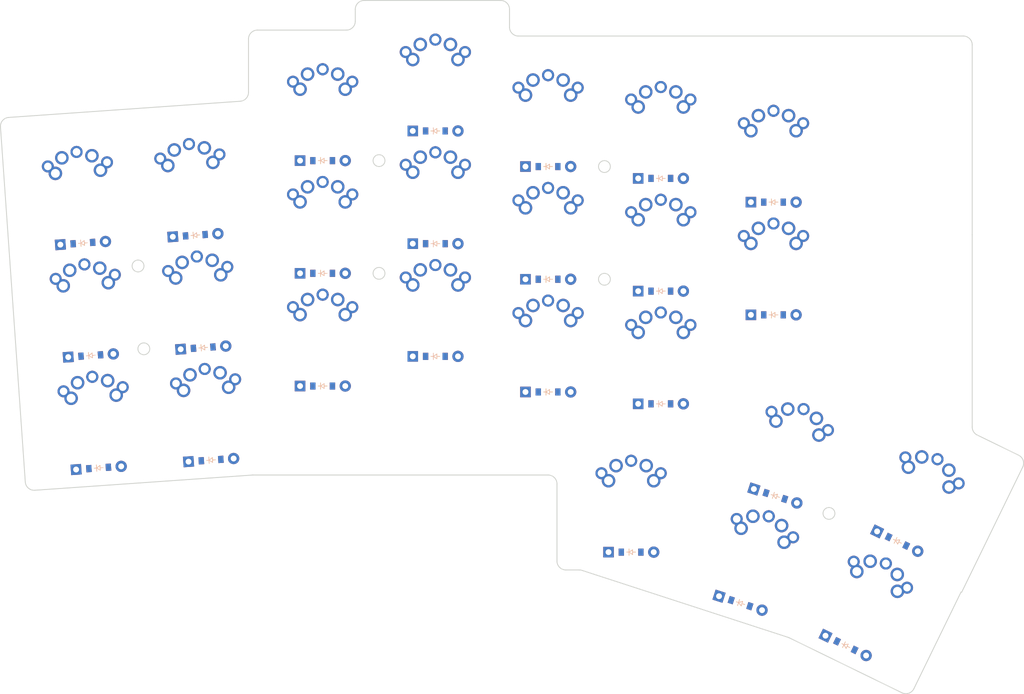
<source format=kicad_pcb>

            
(kicad_pcb (version 20171130) (host pcbnew 5.1.6)

  (page A3)
  (title_block
    (title minimal_case_bottom)
    (rev v1.0.0)
    (company Unknown)
  )

  (general
    (thickness 1.6)
  )

  (layers
    (0 F.Cu signal)
    (31 B.Cu signal)
    (32 B.Adhes user)
    (33 F.Adhes user)
    (34 B.Paste user)
    (35 F.Paste user)
    (36 B.SilkS user)
    (37 F.SilkS user)
    (38 B.Mask user)
    (39 F.Mask user)
    (40 Dwgs.User user)
    (41 Cmts.User user)
    (42 Eco1.User user)
    (43 Eco2.User user)
    (44 Edge.Cuts user)
    (45 Margin user)
    (46 B.CrtYd user)
    (47 F.CrtYd user)
    (48 B.Fab user)
    (49 F.Fab user)
  )

  (setup
    (last_trace_width 0.25)
    (trace_clearance 0.2)
    (zone_clearance 0.508)
    (zone_45_only no)
    (trace_min 0.2)
    (via_size 0.8)
    (via_drill 0.4)
    (via_min_size 0.4)
    (via_min_drill 0.3)
    (uvia_size 0.3)
    (uvia_drill 0.1)
    (uvias_allowed no)
    (uvia_min_size 0.2)
    (uvia_min_drill 0.1)
    (edge_width 0.05)
    (segment_width 0.2)
    (pcb_text_width 0.3)
    (pcb_text_size 1.5 1.5)
    (mod_edge_width 0.12)
    (mod_text_size 1 1)
    (mod_text_width 0.15)
    (pad_size 1.524 1.524)
    (pad_drill 0.762)
    (pad_to_mask_clearance 0.05)
    (aux_axis_origin 0 0)
    (visible_elements FFFFFF7F)
    (pcbplotparams
      (layerselection 0x010fc_ffffffff)
      (usegerberextensions false)
      (usegerberattributes true)
      (usegerberadvancedattributes true)
      (creategerberjobfile true)
      (excludeedgelayer true)
      (linewidth 0.100000)
      (plotframeref false)
      (viasonmask false)
      (mode 1)
      (useauxorigin false)
      (hpglpennumber 1)
      (hpglpenspeed 20)
      (hpglpendiameter 15.000000)
      (psnegative false)
      (psa4output false)
      (plotreference true)
      (plotvalue true)
      (plotinvisibletext false)
      (padsonsilk false)
      (subtractmaskfromsilk false)
      (outputformat 1)
      (mirror false)
      (drillshape 1)
      (scaleselection 1)
      (outputdirectory ""))
  )

            (net 0 "")
(net 1 "outer_bottom")
(net 2 "P1")
(net 3 "P9")
(net 4 "outer_home")
(net 5 "P8")
(net 6 "outer_top")
(net 7 "P7")
(net 8 "pinky_bottom")
(net 9 "P0")
(net 10 "pinky_home")
(net 11 "pinky_top")
(net 12 "ring_bottom")
(net 13 "P2")
(net 14 "ring_home")
(net 15 "ring_top")
(net 16 "middle_bottom")
(net 17 "P3")
(net 18 "middle_home")
(net 19 "middle_top")
(net 20 "index_bottom")
(net 21 "P4")
(net 22 "index_home")
(net 23 "index_top")
(net 24 "inner_bottom")
(net 25 "P5")
(net 26 "inner_home")
(net 27 "inner_top")
(net 28 "macro_home")
(net 29 "P6")
(net 30 "macro_top")
(net 31 "inner_upper")
(net 32 "P10")
(net 33 "home_upper")
(net 34 "outer_upper")
(net 35 "home_lower")
(net 36 "outer_lower")
            
  (net_class Default "This is the default net class."
    (clearance 0.2)
    (trace_width 0.25)
    (via_dia 0.8)
    (via_drill 0.4)
    (uvia_dia 0.3)
    (uvia_drill 0.1)
    (add_net "")
(add_net "outer_bottom")
(add_net "P1")
(add_net "P9")
(add_net "outer_home")
(add_net "P8")
(add_net "outer_top")
(add_net "P7")
(add_net "pinky_bottom")
(add_net "P0")
(add_net "pinky_home")
(add_net "pinky_top")
(add_net "ring_bottom")
(add_net "P2")
(add_net "ring_home")
(add_net "ring_top")
(add_net "middle_bottom")
(add_net "P3")
(add_net "middle_home")
(add_net "middle_top")
(add_net "index_bottom")
(add_net "P4")
(add_net "index_home")
(add_net "index_top")
(add_net "inner_bottom")
(add_net "P5")
(add_net "inner_home")
(add_net "inner_top")
(add_net "macro_home")
(add_net "P6")
(add_net "macro_top")
(add_net "inner_upper")
(add_net "P10")
(add_net "home_upper")
(add_net "outer_upper")
(add_net "home_lower")
(add_net "outer_lower")
  )

            
        
      (module MX (layer F.Cu) (tedit 5DD4F656)
      (at 0 0 4)

      
      (fp_text reference "S1" (at 0 0) (layer F.SilkS) hide (effects (font (size 1.27 1.27) (thickness 0.15))))
      (fp_text value "" (at 0 0) (layer F.SilkS) hide (effects (font (size 1.27 1.27) (thickness 0.15))))

      
      (fp_line (start -7 -6) (end -7 -7) (layer Dwgs.User) (width 0.15))
      (fp_line (start -7 7) (end -6 7) (layer Dwgs.User) (width 0.15))
      (fp_line (start -6 -7) (end -7 -7) (layer Dwgs.User) (width 0.15))
      (fp_line (start -7 7) (end -7 6) (layer Dwgs.User) (width 0.15))
      (fp_line (start 7 6) (end 7 7) (layer Dwgs.User) (width 0.15))
      (fp_line (start 7 -7) (end 6 -7) (layer Dwgs.User) (width 0.15))
      (fp_line (start 6 7) (end 7 7) (layer Dwgs.User) (width 0.15))
      (fp_line (start 7 -7) (end 7 -6) (layer Dwgs.User) (width 0.15))
    
      
      (pad "" np_thru_hole circle (at 0 0) (size 3.9878 3.9878) (drill 3.9878) (layers *.Cu *.Mask))

      
      (pad "" np_thru_hole circle (at 5.08 0) (size 1.7018 1.7018) (drill 1.7018) (layers *.Cu *.Mask))
      (pad "" np_thru_hole circle (at -5.08 0) (size 1.7018 1.7018) (drill 1.7018) (layers *.Cu *.Mask))
      
        
        
            
            (pad 1 thru_hole circle (at 2.54 -5.08) (size 2.286 2.286) (drill 1.4986) (layers *.Cu *.Mask) (net 1 "outer_bottom"))
            (pad 2 thru_hole circle (at -3.81 -2.54) (size 2.286 2.286) (drill 1.4986) (layers *.Cu *.Mask) (net 2 "P1"))
          
        
            
            (pad 1 thru_hole circle (at -2.54 -5.08) (size 2.286 2.286) (drill 1.4986) (layers *.Cu *.Mask) (net 1 "outer_bottom"))
            (pad 2 thru_hole circle (at 3.81 -2.54) (size 2.286 2.286) (drill 1.4986) (layers *.Cu *.Mask) (net 2 "P1"))
          )
        

        
      (module PG1350 (layer F.Cu) (tedit 5DD50112)
      (at 0 0 4)

      
      (fp_text reference "S2" (at 0 0) (layer F.SilkS) hide (effects (font (size 1.27 1.27) (thickness 0.15))))
      (fp_text value "" (at 0 0) (layer F.SilkS) hide (effects (font (size 1.27 1.27) (thickness 0.15))))

      
      (fp_line (start -7 -6) (end -7 -7) (layer Dwgs.User) (width 0.15))
      (fp_line (start -7 7) (end -6 7) (layer Dwgs.User) (width 0.15))
      (fp_line (start -6 -7) (end -7 -7) (layer Dwgs.User) (width 0.15))
      (fp_line (start -7 7) (end -7 6) (layer Dwgs.User) (width 0.15))
      (fp_line (start 7 6) (end 7 7) (layer Dwgs.User) (width 0.15))
      (fp_line (start 7 -7) (end 6 -7) (layer Dwgs.User) (width 0.15))
      (fp_line (start 6 7) (end 7 7) (layer Dwgs.User) (width 0.15))
      (fp_line (start 7 -7) (end 7 -6) (layer Dwgs.User) (width 0.15))      
      
      
      (pad "" np_thru_hole circle (at 0 0) (size 3.429 3.429) (drill 3.429) (layers *.Cu *.Mask))
        
      
      (pad "" np_thru_hole circle (at 5.5 0) (size 1.7018 1.7018) (drill 1.7018) (layers *.Cu *.Mask))
      (pad "" np_thru_hole circle (at -5.5 0) (size 1.7018 1.7018) (drill 1.7018) (layers *.Cu *.Mask))
      
        
        
            
            (pad 1 thru_hole circle (at 5 -3.8) (size 2.032 2.032) (drill 1.27) (layers *.Cu *.Mask) (net 1 "outer_bottom"))
            (pad 2 thru_hole circle (at 0 -5.9) (size 2.032 2.032) (drill 1.27) (layers *.Cu *.Mask) (net 2 "P1"))
          
        
            
            (pad 1 thru_hole circle (at -5 -3.8) (size 2.032 2.032) (drill 1.27) (layers *.Cu *.Mask) (net 1 "outer_bottom"))
            (pad 2 thru_hole circle (at -0 -5.9) (size 2.032 2.032) (drill 1.27) (layers *.Cu *.Mask) (net 2 "P1"))
          )
        

  
    (module ComboDiode (layer F.Cu) (tedit 5B24D78E)


        (at 0.6626865 9.4768585 4)

        
        (fp_text reference "D1" (at 0 0) (layer F.SilkS) hide (effects (font (size 1.27 1.27) (thickness 0.15))))
        (fp_text value "" (at 0 0) (layer F.SilkS) hide (effects (font (size 1.27 1.27) (thickness 0.15))))
        
        
        (fp_line (start 0.25 0) (end 0.75 0) (layer F.SilkS) (width 0.1))
        (fp_line (start 0.25 0.4) (end -0.35 0) (layer F.SilkS) (width 0.1))
        (fp_line (start 0.25 -0.4) (end 0.25 0.4) (layer F.SilkS) (width 0.1))
        (fp_line (start -0.35 0) (end 0.25 -0.4) (layer F.SilkS) (width 0.1))
        (fp_line (start -0.35 0) (end -0.35 0.55) (layer F.SilkS) (width 0.1))
        (fp_line (start -0.35 0) (end -0.35 -0.55) (layer F.SilkS) (width 0.1))
        (fp_line (start -0.75 0) (end -0.35 0) (layer F.SilkS) (width 0.1))
        (fp_line (start 0.25 0) (end 0.75 0) (layer B.SilkS) (width 0.1))
        (fp_line (start 0.25 0.4) (end -0.35 0) (layer B.SilkS) (width 0.1))
        (fp_line (start 0.25 -0.4) (end 0.25 0.4) (layer B.SilkS) (width 0.1))
        (fp_line (start -0.35 0) (end 0.25 -0.4) (layer B.SilkS) (width 0.1))
        (fp_line (start -0.35 0) (end -0.35 0.55) (layer B.SilkS) (width 0.1))
        (fp_line (start -0.35 0) (end -0.35 -0.55) (layer B.SilkS) (width 0.1))
        (fp_line (start -0.75 0) (end -0.35 0) (layer B.SilkS) (width 0.1))
    
        
        (pad 1 smd rect (at -1.65 0 4) (size 0.9 1.2) (layers F.Cu F.Paste F.Mask) (net 3 "P9"))
        (pad 2 smd rect (at 1.65 0 4) (size 0.9 1.2) (layers B.Cu B.Paste B.Mask) (net 1 "outer_bottom"))
        (pad 1 smd rect (at -1.65 0 4) (size 0.9 1.2) (layers B.Cu B.Paste B.Mask) (net 3 "P9"))
        (pad 2 smd rect (at 1.65 0 4) (size 0.9 1.2) (layers F.Cu F.Paste F.Mask) (net 1 "outer_bottom"))
        
        
        (pad 1 thru_hole circle (at 3.81 0 4) (size 1.905 1.905) (drill 0.9906) (layers *.Cu *.Mask) (net 1 "outer_bottom"))
        (pad 2 thru_hole rect (at -3.81 0 4) (size 1.778 1.778) (drill 0.9906) (layers *.Cu *.Mask) (net 3 "P9"))
    )
  
    

        
      (module MX (layer F.Cu) (tedit 5DD4F656)
      (at -1.325373 -18.953717 4)

      
      (fp_text reference "S3" (at 0 0) (layer F.SilkS) hide (effects (font (size 1.27 1.27) (thickness 0.15))))
      (fp_text value "" (at 0 0) (layer F.SilkS) hide (effects (font (size 1.27 1.27) (thickness 0.15))))

      
      (fp_line (start -7 -6) (end -7 -7) (layer Dwgs.User) (width 0.15))
      (fp_line (start -7 7) (end -6 7) (layer Dwgs.User) (width 0.15))
      (fp_line (start -6 -7) (end -7 -7) (layer Dwgs.User) (width 0.15))
      (fp_line (start -7 7) (end -7 6) (layer Dwgs.User) (width 0.15))
      (fp_line (start 7 6) (end 7 7) (layer Dwgs.User) (width 0.15))
      (fp_line (start 7 -7) (end 6 -7) (layer Dwgs.User) (width 0.15))
      (fp_line (start 6 7) (end 7 7) (layer Dwgs.User) (width 0.15))
      (fp_line (start 7 -7) (end 7 -6) (layer Dwgs.User) (width 0.15))
    
      
      (pad "" np_thru_hole circle (at 0 0) (size 3.9878 3.9878) (drill 3.9878) (layers *.Cu *.Mask))

      
      (pad "" np_thru_hole circle (at 5.08 0) (size 1.7018 1.7018) (drill 1.7018) (layers *.Cu *.Mask))
      (pad "" np_thru_hole circle (at -5.08 0) (size 1.7018 1.7018) (drill 1.7018) (layers *.Cu *.Mask))
      
        
        
            
            (pad 1 thru_hole circle (at 2.54 -5.08) (size 2.286 2.286) (drill 1.4986) (layers *.Cu *.Mask) (net 4 "outer_home"))
            (pad 2 thru_hole circle (at -3.81 -2.54) (size 2.286 2.286) (drill 1.4986) (layers *.Cu *.Mask) (net 2 "P1"))
          
        
            
            (pad 1 thru_hole circle (at -2.54 -5.08) (size 2.286 2.286) (drill 1.4986) (layers *.Cu *.Mask) (net 4 "outer_home"))
            (pad 2 thru_hole circle (at 3.81 -2.54) (size 2.286 2.286) (drill 1.4986) (layers *.Cu *.Mask) (net 2 "P1"))
          )
        

        
      (module PG1350 (layer F.Cu) (tedit 5DD50112)
      (at -1.325373 -18.953717 4)

      
      (fp_text reference "S4" (at 0 0) (layer F.SilkS) hide (effects (font (size 1.27 1.27) (thickness 0.15))))
      (fp_text value "" (at 0 0) (layer F.SilkS) hide (effects (font (size 1.27 1.27) (thickness 0.15))))

      
      (fp_line (start -7 -6) (end -7 -7) (layer Dwgs.User) (width 0.15))
      (fp_line (start -7 7) (end -6 7) (layer Dwgs.User) (width 0.15))
      (fp_line (start -6 -7) (end -7 -7) (layer Dwgs.User) (width 0.15))
      (fp_line (start -7 7) (end -7 6) (layer Dwgs.User) (width 0.15))
      (fp_line (start 7 6) (end 7 7) (layer Dwgs.User) (width 0.15))
      (fp_line (start 7 -7) (end 6 -7) (layer Dwgs.User) (width 0.15))
      (fp_line (start 6 7) (end 7 7) (layer Dwgs.User) (width 0.15))
      (fp_line (start 7 -7) (end 7 -6) (layer Dwgs.User) (width 0.15))      
      
      
      (pad "" np_thru_hole circle (at 0 0) (size 3.429 3.429) (drill 3.429) (layers *.Cu *.Mask))
        
      
      (pad "" np_thru_hole circle (at 5.5 0) (size 1.7018 1.7018) (drill 1.7018) (layers *.Cu *.Mask))
      (pad "" np_thru_hole circle (at -5.5 0) (size 1.7018 1.7018) (drill 1.7018) (layers *.Cu *.Mask))
      
        
        
            
            (pad 1 thru_hole circle (at 5 -3.8) (size 2.032 2.032) (drill 1.27) (layers *.Cu *.Mask) (net 4 "outer_home"))
            (pad 2 thru_hole circle (at 0 -5.9) (size 2.032 2.032) (drill 1.27) (layers *.Cu *.Mask) (net 2 "P1"))
          
        
            
            (pad 1 thru_hole circle (at -5 -3.8) (size 2.032 2.032) (drill 1.27) (layers *.Cu *.Mask) (net 4 "outer_home"))
            (pad 2 thru_hole circle (at -0 -5.9) (size 2.032 2.032) (drill 1.27) (layers *.Cu *.Mask) (net 2 "P1"))
          )
        

  
    (module ComboDiode (layer F.Cu) (tedit 5B24D78E)


        (at -0.6626865 -9.4768585 4)

        
        (fp_text reference "D2" (at 0 0) (layer F.SilkS) hide (effects (font (size 1.27 1.27) (thickness 0.15))))
        (fp_text value "" (at 0 0) (layer F.SilkS) hide (effects (font (size 1.27 1.27) (thickness 0.15))))
        
        
        (fp_line (start 0.25 0) (end 0.75 0) (layer F.SilkS) (width 0.1))
        (fp_line (start 0.25 0.4) (end -0.35 0) (layer F.SilkS) (width 0.1))
        (fp_line (start 0.25 -0.4) (end 0.25 0.4) (layer F.SilkS) (width 0.1))
        (fp_line (start -0.35 0) (end 0.25 -0.4) (layer F.SilkS) (width 0.1))
        (fp_line (start -0.35 0) (end -0.35 0.55) (layer F.SilkS) (width 0.1))
        (fp_line (start -0.35 0) (end -0.35 -0.55) (layer F.SilkS) (width 0.1))
        (fp_line (start -0.75 0) (end -0.35 0) (layer F.SilkS) (width 0.1))
        (fp_line (start 0.25 0) (end 0.75 0) (layer B.SilkS) (width 0.1))
        (fp_line (start 0.25 0.4) (end -0.35 0) (layer B.SilkS) (width 0.1))
        (fp_line (start 0.25 -0.4) (end 0.25 0.4) (layer B.SilkS) (width 0.1))
        (fp_line (start -0.35 0) (end 0.25 -0.4) (layer B.SilkS) (width 0.1))
        (fp_line (start -0.35 0) (end -0.35 0.55) (layer B.SilkS) (width 0.1))
        (fp_line (start -0.35 0) (end -0.35 -0.55) (layer B.SilkS) (width 0.1))
        (fp_line (start -0.75 0) (end -0.35 0) (layer B.SilkS) (width 0.1))
    
        
        (pad 1 smd rect (at -1.65 0 4) (size 0.9 1.2) (layers F.Cu F.Paste F.Mask) (net 5 "P8"))
        (pad 2 smd rect (at 1.65 0 4) (size 0.9 1.2) (layers B.Cu B.Paste B.Mask) (net 4 "outer_home"))
        (pad 1 smd rect (at -1.65 0 4) (size 0.9 1.2) (layers B.Cu B.Paste B.Mask) (net 5 "P8"))
        (pad 2 smd rect (at 1.65 0 4) (size 0.9 1.2) (layers F.Cu F.Paste F.Mask) (net 4 "outer_home"))
        
        
        (pad 1 thru_hole circle (at 3.81 0 4) (size 1.905 1.905) (drill 0.9906) (layers *.Cu *.Mask) (net 4 "outer_home"))
        (pad 2 thru_hole rect (at -3.81 0 4) (size 1.778 1.778) (drill 0.9906) (layers *.Cu *.Mask) (net 5 "P8"))
    )
  
    

        
      (module MX (layer F.Cu) (tedit 5DD4F656)
      (at -2.650746 -37.9074339 4)

      
      (fp_text reference "S5" (at 0 0) (layer F.SilkS) hide (effects (font (size 1.27 1.27) (thickness 0.15))))
      (fp_text value "" (at 0 0) (layer F.SilkS) hide (effects (font (size 1.27 1.27) (thickness 0.15))))

      
      (fp_line (start -7 -6) (end -7 -7) (layer Dwgs.User) (width 0.15))
      (fp_line (start -7 7) (end -6 7) (layer Dwgs.User) (width 0.15))
      (fp_line (start -6 -7) (end -7 -7) (layer Dwgs.User) (width 0.15))
      (fp_line (start -7 7) (end -7 6) (layer Dwgs.User) (width 0.15))
      (fp_line (start 7 6) (end 7 7) (layer Dwgs.User) (width 0.15))
      (fp_line (start 7 -7) (end 6 -7) (layer Dwgs.User) (width 0.15))
      (fp_line (start 6 7) (end 7 7) (layer Dwgs.User) (width 0.15))
      (fp_line (start 7 -7) (end 7 -6) (layer Dwgs.User) (width 0.15))
    
      
      (pad "" np_thru_hole circle (at 0 0) (size 3.9878 3.9878) (drill 3.9878) (layers *.Cu *.Mask))

      
      (pad "" np_thru_hole circle (at 5.08 0) (size 1.7018 1.7018) (drill 1.7018) (layers *.Cu *.Mask))
      (pad "" np_thru_hole circle (at -5.08 0) (size 1.7018 1.7018) (drill 1.7018) (layers *.Cu *.Mask))
      
        
        
            
            (pad 1 thru_hole circle (at 2.54 -5.08) (size 2.286 2.286) (drill 1.4986) (layers *.Cu *.Mask) (net 6 "outer_top"))
            (pad 2 thru_hole circle (at -3.81 -2.54) (size 2.286 2.286) (drill 1.4986) (layers *.Cu *.Mask) (net 2 "P1"))
          
        
            
            (pad 1 thru_hole circle (at -2.54 -5.08) (size 2.286 2.286) (drill 1.4986) (layers *.Cu *.Mask) (net 6 "outer_top"))
            (pad 2 thru_hole circle (at 3.81 -2.54) (size 2.286 2.286) (drill 1.4986) (layers *.Cu *.Mask) (net 2 "P1"))
          )
        

        
      (module PG1350 (layer F.Cu) (tedit 5DD50112)
      (at -2.650746 -37.9074339 4)

      
      (fp_text reference "S6" (at 0 0) (layer F.SilkS) hide (effects (font (size 1.27 1.27) (thickness 0.15))))
      (fp_text value "" (at 0 0) (layer F.SilkS) hide (effects (font (size 1.27 1.27) (thickness 0.15))))

      
      (fp_line (start -7 -6) (end -7 -7) (layer Dwgs.User) (width 0.15))
      (fp_line (start -7 7) (end -6 7) (layer Dwgs.User) (width 0.15))
      (fp_line (start -6 -7) (end -7 -7) (layer Dwgs.User) (width 0.15))
      (fp_line (start -7 7) (end -7 6) (layer Dwgs.User) (width 0.15))
      (fp_line (start 7 6) (end 7 7) (layer Dwgs.User) (width 0.15))
      (fp_line (start 7 -7) (end 6 -7) (layer Dwgs.User) (width 0.15))
      (fp_line (start 6 7) (end 7 7) (layer Dwgs.User) (width 0.15))
      (fp_line (start 7 -7) (end 7 -6) (layer Dwgs.User) (width 0.15))      
      
      
      (pad "" np_thru_hole circle (at 0 0) (size 3.429 3.429) (drill 3.429) (layers *.Cu *.Mask))
        
      
      (pad "" np_thru_hole circle (at 5.5 0) (size 1.7018 1.7018) (drill 1.7018) (layers *.Cu *.Mask))
      (pad "" np_thru_hole circle (at -5.5 0) (size 1.7018 1.7018) (drill 1.7018) (layers *.Cu *.Mask))
      
        
        
            
            (pad 1 thru_hole circle (at 5 -3.8) (size 2.032 2.032) (drill 1.27) (layers *.Cu *.Mask) (net 6 "outer_top"))
            (pad 2 thru_hole circle (at 0 -5.9) (size 2.032 2.032) (drill 1.27) (layers *.Cu *.Mask) (net 2 "P1"))
          
        
            
            (pad 1 thru_hole circle (at -5 -3.8) (size 2.032 2.032) (drill 1.27) (layers *.Cu *.Mask) (net 6 "outer_top"))
            (pad 2 thru_hole circle (at -0 -5.9) (size 2.032 2.032) (drill 1.27) (layers *.Cu *.Mask) (net 2 "P1"))
          )
        

  
    (module ComboDiode (layer F.Cu) (tedit 5B24D78E)


        (at -1.9880594999999999 -28.430575400000002 4)

        
        (fp_text reference "D3" (at 0 0) (layer F.SilkS) hide (effects (font (size 1.27 1.27) (thickness 0.15))))
        (fp_text value "" (at 0 0) (layer F.SilkS) hide (effects (font (size 1.27 1.27) (thickness 0.15))))
        
        
        (fp_line (start 0.25 0) (end 0.75 0) (layer F.SilkS) (width 0.1))
        (fp_line (start 0.25 0.4) (end -0.35 0) (layer F.SilkS) (width 0.1))
        (fp_line (start 0.25 -0.4) (end 0.25 0.4) (layer F.SilkS) (width 0.1))
        (fp_line (start -0.35 0) (end 0.25 -0.4) (layer F.SilkS) (width 0.1))
        (fp_line (start -0.35 0) (end -0.35 0.55) (layer F.SilkS) (width 0.1))
        (fp_line (start -0.35 0) (end -0.35 -0.55) (layer F.SilkS) (width 0.1))
        (fp_line (start -0.75 0) (end -0.35 0) (layer F.SilkS) (width 0.1))
        (fp_line (start 0.25 0) (end 0.75 0) (layer B.SilkS) (width 0.1))
        (fp_line (start 0.25 0.4) (end -0.35 0) (layer B.SilkS) (width 0.1))
        (fp_line (start 0.25 -0.4) (end 0.25 0.4) (layer B.SilkS) (width 0.1))
        (fp_line (start -0.35 0) (end 0.25 -0.4) (layer B.SilkS) (width 0.1))
        (fp_line (start -0.35 0) (end -0.35 0.55) (layer B.SilkS) (width 0.1))
        (fp_line (start -0.35 0) (end -0.35 -0.55) (layer B.SilkS) (width 0.1))
        (fp_line (start -0.75 0) (end -0.35 0) (layer B.SilkS) (width 0.1))
    
        
        (pad 1 smd rect (at -1.65 0 4) (size 0.9 1.2) (layers F.Cu F.Paste F.Mask) (net 7 "P7"))
        (pad 2 smd rect (at 1.65 0 4) (size 0.9 1.2) (layers B.Cu B.Paste B.Mask) (net 6 "outer_top"))
        (pad 1 smd rect (at -1.65 0 4) (size 0.9 1.2) (layers B.Cu B.Paste B.Mask) (net 7 "P7"))
        (pad 2 smd rect (at 1.65 0 4) (size 0.9 1.2) (layers F.Cu F.Paste F.Mask) (net 6 "outer_top"))
        
        
        (pad 1 thru_hole circle (at 3.81 0 4) (size 1.905 1.905) (drill 0.9906) (layers *.Cu *.Mask) (net 6 "outer_top"))
        (pad 2 thru_hole rect (at -3.81 0 4) (size 1.778 1.778) (drill 0.9906) (layers *.Cu *.Mask) (net 7 "P7"))
    )
  
    

        
      (module MX (layer F.Cu) (tedit 5DD4F656)
      (at 18.953717 -1.325373 4)

      
      (fp_text reference "S7" (at 0 0) (layer F.SilkS) hide (effects (font (size 1.27 1.27) (thickness 0.15))))
      (fp_text value "" (at 0 0) (layer F.SilkS) hide (effects (font (size 1.27 1.27) (thickness 0.15))))

      
      (fp_line (start -7 -6) (end -7 -7) (layer Dwgs.User) (width 0.15))
      (fp_line (start -7 7) (end -6 7) (layer Dwgs.User) (width 0.15))
      (fp_line (start -6 -7) (end -7 -7) (layer Dwgs.User) (width 0.15))
      (fp_line (start -7 7) (end -7 6) (layer Dwgs.User) (width 0.15))
      (fp_line (start 7 6) (end 7 7) (layer Dwgs.User) (width 0.15))
      (fp_line (start 7 -7) (end 6 -7) (layer Dwgs.User) (width 0.15))
      (fp_line (start 6 7) (end 7 7) (layer Dwgs.User) (width 0.15))
      (fp_line (start 7 -7) (end 7 -6) (layer Dwgs.User) (width 0.15))
    
      
      (pad "" np_thru_hole circle (at 0 0) (size 3.9878 3.9878) (drill 3.9878) (layers *.Cu *.Mask))

      
      (pad "" np_thru_hole circle (at 5.08 0) (size 1.7018 1.7018) (drill 1.7018) (layers *.Cu *.Mask))
      (pad "" np_thru_hole circle (at -5.08 0) (size 1.7018 1.7018) (drill 1.7018) (layers *.Cu *.Mask))
      
        
        
            
            (pad 1 thru_hole circle (at 2.54 -5.08) (size 2.286 2.286) (drill 1.4986) (layers *.Cu *.Mask) (net 8 "pinky_bottom"))
            (pad 2 thru_hole circle (at -3.81 -2.54) (size 2.286 2.286) (drill 1.4986) (layers *.Cu *.Mask) (net 9 "P0"))
          
        
            
            (pad 1 thru_hole circle (at -2.54 -5.08) (size 2.286 2.286) (drill 1.4986) (layers *.Cu *.Mask) (net 8 "pinky_bottom"))
            (pad 2 thru_hole circle (at 3.81 -2.54) (size 2.286 2.286) (drill 1.4986) (layers *.Cu *.Mask) (net 9 "P0"))
          )
        

        
      (module PG1350 (layer F.Cu) (tedit 5DD50112)
      (at 18.953717 -1.325373 4)

      
      (fp_text reference "S8" (at 0 0) (layer F.SilkS) hide (effects (font (size 1.27 1.27) (thickness 0.15))))
      (fp_text value "" (at 0 0) (layer F.SilkS) hide (effects (font (size 1.27 1.27) (thickness 0.15))))

      
      (fp_line (start -7 -6) (end -7 -7) (layer Dwgs.User) (width 0.15))
      (fp_line (start -7 7) (end -6 7) (layer Dwgs.User) (width 0.15))
      (fp_line (start -6 -7) (end -7 -7) (layer Dwgs.User) (width 0.15))
      (fp_line (start -7 7) (end -7 6) (layer Dwgs.User) (width 0.15))
      (fp_line (start 7 6) (end 7 7) (layer Dwgs.User) (width 0.15))
      (fp_line (start 7 -7) (end 6 -7) (layer Dwgs.User) (width 0.15))
      (fp_line (start 6 7) (end 7 7) (layer Dwgs.User) (width 0.15))
      (fp_line (start 7 -7) (end 7 -6) (layer Dwgs.User) (width 0.15))      
      
      
      (pad "" np_thru_hole circle (at 0 0) (size 3.429 3.429) (drill 3.429) (layers *.Cu *.Mask))
        
      
      (pad "" np_thru_hole circle (at 5.5 0) (size 1.7018 1.7018) (drill 1.7018) (layers *.Cu *.Mask))
      (pad "" np_thru_hole circle (at -5.5 0) (size 1.7018 1.7018) (drill 1.7018) (layers *.Cu *.Mask))
      
        
        
            
            (pad 1 thru_hole circle (at 5 -3.8) (size 2.032 2.032) (drill 1.27) (layers *.Cu *.Mask) (net 8 "pinky_bottom"))
            (pad 2 thru_hole circle (at 0 -5.9) (size 2.032 2.032) (drill 1.27) (layers *.Cu *.Mask) (net 9 "P0"))
          
        
            
            (pad 1 thru_hole circle (at -5 -3.8) (size 2.032 2.032) (drill 1.27) (layers *.Cu *.Mask) (net 8 "pinky_bottom"))
            (pad 2 thru_hole circle (at -0 -5.9) (size 2.032 2.032) (drill 1.27) (layers *.Cu *.Mask) (net 9 "P0"))
          )
        

  
    (module ComboDiode (layer F.Cu) (tedit 5B24D78E)


        (at 19.6164035 8.1514855 4)

        
        (fp_text reference "D4" (at 0 0) (layer F.SilkS) hide (effects (font (size 1.27 1.27) (thickness 0.15))))
        (fp_text value "" (at 0 0) (layer F.SilkS) hide (effects (font (size 1.27 1.27) (thickness 0.15))))
        
        
        (fp_line (start 0.25 0) (end 0.75 0) (layer F.SilkS) (width 0.1))
        (fp_line (start 0.25 0.4) (end -0.35 0) (layer F.SilkS) (width 0.1))
        (fp_line (start 0.25 -0.4) (end 0.25 0.4) (layer F.SilkS) (width 0.1))
        (fp_line (start -0.35 0) (end 0.25 -0.4) (layer F.SilkS) (width 0.1))
        (fp_line (start -0.35 0) (end -0.35 0.55) (layer F.SilkS) (width 0.1))
        (fp_line (start -0.35 0) (end -0.35 -0.55) (layer F.SilkS) (width 0.1))
        (fp_line (start -0.75 0) (end -0.35 0) (layer F.SilkS) (width 0.1))
        (fp_line (start 0.25 0) (end 0.75 0) (layer B.SilkS) (width 0.1))
        (fp_line (start 0.25 0.4) (end -0.35 0) (layer B.SilkS) (width 0.1))
        (fp_line (start 0.25 -0.4) (end 0.25 0.4) (layer B.SilkS) (width 0.1))
        (fp_line (start -0.35 0) (end 0.25 -0.4) (layer B.SilkS) (width 0.1))
        (fp_line (start -0.35 0) (end -0.35 0.55) (layer B.SilkS) (width 0.1))
        (fp_line (start -0.35 0) (end -0.35 -0.55) (layer B.SilkS) (width 0.1))
        (fp_line (start -0.75 0) (end -0.35 0) (layer B.SilkS) (width 0.1))
    
        
        (pad 1 smd rect (at -1.65 0 4) (size 0.9 1.2) (layers F.Cu F.Paste F.Mask) (net 3 "P9"))
        (pad 2 smd rect (at 1.65 0 4) (size 0.9 1.2) (layers B.Cu B.Paste B.Mask) (net 8 "pinky_bottom"))
        (pad 1 smd rect (at -1.65 0 4) (size 0.9 1.2) (layers B.Cu B.Paste B.Mask) (net 3 "P9"))
        (pad 2 smd rect (at 1.65 0 4) (size 0.9 1.2) (layers F.Cu F.Paste F.Mask) (net 8 "pinky_bottom"))
        
        
        (pad 1 thru_hole circle (at 3.81 0 4) (size 1.905 1.905) (drill 0.9906) (layers *.Cu *.Mask) (net 8 "pinky_bottom"))
        (pad 2 thru_hole rect (at -3.81 0 4) (size 1.778 1.778) (drill 0.9906) (layers *.Cu *.Mask) (net 3 "P9"))
    )
  
    

        
      (module MX (layer F.Cu) (tedit 5DD4F656)
      (at 17.628344 -20.27909 4)

      
      (fp_text reference "S9" (at 0 0) (layer F.SilkS) hide (effects (font (size 1.27 1.27) (thickness 0.15))))
      (fp_text value "" (at 0 0) (layer F.SilkS) hide (effects (font (size 1.27 1.27) (thickness 0.15))))

      
      (fp_line (start -7 -6) (end -7 -7) (layer Dwgs.User) (width 0.15))
      (fp_line (start -7 7) (end -6 7) (layer Dwgs.User) (width 0.15))
      (fp_line (start -6 -7) (end -7 -7) (layer Dwgs.User) (width 0.15))
      (fp_line (start -7 7) (end -7 6) (layer Dwgs.User) (width 0.15))
      (fp_line (start 7 6) (end 7 7) (layer Dwgs.User) (width 0.15))
      (fp_line (start 7 -7) (end 6 -7) (layer Dwgs.User) (width 0.15))
      (fp_line (start 6 7) (end 7 7) (layer Dwgs.User) (width 0.15))
      (fp_line (start 7 -7) (end 7 -6) (layer Dwgs.User) (width 0.15))
    
      
      (pad "" np_thru_hole circle (at 0 0) (size 3.9878 3.9878) (drill 3.9878) (layers *.Cu *.Mask))

      
      (pad "" np_thru_hole circle (at 5.08 0) (size 1.7018 1.7018) (drill 1.7018) (layers *.Cu *.Mask))
      (pad "" np_thru_hole circle (at -5.08 0) (size 1.7018 1.7018) (drill 1.7018) (layers *.Cu *.Mask))
      
        
        
            
            (pad 1 thru_hole circle (at 2.54 -5.08) (size 2.286 2.286) (drill 1.4986) (layers *.Cu *.Mask) (net 10 "pinky_home"))
            (pad 2 thru_hole circle (at -3.81 -2.54) (size 2.286 2.286) (drill 1.4986) (layers *.Cu *.Mask) (net 9 "P0"))
          
        
            
            (pad 1 thru_hole circle (at -2.54 -5.08) (size 2.286 2.286) (drill 1.4986) (layers *.Cu *.Mask) (net 10 "pinky_home"))
            (pad 2 thru_hole circle (at 3.81 -2.54) (size 2.286 2.286) (drill 1.4986) (layers *.Cu *.Mask) (net 9 "P0"))
          )
        

        
      (module PG1350 (layer F.Cu) (tedit 5DD50112)
      (at 17.628344 -20.27909 4)

      
      (fp_text reference "S10" (at 0 0) (layer F.SilkS) hide (effects (font (size 1.27 1.27) (thickness 0.15))))
      (fp_text value "" (at 0 0) (layer F.SilkS) hide (effects (font (size 1.27 1.27) (thickness 0.15))))

      
      (fp_line (start -7 -6) (end -7 -7) (layer Dwgs.User) (width 0.15))
      (fp_line (start -7 7) (end -6 7) (layer Dwgs.User) (width 0.15))
      (fp_line (start -6 -7) (end -7 -7) (layer Dwgs.User) (width 0.15))
      (fp_line (start -7 7) (end -7 6) (layer Dwgs.User) (width 0.15))
      (fp_line (start 7 6) (end 7 7) (layer Dwgs.User) (width 0.15))
      (fp_line (start 7 -7) (end 6 -7) (layer Dwgs.User) (width 0.15))
      (fp_line (start 6 7) (end 7 7) (layer Dwgs.User) (width 0.15))
      (fp_line (start 7 -7) (end 7 -6) (layer Dwgs.User) (width 0.15))      
      
      
      (pad "" np_thru_hole circle (at 0 0) (size 3.429 3.429) (drill 3.429) (layers *.Cu *.Mask))
        
      
      (pad "" np_thru_hole circle (at 5.5 0) (size 1.7018 1.7018) (drill 1.7018) (layers *.Cu *.Mask))
      (pad "" np_thru_hole circle (at -5.5 0) (size 1.7018 1.7018) (drill 1.7018) (layers *.Cu *.Mask))
      
        
        
            
            (pad 1 thru_hole circle (at 5 -3.8) (size 2.032 2.032) (drill 1.27) (layers *.Cu *.Mask) (net 10 "pinky_home"))
            (pad 2 thru_hole circle (at 0 -5.9) (size 2.032 2.032) (drill 1.27) (layers *.Cu *.Mask) (net 9 "P0"))
          
        
            
            (pad 1 thru_hole circle (at -5 -3.8) (size 2.032 2.032) (drill 1.27) (layers *.Cu *.Mask) (net 10 "pinky_home"))
            (pad 2 thru_hole circle (at -0 -5.9) (size 2.032 2.032) (drill 1.27) (layers *.Cu *.Mask) (net 9 "P0"))
          )
        

  
    (module ComboDiode (layer F.Cu) (tedit 5B24D78E)


        (at 18.291030499999998 -10.8022315 4)

        
        (fp_text reference "D5" (at 0 0) (layer F.SilkS) hide (effects (font (size 1.27 1.27) (thickness 0.15))))
        (fp_text value "" (at 0 0) (layer F.SilkS) hide (effects (font (size 1.27 1.27) (thickness 0.15))))
        
        
        (fp_line (start 0.25 0) (end 0.75 0) (layer F.SilkS) (width 0.1))
        (fp_line (start 0.25 0.4) (end -0.35 0) (layer F.SilkS) (width 0.1))
        (fp_line (start 0.25 -0.4) (end 0.25 0.4) (layer F.SilkS) (width 0.1))
        (fp_line (start -0.35 0) (end 0.25 -0.4) (layer F.SilkS) (width 0.1))
        (fp_line (start -0.35 0) (end -0.35 0.55) (layer F.SilkS) (width 0.1))
        (fp_line (start -0.35 0) (end -0.35 -0.55) (layer F.SilkS) (width 0.1))
        (fp_line (start -0.75 0) (end -0.35 0) (layer F.SilkS) (width 0.1))
        (fp_line (start 0.25 0) (end 0.75 0) (layer B.SilkS) (width 0.1))
        (fp_line (start 0.25 0.4) (end -0.35 0) (layer B.SilkS) (width 0.1))
        (fp_line (start 0.25 -0.4) (end 0.25 0.4) (layer B.SilkS) (width 0.1))
        (fp_line (start -0.35 0) (end 0.25 -0.4) (layer B.SilkS) (width 0.1))
        (fp_line (start -0.35 0) (end -0.35 0.55) (layer B.SilkS) (width 0.1))
        (fp_line (start -0.35 0) (end -0.35 -0.55) (layer B.SilkS) (width 0.1))
        (fp_line (start -0.75 0) (end -0.35 0) (layer B.SilkS) (width 0.1))
    
        
        (pad 1 smd rect (at -1.65 0 4) (size 0.9 1.2) (layers F.Cu F.Paste F.Mask) (net 5 "P8"))
        (pad 2 smd rect (at 1.65 0 4) (size 0.9 1.2) (layers B.Cu B.Paste B.Mask) (net 10 "pinky_home"))
        (pad 1 smd rect (at -1.65 0 4) (size 0.9 1.2) (layers B.Cu B.Paste B.Mask) (net 5 "P8"))
        (pad 2 smd rect (at 1.65 0 4) (size 0.9 1.2) (layers F.Cu F.Paste F.Mask) (net 10 "pinky_home"))
        
        
        (pad 1 thru_hole circle (at 3.81 0 4) (size 1.905 1.905) (drill 0.9906) (layers *.Cu *.Mask) (net 10 "pinky_home"))
        (pad 2 thru_hole rect (at -3.81 0 4) (size 1.778 1.778) (drill 0.9906) (layers *.Cu *.Mask) (net 5 "P8"))
    )
  
    

        
      (module MX (layer F.Cu) (tedit 5DD4F656)
      (at 16.3029709 -39.2328069 4)

      
      (fp_text reference "S11" (at 0 0) (layer F.SilkS) hide (effects (font (size 1.27 1.27) (thickness 0.15))))
      (fp_text value "" (at 0 0) (layer F.SilkS) hide (effects (font (size 1.27 1.27) (thickness 0.15))))

      
      (fp_line (start -7 -6) (end -7 -7) (layer Dwgs.User) (width 0.15))
      (fp_line (start -7 7) (end -6 7) (layer Dwgs.User) (width 0.15))
      (fp_line (start -6 -7) (end -7 -7) (layer Dwgs.User) (width 0.15))
      (fp_line (start -7 7) (end -7 6) (layer Dwgs.User) (width 0.15))
      (fp_line (start 7 6) (end 7 7) (layer Dwgs.User) (width 0.15))
      (fp_line (start 7 -7) (end 6 -7) (layer Dwgs.User) (width 0.15))
      (fp_line (start 6 7) (end 7 7) (layer Dwgs.User) (width 0.15))
      (fp_line (start 7 -7) (end 7 -6) (layer Dwgs.User) (width 0.15))
    
      
      (pad "" np_thru_hole circle (at 0 0) (size 3.9878 3.9878) (drill 3.9878) (layers *.Cu *.Mask))

      
      (pad "" np_thru_hole circle (at 5.08 0) (size 1.7018 1.7018) (drill 1.7018) (layers *.Cu *.Mask))
      (pad "" np_thru_hole circle (at -5.08 0) (size 1.7018 1.7018) (drill 1.7018) (layers *.Cu *.Mask))
      
        
        
            
            (pad 1 thru_hole circle (at 2.54 -5.08) (size 2.286 2.286) (drill 1.4986) (layers *.Cu *.Mask) (net 11 "pinky_top"))
            (pad 2 thru_hole circle (at -3.81 -2.54) (size 2.286 2.286) (drill 1.4986) (layers *.Cu *.Mask) (net 9 "P0"))
          
        
            
            (pad 1 thru_hole circle (at -2.54 -5.08) (size 2.286 2.286) (drill 1.4986) (layers *.Cu *.Mask) (net 11 "pinky_top"))
            (pad 2 thru_hole circle (at 3.81 -2.54) (size 2.286 2.286) (drill 1.4986) (layers *.Cu *.Mask) (net 9 "P0"))
          )
        

        
      (module PG1350 (layer F.Cu) (tedit 5DD50112)
      (at 16.3029709 -39.2328069 4)

      
      (fp_text reference "S12" (at 0 0) (layer F.SilkS) hide (effects (font (size 1.27 1.27) (thickness 0.15))))
      (fp_text value "" (at 0 0) (layer F.SilkS) hide (effects (font (size 1.27 1.27) (thickness 0.15))))

      
      (fp_line (start -7 -6) (end -7 -7) (layer Dwgs.User) (width 0.15))
      (fp_line (start -7 7) (end -6 7) (layer Dwgs.User) (width 0.15))
      (fp_line (start -6 -7) (end -7 -7) (layer Dwgs.User) (width 0.15))
      (fp_line (start -7 7) (end -7 6) (layer Dwgs.User) (width 0.15))
      (fp_line (start 7 6) (end 7 7) (layer Dwgs.User) (width 0.15))
      (fp_line (start 7 -7) (end 6 -7) (layer Dwgs.User) (width 0.15))
      (fp_line (start 6 7) (end 7 7) (layer Dwgs.User) (width 0.15))
      (fp_line (start 7 -7) (end 7 -6) (layer Dwgs.User) (width 0.15))      
      
      
      (pad "" np_thru_hole circle (at 0 0) (size 3.429 3.429) (drill 3.429) (layers *.Cu *.Mask))
        
      
      (pad "" np_thru_hole circle (at 5.5 0) (size 1.7018 1.7018) (drill 1.7018) (layers *.Cu *.Mask))
      (pad "" np_thru_hole circle (at -5.5 0) (size 1.7018 1.7018) (drill 1.7018) (layers *.Cu *.Mask))
      
        
        
            
            (pad 1 thru_hole circle (at 5 -3.8) (size 2.032 2.032) (drill 1.27) (layers *.Cu *.Mask) (net 11 "pinky_top"))
            (pad 2 thru_hole circle (at 0 -5.9) (size 2.032 2.032) (drill 1.27) (layers *.Cu *.Mask) (net 9 "P0"))
          
        
            
            (pad 1 thru_hole circle (at -5 -3.8) (size 2.032 2.032) (drill 1.27) (layers *.Cu *.Mask) (net 11 "pinky_top"))
            (pad 2 thru_hole circle (at -0 -5.9) (size 2.032 2.032) (drill 1.27) (layers *.Cu *.Mask) (net 9 "P0"))
          )
        

  
    (module ComboDiode (layer F.Cu) (tedit 5B24D78E)


        (at 16.965657399999998 -29.7559484 4)

        
        (fp_text reference "D6" (at 0 0) (layer F.SilkS) hide (effects (font (size 1.27 1.27) (thickness 0.15))))
        (fp_text value "" (at 0 0) (layer F.SilkS) hide (effects (font (size 1.27 1.27) (thickness 0.15))))
        
        
        (fp_line (start 0.25 0) (end 0.75 0) (layer F.SilkS) (width 0.1))
        (fp_line (start 0.25 0.4) (end -0.35 0) (layer F.SilkS) (width 0.1))
        (fp_line (start 0.25 -0.4) (end 0.25 0.4) (layer F.SilkS) (width 0.1))
        (fp_line (start -0.35 0) (end 0.25 -0.4) (layer F.SilkS) (width 0.1))
        (fp_line (start -0.35 0) (end -0.35 0.55) (layer F.SilkS) (width 0.1))
        (fp_line (start -0.35 0) (end -0.35 -0.55) (layer F.SilkS) (width 0.1))
        (fp_line (start -0.75 0) (end -0.35 0) (layer F.SilkS) (width 0.1))
        (fp_line (start 0.25 0) (end 0.75 0) (layer B.SilkS) (width 0.1))
        (fp_line (start 0.25 0.4) (end -0.35 0) (layer B.SilkS) (width 0.1))
        (fp_line (start 0.25 -0.4) (end 0.25 0.4) (layer B.SilkS) (width 0.1))
        (fp_line (start -0.35 0) (end 0.25 -0.4) (layer B.SilkS) (width 0.1))
        (fp_line (start -0.35 0) (end -0.35 0.55) (layer B.SilkS) (width 0.1))
        (fp_line (start -0.35 0) (end -0.35 -0.55) (layer B.SilkS) (width 0.1))
        (fp_line (start -0.75 0) (end -0.35 0) (layer B.SilkS) (width 0.1))
    
        
        (pad 1 smd rect (at -1.65 0 4) (size 0.9 1.2) (layers F.Cu F.Paste F.Mask) (net 7 "P7"))
        (pad 2 smd rect (at 1.65 0 4) (size 0.9 1.2) (layers B.Cu B.Paste B.Mask) (net 11 "pinky_top"))
        (pad 1 smd rect (at -1.65 0 4) (size 0.9 1.2) (layers B.Cu B.Paste B.Mask) (net 7 "P7"))
        (pad 2 smd rect (at 1.65 0 4) (size 0.9 1.2) (layers F.Cu F.Paste F.Mask) (net 11 "pinky_top"))
        
        
        (pad 1 thru_hole circle (at 3.81 0 4) (size 1.905 1.905) (drill 0.9906) (layers *.Cu *.Mask) (net 11 "pinky_top"))
        (pad 2 thru_hole rect (at -3.81 0 4) (size 1.778 1.778) (drill 0.9906) (layers *.Cu *.Mask) (net 7 "P7"))
    )
  
    

        
      (module MX (layer F.Cu) (tedit 5DD4F656)
      (at 38.4249607 -13.83072 0)

      
      (fp_text reference "S13" (at 0 0) (layer F.SilkS) hide (effects (font (size 1.27 1.27) (thickness 0.15))))
      (fp_text value "" (at 0 0) (layer F.SilkS) hide (effects (font (size 1.27 1.27) (thickness 0.15))))

      
      (fp_line (start -7 -6) (end -7 -7) (layer Dwgs.User) (width 0.15))
      (fp_line (start -7 7) (end -6 7) (layer Dwgs.User) (width 0.15))
      (fp_line (start -6 -7) (end -7 -7) (layer Dwgs.User) (width 0.15))
      (fp_line (start -7 7) (end -7 6) (layer Dwgs.User) (width 0.15))
      (fp_line (start 7 6) (end 7 7) (layer Dwgs.User) (width 0.15))
      (fp_line (start 7 -7) (end 6 -7) (layer Dwgs.User) (width 0.15))
      (fp_line (start 6 7) (end 7 7) (layer Dwgs.User) (width 0.15))
      (fp_line (start 7 -7) (end 7 -6) (layer Dwgs.User) (width 0.15))
    
      
      (pad "" np_thru_hole circle (at 0 0) (size 3.9878 3.9878) (drill 3.9878) (layers *.Cu *.Mask))

      
      (pad "" np_thru_hole circle (at 5.08 0) (size 1.7018 1.7018) (drill 1.7018) (layers *.Cu *.Mask))
      (pad "" np_thru_hole circle (at -5.08 0) (size 1.7018 1.7018) (drill 1.7018) (layers *.Cu *.Mask))
      
        
        
            
            (pad 1 thru_hole circle (at 2.54 -5.08) (size 2.286 2.286) (drill 1.4986) (layers *.Cu *.Mask) (net 12 "ring_bottom"))
            (pad 2 thru_hole circle (at -3.81 -2.54) (size 2.286 2.286) (drill 1.4986) (layers *.Cu *.Mask) (net 13 "P2"))
          
        
            
            (pad 1 thru_hole circle (at -2.54 -5.08) (size 2.286 2.286) (drill 1.4986) (layers *.Cu *.Mask) (net 12 "ring_bottom"))
            (pad 2 thru_hole circle (at 3.81 -2.54) (size 2.286 2.286) (drill 1.4986) (layers *.Cu *.Mask) (net 13 "P2"))
          )
        

        
      (module PG1350 (layer F.Cu) (tedit 5DD50112)
      (at 38.4249607 -13.83072 0)

      
      (fp_text reference "S14" (at 0 0) (layer F.SilkS) hide (effects (font (size 1.27 1.27) (thickness 0.15))))
      (fp_text value "" (at 0 0) (layer F.SilkS) hide (effects (font (size 1.27 1.27) (thickness 0.15))))

      
      (fp_line (start -7 -6) (end -7 -7) (layer Dwgs.User) (width 0.15))
      (fp_line (start -7 7) (end -6 7) (layer Dwgs.User) (width 0.15))
      (fp_line (start -6 -7) (end -7 -7) (layer Dwgs.User) (width 0.15))
      (fp_line (start -7 7) (end -7 6) (layer Dwgs.User) (width 0.15))
      (fp_line (start 7 6) (end 7 7) (layer Dwgs.User) (width 0.15))
      (fp_line (start 7 -7) (end 6 -7) (layer Dwgs.User) (width 0.15))
      (fp_line (start 6 7) (end 7 7) (layer Dwgs.User) (width 0.15))
      (fp_line (start 7 -7) (end 7 -6) (layer Dwgs.User) (width 0.15))      
      
      
      (pad "" np_thru_hole circle (at 0 0) (size 3.429 3.429) (drill 3.429) (layers *.Cu *.Mask))
        
      
      (pad "" np_thru_hole circle (at 5.5 0) (size 1.7018 1.7018) (drill 1.7018) (layers *.Cu *.Mask))
      (pad "" np_thru_hole circle (at -5.5 0) (size 1.7018 1.7018) (drill 1.7018) (layers *.Cu *.Mask))
      
        
        
            
            (pad 1 thru_hole circle (at 5 -3.8) (size 2.032 2.032) (drill 1.27) (layers *.Cu *.Mask) (net 12 "ring_bottom"))
            (pad 2 thru_hole circle (at 0 -5.9) (size 2.032 2.032) (drill 1.27) (layers *.Cu *.Mask) (net 13 "P2"))
          
        
            
            (pad 1 thru_hole circle (at -5 -3.8) (size 2.032 2.032) (drill 1.27) (layers *.Cu *.Mask) (net 12 "ring_bottom"))
            (pad 2 thru_hole circle (at -0 -5.9) (size 2.032 2.032) (drill 1.27) (layers *.Cu *.Mask) (net 13 "P2"))
          )
        

  
    (module ComboDiode (layer F.Cu) (tedit 5B24D78E)


        (at 38.4249607 -4.3307199999999995 0)

        
        (fp_text reference "D7" (at 0 0) (layer F.SilkS) hide (effects (font (size 1.27 1.27) (thickness 0.15))))
        (fp_text value "" (at 0 0) (layer F.SilkS) hide (effects (font (size 1.27 1.27) (thickness 0.15))))
        
        
        (fp_line (start 0.25 0) (end 0.75 0) (layer F.SilkS) (width 0.1))
        (fp_line (start 0.25 0.4) (end -0.35 0) (layer F.SilkS) (width 0.1))
        (fp_line (start 0.25 -0.4) (end 0.25 0.4) (layer F.SilkS) (width 0.1))
        (fp_line (start -0.35 0) (end 0.25 -0.4) (layer F.SilkS) (width 0.1))
        (fp_line (start -0.35 0) (end -0.35 0.55) (layer F.SilkS) (width 0.1))
        (fp_line (start -0.35 0) (end -0.35 -0.55) (layer F.SilkS) (width 0.1))
        (fp_line (start -0.75 0) (end -0.35 0) (layer F.SilkS) (width 0.1))
        (fp_line (start 0.25 0) (end 0.75 0) (layer B.SilkS) (width 0.1))
        (fp_line (start 0.25 0.4) (end -0.35 0) (layer B.SilkS) (width 0.1))
        (fp_line (start 0.25 -0.4) (end 0.25 0.4) (layer B.SilkS) (width 0.1))
        (fp_line (start -0.35 0) (end 0.25 -0.4) (layer B.SilkS) (width 0.1))
        (fp_line (start -0.35 0) (end -0.35 0.55) (layer B.SilkS) (width 0.1))
        (fp_line (start -0.35 0) (end -0.35 -0.55) (layer B.SilkS) (width 0.1))
        (fp_line (start -0.75 0) (end -0.35 0) (layer B.SilkS) (width 0.1))
    
        
        (pad 1 smd rect (at -1.65 0 0) (size 0.9 1.2) (layers F.Cu F.Paste F.Mask) (net 3 "P9"))
        (pad 2 smd rect (at 1.65 0 0) (size 0.9 1.2) (layers B.Cu B.Paste B.Mask) (net 12 "ring_bottom"))
        (pad 1 smd rect (at -1.65 0 0) (size 0.9 1.2) (layers B.Cu B.Paste B.Mask) (net 3 "P9"))
        (pad 2 smd rect (at 1.65 0 0) (size 0.9 1.2) (layers F.Cu F.Paste F.Mask) (net 12 "ring_bottom"))
        
        
        (pad 1 thru_hole circle (at 3.81 0 0) (size 1.905 1.905) (drill 0.9906) (layers *.Cu *.Mask) (net 12 "ring_bottom"))
        (pad 2 thru_hole rect (at -3.81 0 0) (size 1.778 1.778) (drill 0.9906) (layers *.Cu *.Mask) (net 3 "P9"))
    )
  
    

        
      (module MX (layer F.Cu) (tedit 5DD4F656)
      (at 38.4249606 -32.8307199 0)

      
      (fp_text reference "S15" (at 0 0) (layer F.SilkS) hide (effects (font (size 1.27 1.27) (thickness 0.15))))
      (fp_text value "" (at 0 0) (layer F.SilkS) hide (effects (font (size 1.27 1.27) (thickness 0.15))))

      
      (fp_line (start -7 -6) (end -7 -7) (layer Dwgs.User) (width 0.15))
      (fp_line (start -7 7) (end -6 7) (layer Dwgs.User) (width 0.15))
      (fp_line (start -6 -7) (end -7 -7) (layer Dwgs.User) (width 0.15))
      (fp_line (start -7 7) (end -7 6) (layer Dwgs.User) (width 0.15))
      (fp_line (start 7 6) (end 7 7) (layer Dwgs.User) (width 0.15))
      (fp_line (start 7 -7) (end 6 -7) (layer Dwgs.User) (width 0.15))
      (fp_line (start 6 7) (end 7 7) (layer Dwgs.User) (width 0.15))
      (fp_line (start 7 -7) (end 7 -6) (layer Dwgs.User) (width 0.15))
    
      
      (pad "" np_thru_hole circle (at 0 0) (size 3.9878 3.9878) (drill 3.9878) (layers *.Cu *.Mask))

      
      (pad "" np_thru_hole circle (at 5.08 0) (size 1.7018 1.7018) (drill 1.7018) (layers *.Cu *.Mask))
      (pad "" np_thru_hole circle (at -5.08 0) (size 1.7018 1.7018) (drill 1.7018) (layers *.Cu *.Mask))
      
        
        
            
            (pad 1 thru_hole circle (at 2.54 -5.08) (size 2.286 2.286) (drill 1.4986) (layers *.Cu *.Mask) (net 14 "ring_home"))
            (pad 2 thru_hole circle (at -3.81 -2.54) (size 2.286 2.286) (drill 1.4986) (layers *.Cu *.Mask) (net 13 "P2"))
          
        
            
            (pad 1 thru_hole circle (at -2.54 -5.08) (size 2.286 2.286) (drill 1.4986) (layers *.Cu *.Mask) (net 14 "ring_home"))
            (pad 2 thru_hole circle (at 3.81 -2.54) (size 2.286 2.286) (drill 1.4986) (layers *.Cu *.Mask) (net 13 "P2"))
          )
        

        
      (module PG1350 (layer F.Cu) (tedit 5DD50112)
      (at 38.4249606 -32.8307199 0)

      
      (fp_text reference "S16" (at 0 0) (layer F.SilkS) hide (effects (font (size 1.27 1.27) (thickness 0.15))))
      (fp_text value "" (at 0 0) (layer F.SilkS) hide (effects (font (size 1.27 1.27) (thickness 0.15))))

      
      (fp_line (start -7 -6) (end -7 -7) (layer Dwgs.User) (width 0.15))
      (fp_line (start -7 7) (end -6 7) (layer Dwgs.User) (width 0.15))
      (fp_line (start -6 -7) (end -7 -7) (layer Dwgs.User) (width 0.15))
      (fp_line (start -7 7) (end -7 6) (layer Dwgs.User) (width 0.15))
      (fp_line (start 7 6) (end 7 7) (layer Dwgs.User) (width 0.15))
      (fp_line (start 7 -7) (end 6 -7) (layer Dwgs.User) (width 0.15))
      (fp_line (start 6 7) (end 7 7) (layer Dwgs.User) (width 0.15))
      (fp_line (start 7 -7) (end 7 -6) (layer Dwgs.User) (width 0.15))      
      
      
      (pad "" np_thru_hole circle (at 0 0) (size 3.429 3.429) (drill 3.429) (layers *.Cu *.Mask))
        
      
      (pad "" np_thru_hole circle (at 5.5 0) (size 1.7018 1.7018) (drill 1.7018) (layers *.Cu *.Mask))
      (pad "" np_thru_hole circle (at -5.5 0) (size 1.7018 1.7018) (drill 1.7018) (layers *.Cu *.Mask))
      
        
        
            
            (pad 1 thru_hole circle (at 5 -3.8) (size 2.032 2.032) (drill 1.27) (layers *.Cu *.Mask) (net 14 "ring_home"))
            (pad 2 thru_hole circle (at 0 -5.9) (size 2.032 2.032) (drill 1.27) (layers *.Cu *.Mask) (net 13 "P2"))
          
        
            
            (pad 1 thru_hole circle (at -5 -3.8) (size 2.032 2.032) (drill 1.27) (layers *.Cu *.Mask) (net 14 "ring_home"))
            (pad 2 thru_hole circle (at -0 -5.9) (size 2.032 2.032) (drill 1.27) (layers *.Cu *.Mask) (net 13 "P2"))
          )
        

  
    (module ComboDiode (layer F.Cu) (tedit 5B24D78E)


        (at 38.4249606 -23.3307199 0)

        
        (fp_text reference "D8" (at 0 0) (layer F.SilkS) hide (effects (font (size 1.27 1.27) (thickness 0.15))))
        (fp_text value "" (at 0 0) (layer F.SilkS) hide (effects (font (size 1.27 1.27) (thickness 0.15))))
        
        
        (fp_line (start 0.25 0) (end 0.75 0) (layer F.SilkS) (width 0.1))
        (fp_line (start 0.25 0.4) (end -0.35 0) (layer F.SilkS) (width 0.1))
        (fp_line (start 0.25 -0.4) (end 0.25 0.4) (layer F.SilkS) (width 0.1))
        (fp_line (start -0.35 0) (end 0.25 -0.4) (layer F.SilkS) (width 0.1))
        (fp_line (start -0.35 0) (end -0.35 0.55) (layer F.SilkS) (width 0.1))
        (fp_line (start -0.35 0) (end -0.35 -0.55) (layer F.SilkS) (width 0.1))
        (fp_line (start -0.75 0) (end -0.35 0) (layer F.SilkS) (width 0.1))
        (fp_line (start 0.25 0) (end 0.75 0) (layer B.SilkS) (width 0.1))
        (fp_line (start 0.25 0.4) (end -0.35 0) (layer B.SilkS) (width 0.1))
        (fp_line (start 0.25 -0.4) (end 0.25 0.4) (layer B.SilkS) (width 0.1))
        (fp_line (start -0.35 0) (end 0.25 -0.4) (layer B.SilkS) (width 0.1))
        (fp_line (start -0.35 0) (end -0.35 0.55) (layer B.SilkS) (width 0.1))
        (fp_line (start -0.35 0) (end -0.35 -0.55) (layer B.SilkS) (width 0.1))
        (fp_line (start -0.75 0) (end -0.35 0) (layer B.SilkS) (width 0.1))
    
        
        (pad 1 smd rect (at -1.65 0 0) (size 0.9 1.2) (layers F.Cu F.Paste F.Mask) (net 5 "P8"))
        (pad 2 smd rect (at 1.65 0 0) (size 0.9 1.2) (layers B.Cu B.Paste B.Mask) (net 14 "ring_home"))
        (pad 1 smd rect (at -1.65 0 0) (size 0.9 1.2) (layers B.Cu B.Paste B.Mask) (net 5 "P8"))
        (pad 2 smd rect (at 1.65 0 0) (size 0.9 1.2) (layers F.Cu F.Paste F.Mask) (net 14 "ring_home"))
        
        
        (pad 1 thru_hole circle (at 3.81 0 0) (size 1.905 1.905) (drill 0.9906) (layers *.Cu *.Mask) (net 14 "ring_home"))
        (pad 2 thru_hole rect (at -3.81 0 0) (size 1.778 1.778) (drill 0.9906) (layers *.Cu *.Mask) (net 5 "P8"))
    )
  
    

        
      (module MX (layer F.Cu) (tedit 5DD4F656)
      (at 38.4249606 -51.8307199 0)

      
      (fp_text reference "S17" (at 0 0) (layer F.SilkS) hide (effects (font (size 1.27 1.27) (thickness 0.15))))
      (fp_text value "" (at 0 0) (layer F.SilkS) hide (effects (font (size 1.27 1.27) (thickness 0.15))))

      
      (fp_line (start -7 -6) (end -7 -7) (layer Dwgs.User) (width 0.15))
      (fp_line (start -7 7) (end -6 7) (layer Dwgs.User) (width 0.15))
      (fp_line (start -6 -7) (end -7 -7) (layer Dwgs.User) (width 0.15))
      (fp_line (start -7 7) (end -7 6) (layer Dwgs.User) (width 0.15))
      (fp_line (start 7 6) (end 7 7) (layer Dwgs.User) (width 0.15))
      (fp_line (start 7 -7) (end 6 -7) (layer Dwgs.User) (width 0.15))
      (fp_line (start 6 7) (end 7 7) (layer Dwgs.User) (width 0.15))
      (fp_line (start 7 -7) (end 7 -6) (layer Dwgs.User) (width 0.15))
    
      
      (pad "" np_thru_hole circle (at 0 0) (size 3.9878 3.9878) (drill 3.9878) (layers *.Cu *.Mask))

      
      (pad "" np_thru_hole circle (at 5.08 0) (size 1.7018 1.7018) (drill 1.7018) (layers *.Cu *.Mask))
      (pad "" np_thru_hole circle (at -5.08 0) (size 1.7018 1.7018) (drill 1.7018) (layers *.Cu *.Mask))
      
        
        
            
            (pad 1 thru_hole circle (at 2.54 -5.08) (size 2.286 2.286) (drill 1.4986) (layers *.Cu *.Mask) (net 15 "ring_top"))
            (pad 2 thru_hole circle (at -3.81 -2.54) (size 2.286 2.286) (drill 1.4986) (layers *.Cu *.Mask) (net 13 "P2"))
          
        
            
            (pad 1 thru_hole circle (at -2.54 -5.08) (size 2.286 2.286) (drill 1.4986) (layers *.Cu *.Mask) (net 15 "ring_top"))
            (pad 2 thru_hole circle (at 3.81 -2.54) (size 2.286 2.286) (drill 1.4986) (layers *.Cu *.Mask) (net 13 "P2"))
          )
        

        
      (module PG1350 (layer F.Cu) (tedit 5DD50112)
      (at 38.4249606 -51.8307199 0)

      
      (fp_text reference "S18" (at 0 0) (layer F.SilkS) hide (effects (font (size 1.27 1.27) (thickness 0.15))))
      (fp_text value "" (at 0 0) (layer F.SilkS) hide (effects (font (size 1.27 1.27) (thickness 0.15))))

      
      (fp_line (start -7 -6) (end -7 -7) (layer Dwgs.User) (width 0.15))
      (fp_line (start -7 7) (end -6 7) (layer Dwgs.User) (width 0.15))
      (fp_line (start -6 -7) (end -7 -7) (layer Dwgs.User) (width 0.15))
      (fp_line (start -7 7) (end -7 6) (layer Dwgs.User) (width 0.15))
      (fp_line (start 7 6) (end 7 7) (layer Dwgs.User) (width 0.15))
      (fp_line (start 7 -7) (end 6 -7) (layer Dwgs.User) (width 0.15))
      (fp_line (start 6 7) (end 7 7) (layer Dwgs.User) (width 0.15))
      (fp_line (start 7 -7) (end 7 -6) (layer Dwgs.User) (width 0.15))      
      
      
      (pad "" np_thru_hole circle (at 0 0) (size 3.429 3.429) (drill 3.429) (layers *.Cu *.Mask))
        
      
      (pad "" np_thru_hole circle (at 5.5 0) (size 1.7018 1.7018) (drill 1.7018) (layers *.Cu *.Mask))
      (pad "" np_thru_hole circle (at -5.5 0) (size 1.7018 1.7018) (drill 1.7018) (layers *.Cu *.Mask))
      
        
        
            
            (pad 1 thru_hole circle (at 5 -3.8) (size 2.032 2.032) (drill 1.27) (layers *.Cu *.Mask) (net 15 "ring_top"))
            (pad 2 thru_hole circle (at 0 -5.9) (size 2.032 2.032) (drill 1.27) (layers *.Cu *.Mask) (net 13 "P2"))
          
        
            
            (pad 1 thru_hole circle (at -5 -3.8) (size 2.032 2.032) (drill 1.27) (layers *.Cu *.Mask) (net 15 "ring_top"))
            (pad 2 thru_hole circle (at -0 -5.9) (size 2.032 2.032) (drill 1.27) (layers *.Cu *.Mask) (net 13 "P2"))
          )
        

  
    (module ComboDiode (layer F.Cu) (tedit 5B24D78E)


        (at 38.4249606 -42.3307199 0)

        
        (fp_text reference "D9" (at 0 0) (layer F.SilkS) hide (effects (font (size 1.27 1.27) (thickness 0.15))))
        (fp_text value "" (at 0 0) (layer F.SilkS) hide (effects (font (size 1.27 1.27) (thickness 0.15))))
        
        
        (fp_line (start 0.25 0) (end 0.75 0) (layer F.SilkS) (width 0.1))
        (fp_line (start 0.25 0.4) (end -0.35 0) (layer F.SilkS) (width 0.1))
        (fp_line (start 0.25 -0.4) (end 0.25 0.4) (layer F.SilkS) (width 0.1))
        (fp_line (start -0.35 0) (end 0.25 -0.4) (layer F.SilkS) (width 0.1))
        (fp_line (start -0.35 0) (end -0.35 0.55) (layer F.SilkS) (width 0.1))
        (fp_line (start -0.35 0) (end -0.35 -0.55) (layer F.SilkS) (width 0.1))
        (fp_line (start -0.75 0) (end -0.35 0) (layer F.SilkS) (width 0.1))
        (fp_line (start 0.25 0) (end 0.75 0) (layer B.SilkS) (width 0.1))
        (fp_line (start 0.25 0.4) (end -0.35 0) (layer B.SilkS) (width 0.1))
        (fp_line (start 0.25 -0.4) (end 0.25 0.4) (layer B.SilkS) (width 0.1))
        (fp_line (start -0.35 0) (end 0.25 -0.4) (layer B.SilkS) (width 0.1))
        (fp_line (start -0.35 0) (end -0.35 0.55) (layer B.SilkS) (width 0.1))
        (fp_line (start -0.35 0) (end -0.35 -0.55) (layer B.SilkS) (width 0.1))
        (fp_line (start -0.75 0) (end -0.35 0) (layer B.SilkS) (width 0.1))
    
        
        (pad 1 smd rect (at -1.65 0 0) (size 0.9 1.2) (layers F.Cu F.Paste F.Mask) (net 7 "P7"))
        (pad 2 smd rect (at 1.65 0 0) (size 0.9 1.2) (layers B.Cu B.Paste B.Mask) (net 15 "ring_top"))
        (pad 1 smd rect (at -1.65 0 0) (size 0.9 1.2) (layers B.Cu B.Paste B.Mask) (net 7 "P7"))
        (pad 2 smd rect (at 1.65 0 0) (size 0.9 1.2) (layers F.Cu F.Paste F.Mask) (net 15 "ring_top"))
        
        
        (pad 1 thru_hole circle (at 3.81 0 0) (size 1.905 1.905) (drill 0.9906) (layers *.Cu *.Mask) (net 15 "ring_top"))
        (pad 2 thru_hole rect (at -3.81 0 0) (size 1.778 1.778) (drill 0.9906) (layers *.Cu *.Mask) (net 7 "P7"))
    )
  
    

        
      (module MX (layer F.Cu) (tedit 5DD4F656)
      (at 57.4249607 -18.83072 0)

      
      (fp_text reference "S19" (at 0 0) (layer F.SilkS) hide (effects (font (size 1.27 1.27) (thickness 0.15))))
      (fp_text value "" (at 0 0) (layer F.SilkS) hide (effects (font (size 1.27 1.27) (thickness 0.15))))

      
      (fp_line (start -7 -6) (end -7 -7) (layer Dwgs.User) (width 0.15))
      (fp_line (start -7 7) (end -6 7) (layer Dwgs.User) (width 0.15))
      (fp_line (start -6 -7) (end -7 -7) (layer Dwgs.User) (width 0.15))
      (fp_line (start -7 7) (end -7 6) (layer Dwgs.User) (width 0.15))
      (fp_line (start 7 6) (end 7 7) (layer Dwgs.User) (width 0.15))
      (fp_line (start 7 -7) (end 6 -7) (layer Dwgs.User) (width 0.15))
      (fp_line (start 6 7) (end 7 7) (layer Dwgs.User) (width 0.15))
      (fp_line (start 7 -7) (end 7 -6) (layer Dwgs.User) (width 0.15))
    
      
      (pad "" np_thru_hole circle (at 0 0) (size 3.9878 3.9878) (drill 3.9878) (layers *.Cu *.Mask))

      
      (pad "" np_thru_hole circle (at 5.08 0) (size 1.7018 1.7018) (drill 1.7018) (layers *.Cu *.Mask))
      (pad "" np_thru_hole circle (at -5.08 0) (size 1.7018 1.7018) (drill 1.7018) (layers *.Cu *.Mask))
      
        
        
            
            (pad 1 thru_hole circle (at 2.54 -5.08) (size 2.286 2.286) (drill 1.4986) (layers *.Cu *.Mask) (net 16 "middle_bottom"))
            (pad 2 thru_hole circle (at -3.81 -2.54) (size 2.286 2.286) (drill 1.4986) (layers *.Cu *.Mask) (net 17 "P3"))
          
        
            
            (pad 1 thru_hole circle (at -2.54 -5.08) (size 2.286 2.286) (drill 1.4986) (layers *.Cu *.Mask) (net 16 "middle_bottom"))
            (pad 2 thru_hole circle (at 3.81 -2.54) (size 2.286 2.286) (drill 1.4986) (layers *.Cu *.Mask) (net 17 "P3"))
          )
        

        
      (module PG1350 (layer F.Cu) (tedit 5DD50112)
      (at 57.4249607 -18.83072 0)

      
      (fp_text reference "S20" (at 0 0) (layer F.SilkS) hide (effects (font (size 1.27 1.27) (thickness 0.15))))
      (fp_text value "" (at 0 0) (layer F.SilkS) hide (effects (font (size 1.27 1.27) (thickness 0.15))))

      
      (fp_line (start -7 -6) (end -7 -7) (layer Dwgs.User) (width 0.15))
      (fp_line (start -7 7) (end -6 7) (layer Dwgs.User) (width 0.15))
      (fp_line (start -6 -7) (end -7 -7) (layer Dwgs.User) (width 0.15))
      (fp_line (start -7 7) (end -7 6) (layer Dwgs.User) (width 0.15))
      (fp_line (start 7 6) (end 7 7) (layer Dwgs.User) (width 0.15))
      (fp_line (start 7 -7) (end 6 -7) (layer Dwgs.User) (width 0.15))
      (fp_line (start 6 7) (end 7 7) (layer Dwgs.User) (width 0.15))
      (fp_line (start 7 -7) (end 7 -6) (layer Dwgs.User) (width 0.15))      
      
      
      (pad "" np_thru_hole circle (at 0 0) (size 3.429 3.429) (drill 3.429) (layers *.Cu *.Mask))
        
      
      (pad "" np_thru_hole circle (at 5.5 0) (size 1.7018 1.7018) (drill 1.7018) (layers *.Cu *.Mask))
      (pad "" np_thru_hole circle (at -5.5 0) (size 1.7018 1.7018) (drill 1.7018) (layers *.Cu *.Mask))
      
        
        
            
            (pad 1 thru_hole circle (at 5 -3.8) (size 2.032 2.032) (drill 1.27) (layers *.Cu *.Mask) (net 16 "middle_bottom"))
            (pad 2 thru_hole circle (at 0 -5.9) (size 2.032 2.032) (drill 1.27) (layers *.Cu *.Mask) (net 17 "P3"))
          
        
            
            (pad 1 thru_hole circle (at -5 -3.8) (size 2.032 2.032) (drill 1.27) (layers *.Cu *.Mask) (net 16 "middle_bottom"))
            (pad 2 thru_hole circle (at -0 -5.9) (size 2.032 2.032) (drill 1.27) (layers *.Cu *.Mask) (net 17 "P3"))
          )
        

  
    (module ComboDiode (layer F.Cu) (tedit 5B24D78E)


        (at 57.4249607 -9.33072 0)

        
        (fp_text reference "D10" (at 0 0) (layer F.SilkS) hide (effects (font (size 1.27 1.27) (thickness 0.15))))
        (fp_text value "" (at 0 0) (layer F.SilkS) hide (effects (font (size 1.27 1.27) (thickness 0.15))))
        
        
        (fp_line (start 0.25 0) (end 0.75 0) (layer F.SilkS) (width 0.1))
        (fp_line (start 0.25 0.4) (end -0.35 0) (layer F.SilkS) (width 0.1))
        (fp_line (start 0.25 -0.4) (end 0.25 0.4) (layer F.SilkS) (width 0.1))
        (fp_line (start -0.35 0) (end 0.25 -0.4) (layer F.SilkS) (width 0.1))
        (fp_line (start -0.35 0) (end -0.35 0.55) (layer F.SilkS) (width 0.1))
        (fp_line (start -0.35 0) (end -0.35 -0.55) (layer F.SilkS) (width 0.1))
        (fp_line (start -0.75 0) (end -0.35 0) (layer F.SilkS) (width 0.1))
        (fp_line (start 0.25 0) (end 0.75 0) (layer B.SilkS) (width 0.1))
        (fp_line (start 0.25 0.4) (end -0.35 0) (layer B.SilkS) (width 0.1))
        (fp_line (start 0.25 -0.4) (end 0.25 0.4) (layer B.SilkS) (width 0.1))
        (fp_line (start -0.35 0) (end 0.25 -0.4) (layer B.SilkS) (width 0.1))
        (fp_line (start -0.35 0) (end -0.35 0.55) (layer B.SilkS) (width 0.1))
        (fp_line (start -0.35 0) (end -0.35 -0.55) (layer B.SilkS) (width 0.1))
        (fp_line (start -0.75 0) (end -0.35 0) (layer B.SilkS) (width 0.1))
    
        
        (pad 1 smd rect (at -1.65 0 0) (size 0.9 1.2) (layers F.Cu F.Paste F.Mask) (net 3 "P9"))
        (pad 2 smd rect (at 1.65 0 0) (size 0.9 1.2) (layers B.Cu B.Paste B.Mask) (net 16 "middle_bottom"))
        (pad 1 smd rect (at -1.65 0 0) (size 0.9 1.2) (layers B.Cu B.Paste B.Mask) (net 3 "P9"))
        (pad 2 smd rect (at 1.65 0 0) (size 0.9 1.2) (layers F.Cu F.Paste F.Mask) (net 16 "middle_bottom"))
        
        
        (pad 1 thru_hole circle (at 3.81 0 0) (size 1.905 1.905) (drill 0.9906) (layers *.Cu *.Mask) (net 16 "middle_bottom"))
        (pad 2 thru_hole rect (at -3.81 0 0) (size 1.778 1.778) (drill 0.9906) (layers *.Cu *.Mask) (net 3 "P9"))
    )
  
    

        
      (module MX (layer F.Cu) (tedit 5DD4F656)
      (at 57.4249607 -37.8307199 0)

      
      (fp_text reference "S21" (at 0 0) (layer F.SilkS) hide (effects (font (size 1.27 1.27) (thickness 0.15))))
      (fp_text value "" (at 0 0) (layer F.SilkS) hide (effects (font (size 1.27 1.27) (thickness 0.15))))

      
      (fp_line (start -7 -6) (end -7 -7) (layer Dwgs.User) (width 0.15))
      (fp_line (start -7 7) (end -6 7) (layer Dwgs.User) (width 0.15))
      (fp_line (start -6 -7) (end -7 -7) (layer Dwgs.User) (width 0.15))
      (fp_line (start -7 7) (end -7 6) (layer Dwgs.User) (width 0.15))
      (fp_line (start 7 6) (end 7 7) (layer Dwgs.User) (width 0.15))
      (fp_line (start 7 -7) (end 6 -7) (layer Dwgs.User) (width 0.15))
      (fp_line (start 6 7) (end 7 7) (layer Dwgs.User) (width 0.15))
      (fp_line (start 7 -7) (end 7 -6) (layer Dwgs.User) (width 0.15))
    
      
      (pad "" np_thru_hole circle (at 0 0) (size 3.9878 3.9878) (drill 3.9878) (layers *.Cu *.Mask))

      
      (pad "" np_thru_hole circle (at 5.08 0) (size 1.7018 1.7018) (drill 1.7018) (layers *.Cu *.Mask))
      (pad "" np_thru_hole circle (at -5.08 0) (size 1.7018 1.7018) (drill 1.7018) (layers *.Cu *.Mask))
      
        
        
            
            (pad 1 thru_hole circle (at 2.54 -5.08) (size 2.286 2.286) (drill 1.4986) (layers *.Cu *.Mask) (net 18 "middle_home"))
            (pad 2 thru_hole circle (at -3.81 -2.54) (size 2.286 2.286) (drill 1.4986) (layers *.Cu *.Mask) (net 17 "P3"))
          
        
            
            (pad 1 thru_hole circle (at -2.54 -5.08) (size 2.286 2.286) (drill 1.4986) (layers *.Cu *.Mask) (net 18 "middle_home"))
            (pad 2 thru_hole circle (at 3.81 -2.54) (size 2.286 2.286) (drill 1.4986) (layers *.Cu *.Mask) (net 17 "P3"))
          )
        

        
      (module PG1350 (layer F.Cu) (tedit 5DD50112)
      (at 57.4249607 -37.8307199 0)

      
      (fp_text reference "S22" (at 0 0) (layer F.SilkS) hide (effects (font (size 1.27 1.27) (thickness 0.15))))
      (fp_text value "" (at 0 0) (layer F.SilkS) hide (effects (font (size 1.27 1.27) (thickness 0.15))))

      
      (fp_line (start -7 -6) (end -7 -7) (layer Dwgs.User) (width 0.15))
      (fp_line (start -7 7) (end -6 7) (layer Dwgs.User) (width 0.15))
      (fp_line (start -6 -7) (end -7 -7) (layer Dwgs.User) (width 0.15))
      (fp_line (start -7 7) (end -7 6) (layer Dwgs.User) (width 0.15))
      (fp_line (start 7 6) (end 7 7) (layer Dwgs.User) (width 0.15))
      (fp_line (start 7 -7) (end 6 -7) (layer Dwgs.User) (width 0.15))
      (fp_line (start 6 7) (end 7 7) (layer Dwgs.User) (width 0.15))
      (fp_line (start 7 -7) (end 7 -6) (layer Dwgs.User) (width 0.15))      
      
      
      (pad "" np_thru_hole circle (at 0 0) (size 3.429 3.429) (drill 3.429) (layers *.Cu *.Mask))
        
      
      (pad "" np_thru_hole circle (at 5.5 0) (size 1.7018 1.7018) (drill 1.7018) (layers *.Cu *.Mask))
      (pad "" np_thru_hole circle (at -5.5 0) (size 1.7018 1.7018) (drill 1.7018) (layers *.Cu *.Mask))
      
        
        
            
            (pad 1 thru_hole circle (at 5 -3.8) (size 2.032 2.032) (drill 1.27) (layers *.Cu *.Mask) (net 18 "middle_home"))
            (pad 2 thru_hole circle (at 0 -5.9) (size 2.032 2.032) (drill 1.27) (layers *.Cu *.Mask) (net 17 "P3"))
          
        
            
            (pad 1 thru_hole circle (at -5 -3.8) (size 2.032 2.032) (drill 1.27) (layers *.Cu *.Mask) (net 18 "middle_home"))
            (pad 2 thru_hole circle (at -0 -5.9) (size 2.032 2.032) (drill 1.27) (layers *.Cu *.Mask) (net 17 "P3"))
          )
        

  
    (module ComboDiode (layer F.Cu) (tedit 5B24D78E)


        (at 57.4249607 -28.3307199 0)

        
        (fp_text reference "D11" (at 0 0) (layer F.SilkS) hide (effects (font (size 1.27 1.27) (thickness 0.15))))
        (fp_text value "" (at 0 0) (layer F.SilkS) hide (effects (font (size 1.27 1.27) (thickness 0.15))))
        
        
        (fp_line (start 0.25 0) (end 0.75 0) (layer F.SilkS) (width 0.1))
        (fp_line (start 0.25 0.4) (end -0.35 0) (layer F.SilkS) (width 0.1))
        (fp_line (start 0.25 -0.4) (end 0.25 0.4) (layer F.SilkS) (width 0.1))
        (fp_line (start -0.35 0) (end 0.25 -0.4) (layer F.SilkS) (width 0.1))
        (fp_line (start -0.35 0) (end -0.35 0.55) (layer F.SilkS) (width 0.1))
        (fp_line (start -0.35 0) (end -0.35 -0.55) (layer F.SilkS) (width 0.1))
        (fp_line (start -0.75 0) (end -0.35 0) (layer F.SilkS) (width 0.1))
        (fp_line (start 0.25 0) (end 0.75 0) (layer B.SilkS) (width 0.1))
        (fp_line (start 0.25 0.4) (end -0.35 0) (layer B.SilkS) (width 0.1))
        (fp_line (start 0.25 -0.4) (end 0.25 0.4) (layer B.SilkS) (width 0.1))
        (fp_line (start -0.35 0) (end 0.25 -0.4) (layer B.SilkS) (width 0.1))
        (fp_line (start -0.35 0) (end -0.35 0.55) (layer B.SilkS) (width 0.1))
        (fp_line (start -0.35 0) (end -0.35 -0.55) (layer B.SilkS) (width 0.1))
        (fp_line (start -0.75 0) (end -0.35 0) (layer B.SilkS) (width 0.1))
    
        
        (pad 1 smd rect (at -1.65 0 0) (size 0.9 1.2) (layers F.Cu F.Paste F.Mask) (net 5 "P8"))
        (pad 2 smd rect (at 1.65 0 0) (size 0.9 1.2) (layers B.Cu B.Paste B.Mask) (net 18 "middle_home"))
        (pad 1 smd rect (at -1.65 0 0) (size 0.9 1.2) (layers B.Cu B.Paste B.Mask) (net 5 "P8"))
        (pad 2 smd rect (at 1.65 0 0) (size 0.9 1.2) (layers F.Cu F.Paste F.Mask) (net 18 "middle_home"))
        
        
        (pad 1 thru_hole circle (at 3.81 0 0) (size 1.905 1.905) (drill 0.9906) (layers *.Cu *.Mask) (net 18 "middle_home"))
        (pad 2 thru_hole rect (at -3.81 0 0) (size 1.778 1.778) (drill 0.9906) (layers *.Cu *.Mask) (net 5 "P8"))
    )
  
    

        
      (module MX (layer F.Cu) (tedit 5DD4F656)
      (at 57.4249606 -56.8307199 0)

      
      (fp_text reference "S23" (at 0 0) (layer F.SilkS) hide (effects (font (size 1.27 1.27) (thickness 0.15))))
      (fp_text value "" (at 0 0) (layer F.SilkS) hide (effects (font (size 1.27 1.27) (thickness 0.15))))

      
      (fp_line (start -7 -6) (end -7 -7) (layer Dwgs.User) (width 0.15))
      (fp_line (start -7 7) (end -6 7) (layer Dwgs.User) (width 0.15))
      (fp_line (start -6 -7) (end -7 -7) (layer Dwgs.User) (width 0.15))
      (fp_line (start -7 7) (end -7 6) (layer Dwgs.User) (width 0.15))
      (fp_line (start 7 6) (end 7 7) (layer Dwgs.User) (width 0.15))
      (fp_line (start 7 -7) (end 6 -7) (layer Dwgs.User) (width 0.15))
      (fp_line (start 6 7) (end 7 7) (layer Dwgs.User) (width 0.15))
      (fp_line (start 7 -7) (end 7 -6) (layer Dwgs.User) (width 0.15))
    
      
      (pad "" np_thru_hole circle (at 0 0) (size 3.9878 3.9878) (drill 3.9878) (layers *.Cu *.Mask))

      
      (pad "" np_thru_hole circle (at 5.08 0) (size 1.7018 1.7018) (drill 1.7018) (layers *.Cu *.Mask))
      (pad "" np_thru_hole circle (at -5.08 0) (size 1.7018 1.7018) (drill 1.7018) (layers *.Cu *.Mask))
      
        
        
            
            (pad 1 thru_hole circle (at 2.54 -5.08) (size 2.286 2.286) (drill 1.4986) (layers *.Cu *.Mask) (net 19 "middle_top"))
            (pad 2 thru_hole circle (at -3.81 -2.54) (size 2.286 2.286) (drill 1.4986) (layers *.Cu *.Mask) (net 17 "P3"))
          
        
            
            (pad 1 thru_hole circle (at -2.54 -5.08) (size 2.286 2.286) (drill 1.4986) (layers *.Cu *.Mask) (net 19 "middle_top"))
            (pad 2 thru_hole circle (at 3.81 -2.54) (size 2.286 2.286) (drill 1.4986) (layers *.Cu *.Mask) (net 17 "P3"))
          )
        

        
      (module PG1350 (layer F.Cu) (tedit 5DD50112)
      (at 57.4249606 -56.8307199 0)

      
      (fp_text reference "S24" (at 0 0) (layer F.SilkS) hide (effects (font (size 1.27 1.27) (thickness 0.15))))
      (fp_text value "" (at 0 0) (layer F.SilkS) hide (effects (font (size 1.27 1.27) (thickness 0.15))))

      
      (fp_line (start -7 -6) (end -7 -7) (layer Dwgs.User) (width 0.15))
      (fp_line (start -7 7) (end -6 7) (layer Dwgs.User) (width 0.15))
      (fp_line (start -6 -7) (end -7 -7) (layer Dwgs.User) (width 0.15))
      (fp_line (start -7 7) (end -7 6) (layer Dwgs.User) (width 0.15))
      (fp_line (start 7 6) (end 7 7) (layer Dwgs.User) (width 0.15))
      (fp_line (start 7 -7) (end 6 -7) (layer Dwgs.User) (width 0.15))
      (fp_line (start 6 7) (end 7 7) (layer Dwgs.User) (width 0.15))
      (fp_line (start 7 -7) (end 7 -6) (layer Dwgs.User) (width 0.15))      
      
      
      (pad "" np_thru_hole circle (at 0 0) (size 3.429 3.429) (drill 3.429) (layers *.Cu *.Mask))
        
      
      (pad "" np_thru_hole circle (at 5.5 0) (size 1.7018 1.7018) (drill 1.7018) (layers *.Cu *.Mask))
      (pad "" np_thru_hole circle (at -5.5 0) (size 1.7018 1.7018) (drill 1.7018) (layers *.Cu *.Mask))
      
        
        
            
            (pad 1 thru_hole circle (at 5 -3.8) (size 2.032 2.032) (drill 1.27) (layers *.Cu *.Mask) (net 19 "middle_top"))
            (pad 2 thru_hole circle (at 0 -5.9) (size 2.032 2.032) (drill 1.27) (layers *.Cu *.Mask) (net 17 "P3"))
          
        
            
            (pad 1 thru_hole circle (at -5 -3.8) (size 2.032 2.032) (drill 1.27) (layers *.Cu *.Mask) (net 19 "middle_top"))
            (pad 2 thru_hole circle (at -0 -5.9) (size 2.032 2.032) (drill 1.27) (layers *.Cu *.Mask) (net 17 "P3"))
          )
        

  
    (module ComboDiode (layer F.Cu) (tedit 5B24D78E)


        (at 57.4249606 -47.3307199 0)

        
        (fp_text reference "D12" (at 0 0) (layer F.SilkS) hide (effects (font (size 1.27 1.27) (thickness 0.15))))
        (fp_text value "" (at 0 0) (layer F.SilkS) hide (effects (font (size 1.27 1.27) (thickness 0.15))))
        
        
        (fp_line (start 0.25 0) (end 0.75 0) (layer F.SilkS) (width 0.1))
        (fp_line (start 0.25 0.4) (end -0.35 0) (layer F.SilkS) (width 0.1))
        (fp_line (start 0.25 -0.4) (end 0.25 0.4) (layer F.SilkS) (width 0.1))
        (fp_line (start -0.35 0) (end 0.25 -0.4) (layer F.SilkS) (width 0.1))
        (fp_line (start -0.35 0) (end -0.35 0.55) (layer F.SilkS) (width 0.1))
        (fp_line (start -0.35 0) (end -0.35 -0.55) (layer F.SilkS) (width 0.1))
        (fp_line (start -0.75 0) (end -0.35 0) (layer F.SilkS) (width 0.1))
        (fp_line (start 0.25 0) (end 0.75 0) (layer B.SilkS) (width 0.1))
        (fp_line (start 0.25 0.4) (end -0.35 0) (layer B.SilkS) (width 0.1))
        (fp_line (start 0.25 -0.4) (end 0.25 0.4) (layer B.SilkS) (width 0.1))
        (fp_line (start -0.35 0) (end 0.25 -0.4) (layer B.SilkS) (width 0.1))
        (fp_line (start -0.35 0) (end -0.35 0.55) (layer B.SilkS) (width 0.1))
        (fp_line (start -0.35 0) (end -0.35 -0.55) (layer B.SilkS) (width 0.1))
        (fp_line (start -0.75 0) (end -0.35 0) (layer B.SilkS) (width 0.1))
    
        
        (pad 1 smd rect (at -1.65 0 0) (size 0.9 1.2) (layers F.Cu F.Paste F.Mask) (net 7 "P7"))
        (pad 2 smd rect (at 1.65 0 0) (size 0.9 1.2) (layers B.Cu B.Paste B.Mask) (net 19 "middle_top"))
        (pad 1 smd rect (at -1.65 0 0) (size 0.9 1.2) (layers B.Cu B.Paste B.Mask) (net 7 "P7"))
        (pad 2 smd rect (at 1.65 0 0) (size 0.9 1.2) (layers F.Cu F.Paste F.Mask) (net 19 "middle_top"))
        
        
        (pad 1 thru_hole circle (at 3.81 0 0) (size 1.905 1.905) (drill 0.9906) (layers *.Cu *.Mask) (net 19 "middle_top"))
        (pad 2 thru_hole rect (at -3.81 0 0) (size 1.778 1.778) (drill 0.9906) (layers *.Cu *.Mask) (net 7 "P7"))
    )
  
    

        
      (module MX (layer F.Cu) (tedit 5DD4F656)
      (at 76.4249606 -12.8307199 0)

      
      (fp_text reference "S25" (at 0 0) (layer F.SilkS) hide (effects (font (size 1.27 1.27) (thickness 0.15))))
      (fp_text value "" (at 0 0) (layer F.SilkS) hide (effects (font (size 1.27 1.27) (thickness 0.15))))

      
      (fp_line (start -7 -6) (end -7 -7) (layer Dwgs.User) (width 0.15))
      (fp_line (start -7 7) (end -6 7) (layer Dwgs.User) (width 0.15))
      (fp_line (start -6 -7) (end -7 -7) (layer Dwgs.User) (width 0.15))
      (fp_line (start -7 7) (end -7 6) (layer Dwgs.User) (width 0.15))
      (fp_line (start 7 6) (end 7 7) (layer Dwgs.User) (width 0.15))
      (fp_line (start 7 -7) (end 6 -7) (layer Dwgs.User) (width 0.15))
      (fp_line (start 6 7) (end 7 7) (layer Dwgs.User) (width 0.15))
      (fp_line (start 7 -7) (end 7 -6) (layer Dwgs.User) (width 0.15))
    
      
      (pad "" np_thru_hole circle (at 0 0) (size 3.9878 3.9878) (drill 3.9878) (layers *.Cu *.Mask))

      
      (pad "" np_thru_hole circle (at 5.08 0) (size 1.7018 1.7018) (drill 1.7018) (layers *.Cu *.Mask))
      (pad "" np_thru_hole circle (at -5.08 0) (size 1.7018 1.7018) (drill 1.7018) (layers *.Cu *.Mask))
      
        
        
            
            (pad 1 thru_hole circle (at 2.54 -5.08) (size 2.286 2.286) (drill 1.4986) (layers *.Cu *.Mask) (net 20 "index_bottom"))
            (pad 2 thru_hole circle (at -3.81 -2.54) (size 2.286 2.286) (drill 1.4986) (layers *.Cu *.Mask) (net 21 "P4"))
          
        
            
            (pad 1 thru_hole circle (at -2.54 -5.08) (size 2.286 2.286) (drill 1.4986) (layers *.Cu *.Mask) (net 20 "index_bottom"))
            (pad 2 thru_hole circle (at 3.81 -2.54) (size 2.286 2.286) (drill 1.4986) (layers *.Cu *.Mask) (net 21 "P4"))
          )
        

        
      (module PG1350 (layer F.Cu) (tedit 5DD50112)
      (at 76.4249606 -12.8307199 0)

      
      (fp_text reference "S26" (at 0 0) (layer F.SilkS) hide (effects (font (size 1.27 1.27) (thickness 0.15))))
      (fp_text value "" (at 0 0) (layer F.SilkS) hide (effects (font (size 1.27 1.27) (thickness 0.15))))

      
      (fp_line (start -7 -6) (end -7 -7) (layer Dwgs.User) (width 0.15))
      (fp_line (start -7 7) (end -6 7) (layer Dwgs.User) (width 0.15))
      (fp_line (start -6 -7) (end -7 -7) (layer Dwgs.User) (width 0.15))
      (fp_line (start -7 7) (end -7 6) (layer Dwgs.User) (width 0.15))
      (fp_line (start 7 6) (end 7 7) (layer Dwgs.User) (width 0.15))
      (fp_line (start 7 -7) (end 6 -7) (layer Dwgs.User) (width 0.15))
      (fp_line (start 6 7) (end 7 7) (layer Dwgs.User) (width 0.15))
      (fp_line (start 7 -7) (end 7 -6) (layer Dwgs.User) (width 0.15))      
      
      
      (pad "" np_thru_hole circle (at 0 0) (size 3.429 3.429) (drill 3.429) (layers *.Cu *.Mask))
        
      
      (pad "" np_thru_hole circle (at 5.5 0) (size 1.7018 1.7018) (drill 1.7018) (layers *.Cu *.Mask))
      (pad "" np_thru_hole circle (at -5.5 0) (size 1.7018 1.7018) (drill 1.7018) (layers *.Cu *.Mask))
      
        
        
            
            (pad 1 thru_hole circle (at 5 -3.8) (size 2.032 2.032) (drill 1.27) (layers *.Cu *.Mask) (net 20 "index_bottom"))
            (pad 2 thru_hole circle (at 0 -5.9) (size 2.032 2.032) (drill 1.27) (layers *.Cu *.Mask) (net 21 "P4"))
          
        
            
            (pad 1 thru_hole circle (at -5 -3.8) (size 2.032 2.032) (drill 1.27) (layers *.Cu *.Mask) (net 20 "index_bottom"))
            (pad 2 thru_hole circle (at -0 -5.9) (size 2.032 2.032) (drill 1.27) (layers *.Cu *.Mask) (net 21 "P4"))
          )
        

  
    (module ComboDiode (layer F.Cu) (tedit 5B24D78E)


        (at 76.4249606 -3.3307199 0)

        
        (fp_text reference "D13" (at 0 0) (layer F.SilkS) hide (effects (font (size 1.27 1.27) (thickness 0.15))))
        (fp_text value "" (at 0 0) (layer F.SilkS) hide (effects (font (size 1.27 1.27) (thickness 0.15))))
        
        
        (fp_line (start 0.25 0) (end 0.75 0) (layer F.SilkS) (width 0.1))
        (fp_line (start 0.25 0.4) (end -0.35 0) (layer F.SilkS) (width 0.1))
        (fp_line (start 0.25 -0.4) (end 0.25 0.4) (layer F.SilkS) (width 0.1))
        (fp_line (start -0.35 0) (end 0.25 -0.4) (layer F.SilkS) (width 0.1))
        (fp_line (start -0.35 0) (end -0.35 0.55) (layer F.SilkS) (width 0.1))
        (fp_line (start -0.35 0) (end -0.35 -0.55) (layer F.SilkS) (width 0.1))
        (fp_line (start -0.75 0) (end -0.35 0) (layer F.SilkS) (width 0.1))
        (fp_line (start 0.25 0) (end 0.75 0) (layer B.SilkS) (width 0.1))
        (fp_line (start 0.25 0.4) (end -0.35 0) (layer B.SilkS) (width 0.1))
        (fp_line (start 0.25 -0.4) (end 0.25 0.4) (layer B.SilkS) (width 0.1))
        (fp_line (start -0.35 0) (end 0.25 -0.4) (layer B.SilkS) (width 0.1))
        (fp_line (start -0.35 0) (end -0.35 0.55) (layer B.SilkS) (width 0.1))
        (fp_line (start -0.35 0) (end -0.35 -0.55) (layer B.SilkS) (width 0.1))
        (fp_line (start -0.75 0) (end -0.35 0) (layer B.SilkS) (width 0.1))
    
        
        (pad 1 smd rect (at -1.65 0 0) (size 0.9 1.2) (layers F.Cu F.Paste F.Mask) (net 3 "P9"))
        (pad 2 smd rect (at 1.65 0 0) (size 0.9 1.2) (layers B.Cu B.Paste B.Mask) (net 20 "index_bottom"))
        (pad 1 smd rect (at -1.65 0 0) (size 0.9 1.2) (layers B.Cu B.Paste B.Mask) (net 3 "P9"))
        (pad 2 smd rect (at 1.65 0 0) (size 0.9 1.2) (layers F.Cu F.Paste F.Mask) (net 20 "index_bottom"))
        
        
        (pad 1 thru_hole circle (at 3.81 0 0) (size 1.905 1.905) (drill 0.9906) (layers *.Cu *.Mask) (net 20 "index_bottom"))
        (pad 2 thru_hole rect (at -3.81 0 0) (size 1.778 1.778) (drill 0.9906) (layers *.Cu *.Mask) (net 3 "P9"))
    )
  
    

        
      (module MX (layer F.Cu) (tedit 5DD4F656)
      (at 76.4249607 -31.83072 0)

      
      (fp_text reference "S27" (at 0 0) (layer F.SilkS) hide (effects (font (size 1.27 1.27) (thickness 0.15))))
      (fp_text value "" (at 0 0) (layer F.SilkS) hide (effects (font (size 1.27 1.27) (thickness 0.15))))

      
      (fp_line (start -7 -6) (end -7 -7) (layer Dwgs.User) (width 0.15))
      (fp_line (start -7 7) (end -6 7) (layer Dwgs.User) (width 0.15))
      (fp_line (start -6 -7) (end -7 -7) (layer Dwgs.User) (width 0.15))
      (fp_line (start -7 7) (end -7 6) (layer Dwgs.User) (width 0.15))
      (fp_line (start 7 6) (end 7 7) (layer Dwgs.User) (width 0.15))
      (fp_line (start 7 -7) (end 6 -7) (layer Dwgs.User) (width 0.15))
      (fp_line (start 6 7) (end 7 7) (layer Dwgs.User) (width 0.15))
      (fp_line (start 7 -7) (end 7 -6) (layer Dwgs.User) (width 0.15))
    
      
      (pad "" np_thru_hole circle (at 0 0) (size 3.9878 3.9878) (drill 3.9878) (layers *.Cu *.Mask))

      
      (pad "" np_thru_hole circle (at 5.08 0) (size 1.7018 1.7018) (drill 1.7018) (layers *.Cu *.Mask))
      (pad "" np_thru_hole circle (at -5.08 0) (size 1.7018 1.7018) (drill 1.7018) (layers *.Cu *.Mask))
      
        
        
            
            (pad 1 thru_hole circle (at 2.54 -5.08) (size 2.286 2.286) (drill 1.4986) (layers *.Cu *.Mask) (net 22 "index_home"))
            (pad 2 thru_hole circle (at -3.81 -2.54) (size 2.286 2.286) (drill 1.4986) (layers *.Cu *.Mask) (net 21 "P4"))
          
        
            
            (pad 1 thru_hole circle (at -2.54 -5.08) (size 2.286 2.286) (drill 1.4986) (layers *.Cu *.Mask) (net 22 "index_home"))
            (pad 2 thru_hole circle (at 3.81 -2.54) (size 2.286 2.286) (drill 1.4986) (layers *.Cu *.Mask) (net 21 "P4"))
          )
        

        
      (module PG1350 (layer F.Cu) (tedit 5DD50112)
      (at 76.4249607 -31.83072 0)

      
      (fp_text reference "S28" (at 0 0) (layer F.SilkS) hide (effects (font (size 1.27 1.27) (thickness 0.15))))
      (fp_text value "" (at 0 0) (layer F.SilkS) hide (effects (font (size 1.27 1.27) (thickness 0.15))))

      
      (fp_line (start -7 -6) (end -7 -7) (layer Dwgs.User) (width 0.15))
      (fp_line (start -7 7) (end -6 7) (layer Dwgs.User) (width 0.15))
      (fp_line (start -6 -7) (end -7 -7) (layer Dwgs.User) (width 0.15))
      (fp_line (start -7 7) (end -7 6) (layer Dwgs.User) (width 0.15))
      (fp_line (start 7 6) (end 7 7) (layer Dwgs.User) (width 0.15))
      (fp_line (start 7 -7) (end 6 -7) (layer Dwgs.User) (width 0.15))
      (fp_line (start 6 7) (end 7 7) (layer Dwgs.User) (width 0.15))
      (fp_line (start 7 -7) (end 7 -6) (layer Dwgs.User) (width 0.15))      
      
      
      (pad "" np_thru_hole circle (at 0 0) (size 3.429 3.429) (drill 3.429) (layers *.Cu *.Mask))
        
      
      (pad "" np_thru_hole circle (at 5.5 0) (size 1.7018 1.7018) (drill 1.7018) (layers *.Cu *.Mask))
      (pad "" np_thru_hole circle (at -5.5 0) (size 1.7018 1.7018) (drill 1.7018) (layers *.Cu *.Mask))
      
        
        
            
            (pad 1 thru_hole circle (at 5 -3.8) (size 2.032 2.032) (drill 1.27) (layers *.Cu *.Mask) (net 22 "index_home"))
            (pad 2 thru_hole circle (at 0 -5.9) (size 2.032 2.032) (drill 1.27) (layers *.Cu *.Mask) (net 21 "P4"))
          
        
            
            (pad 1 thru_hole circle (at -5 -3.8) (size 2.032 2.032) (drill 1.27) (layers *.Cu *.Mask) (net 22 "index_home"))
            (pad 2 thru_hole circle (at -0 -5.9) (size 2.032 2.032) (drill 1.27) (layers *.Cu *.Mask) (net 21 "P4"))
          )
        

  
    (module ComboDiode (layer F.Cu) (tedit 5B24D78E)


        (at 76.4249607 -22.33072 0)

        
        (fp_text reference "D14" (at 0 0) (layer F.SilkS) hide (effects (font (size 1.27 1.27) (thickness 0.15))))
        (fp_text value "" (at 0 0) (layer F.SilkS) hide (effects (font (size 1.27 1.27) (thickness 0.15))))
        
        
        (fp_line (start 0.25 0) (end 0.75 0) (layer F.SilkS) (width 0.1))
        (fp_line (start 0.25 0.4) (end -0.35 0) (layer F.SilkS) (width 0.1))
        (fp_line (start 0.25 -0.4) (end 0.25 0.4) (layer F.SilkS) (width 0.1))
        (fp_line (start -0.35 0) (end 0.25 -0.4) (layer F.SilkS) (width 0.1))
        (fp_line (start -0.35 0) (end -0.35 0.55) (layer F.SilkS) (width 0.1))
        (fp_line (start -0.35 0) (end -0.35 -0.55) (layer F.SilkS) (width 0.1))
        (fp_line (start -0.75 0) (end -0.35 0) (layer F.SilkS) (width 0.1))
        (fp_line (start 0.25 0) (end 0.75 0) (layer B.SilkS) (width 0.1))
        (fp_line (start 0.25 0.4) (end -0.35 0) (layer B.SilkS) (width 0.1))
        (fp_line (start 0.25 -0.4) (end 0.25 0.4) (layer B.SilkS) (width 0.1))
        (fp_line (start -0.35 0) (end 0.25 -0.4) (layer B.SilkS) (width 0.1))
        (fp_line (start -0.35 0) (end -0.35 0.55) (layer B.SilkS) (width 0.1))
        (fp_line (start -0.35 0) (end -0.35 -0.55) (layer B.SilkS) (width 0.1))
        (fp_line (start -0.75 0) (end -0.35 0) (layer B.SilkS) (width 0.1))
    
        
        (pad 1 smd rect (at -1.65 0 0) (size 0.9 1.2) (layers F.Cu F.Paste F.Mask) (net 5 "P8"))
        (pad 2 smd rect (at 1.65 0 0) (size 0.9 1.2) (layers B.Cu B.Paste B.Mask) (net 22 "index_home"))
        (pad 1 smd rect (at -1.65 0 0) (size 0.9 1.2) (layers B.Cu B.Paste B.Mask) (net 5 "P8"))
        (pad 2 smd rect (at 1.65 0 0) (size 0.9 1.2) (layers F.Cu F.Paste F.Mask) (net 22 "index_home"))
        
        
        (pad 1 thru_hole circle (at 3.81 0 0) (size 1.905 1.905) (drill 0.9906) (layers *.Cu *.Mask) (net 22 "index_home"))
        (pad 2 thru_hole rect (at -3.81 0 0) (size 1.778 1.778) (drill 0.9906) (layers *.Cu *.Mask) (net 5 "P8"))
    )
  
    

        
      (module MX (layer F.Cu) (tedit 5DD4F656)
      (at 76.4249607 -50.83072 0)

      
      (fp_text reference "S29" (at 0 0) (layer F.SilkS) hide (effects (font (size 1.27 1.27) (thickness 0.15))))
      (fp_text value "" (at 0 0) (layer F.SilkS) hide (effects (font (size 1.27 1.27) (thickness 0.15))))

      
      (fp_line (start -7 -6) (end -7 -7) (layer Dwgs.User) (width 0.15))
      (fp_line (start -7 7) (end -6 7) (layer Dwgs.User) (width 0.15))
      (fp_line (start -6 -7) (end -7 -7) (layer Dwgs.User) (width 0.15))
      (fp_line (start -7 7) (end -7 6) (layer Dwgs.User) (width 0.15))
      (fp_line (start 7 6) (end 7 7) (layer Dwgs.User) (width 0.15))
      (fp_line (start 7 -7) (end 6 -7) (layer Dwgs.User) (width 0.15))
      (fp_line (start 6 7) (end 7 7) (layer Dwgs.User) (width 0.15))
      (fp_line (start 7 -7) (end 7 -6) (layer Dwgs.User) (width 0.15))
    
      
      (pad "" np_thru_hole circle (at 0 0) (size 3.9878 3.9878) (drill 3.9878) (layers *.Cu *.Mask))

      
      (pad "" np_thru_hole circle (at 5.08 0) (size 1.7018 1.7018) (drill 1.7018) (layers *.Cu *.Mask))
      (pad "" np_thru_hole circle (at -5.08 0) (size 1.7018 1.7018) (drill 1.7018) (layers *.Cu *.Mask))
      
        
        
            
            (pad 1 thru_hole circle (at 2.54 -5.08) (size 2.286 2.286) (drill 1.4986) (layers *.Cu *.Mask) (net 23 "index_top"))
            (pad 2 thru_hole circle (at -3.81 -2.54) (size 2.286 2.286) (drill 1.4986) (layers *.Cu *.Mask) (net 21 "P4"))
          
        
            
            (pad 1 thru_hole circle (at -2.54 -5.08) (size 2.286 2.286) (drill 1.4986) (layers *.Cu *.Mask) (net 23 "index_top"))
            (pad 2 thru_hole circle (at 3.81 -2.54) (size 2.286 2.286) (drill 1.4986) (layers *.Cu *.Mask) (net 21 "P4"))
          )
        

        
      (module PG1350 (layer F.Cu) (tedit 5DD50112)
      (at 76.4249607 -50.83072 0)

      
      (fp_text reference "S30" (at 0 0) (layer F.SilkS) hide (effects (font (size 1.27 1.27) (thickness 0.15))))
      (fp_text value "" (at 0 0) (layer F.SilkS) hide (effects (font (size 1.27 1.27) (thickness 0.15))))

      
      (fp_line (start -7 -6) (end -7 -7) (layer Dwgs.User) (width 0.15))
      (fp_line (start -7 7) (end -6 7) (layer Dwgs.User) (width 0.15))
      (fp_line (start -6 -7) (end -7 -7) (layer Dwgs.User) (width 0.15))
      (fp_line (start -7 7) (end -7 6) (layer Dwgs.User) (width 0.15))
      (fp_line (start 7 6) (end 7 7) (layer Dwgs.User) (width 0.15))
      (fp_line (start 7 -7) (end 6 -7) (layer Dwgs.User) (width 0.15))
      (fp_line (start 6 7) (end 7 7) (layer Dwgs.User) (width 0.15))
      (fp_line (start 7 -7) (end 7 -6) (layer Dwgs.User) (width 0.15))      
      
      
      (pad "" np_thru_hole circle (at 0 0) (size 3.429 3.429) (drill 3.429) (layers *.Cu *.Mask))
        
      
      (pad "" np_thru_hole circle (at 5.5 0) (size 1.7018 1.7018) (drill 1.7018) (layers *.Cu *.Mask))
      (pad "" np_thru_hole circle (at -5.5 0) (size 1.7018 1.7018) (drill 1.7018) (layers *.Cu *.Mask))
      
        
        
            
            (pad 1 thru_hole circle (at 5 -3.8) (size 2.032 2.032) (drill 1.27) (layers *.Cu *.Mask) (net 23 "index_top"))
            (pad 2 thru_hole circle (at 0 -5.9) (size 2.032 2.032) (drill 1.27) (layers *.Cu *.Mask) (net 21 "P4"))
          
        
            
            (pad 1 thru_hole circle (at -5 -3.8) (size 2.032 2.032) (drill 1.27) (layers *.Cu *.Mask) (net 23 "index_top"))
            (pad 2 thru_hole circle (at -0 -5.9) (size 2.032 2.032) (drill 1.27) (layers *.Cu *.Mask) (net 21 "P4"))
          )
        

  
    (module ComboDiode (layer F.Cu) (tedit 5B24D78E)


        (at 76.4249607 -41.33072 0)

        
        (fp_text reference "D15" (at 0 0) (layer F.SilkS) hide (effects (font (size 1.27 1.27) (thickness 0.15))))
        (fp_text value "" (at 0 0) (layer F.SilkS) hide (effects (font (size 1.27 1.27) (thickness 0.15))))
        
        
        (fp_line (start 0.25 0) (end 0.75 0) (layer F.SilkS) (width 0.1))
        (fp_line (start 0.25 0.4) (end -0.35 0) (layer F.SilkS) (width 0.1))
        (fp_line (start 0.25 -0.4) (end 0.25 0.4) (layer F.SilkS) (width 0.1))
        (fp_line (start -0.35 0) (end 0.25 -0.4) (layer F.SilkS) (width 0.1))
        (fp_line (start -0.35 0) (end -0.35 0.55) (layer F.SilkS) (width 0.1))
        (fp_line (start -0.35 0) (end -0.35 -0.55) (layer F.SilkS) (width 0.1))
        (fp_line (start -0.75 0) (end -0.35 0) (layer F.SilkS) (width 0.1))
        (fp_line (start 0.25 0) (end 0.75 0) (layer B.SilkS) (width 0.1))
        (fp_line (start 0.25 0.4) (end -0.35 0) (layer B.SilkS) (width 0.1))
        (fp_line (start 0.25 -0.4) (end 0.25 0.4) (layer B.SilkS) (width 0.1))
        (fp_line (start -0.35 0) (end 0.25 -0.4) (layer B.SilkS) (width 0.1))
        (fp_line (start -0.35 0) (end -0.35 0.55) (layer B.SilkS) (width 0.1))
        (fp_line (start -0.35 0) (end -0.35 -0.55) (layer B.SilkS) (width 0.1))
        (fp_line (start -0.75 0) (end -0.35 0) (layer B.SilkS) (width 0.1))
    
        
        (pad 1 smd rect (at -1.65 0 0) (size 0.9 1.2) (layers F.Cu F.Paste F.Mask) (net 7 "P7"))
        (pad 2 smd rect (at 1.65 0 0) (size 0.9 1.2) (layers B.Cu B.Paste B.Mask) (net 23 "index_top"))
        (pad 1 smd rect (at -1.65 0 0) (size 0.9 1.2) (layers B.Cu B.Paste B.Mask) (net 7 "P7"))
        (pad 2 smd rect (at 1.65 0 0) (size 0.9 1.2) (layers F.Cu F.Paste F.Mask) (net 23 "index_top"))
        
        
        (pad 1 thru_hole circle (at 3.81 0 0) (size 1.905 1.905) (drill 0.9906) (layers *.Cu *.Mask) (net 23 "index_top"))
        (pad 2 thru_hole rect (at -3.81 0 0) (size 1.778 1.778) (drill 0.9906) (layers *.Cu *.Mask) (net 7 "P7"))
    )
  
    

        
      (module MX (layer F.Cu) (tedit 5DD4F656)
      (at 95.4249606 -10.8307199 0)

      
      (fp_text reference "S31" (at 0 0) (layer F.SilkS) hide (effects (font (size 1.27 1.27) (thickness 0.15))))
      (fp_text value "" (at 0 0) (layer F.SilkS) hide (effects (font (size 1.27 1.27) (thickness 0.15))))

      
      (fp_line (start -7 -6) (end -7 -7) (layer Dwgs.User) (width 0.15))
      (fp_line (start -7 7) (end -6 7) (layer Dwgs.User) (width 0.15))
      (fp_line (start -6 -7) (end -7 -7) (layer Dwgs.User) (width 0.15))
      (fp_line (start -7 7) (end -7 6) (layer Dwgs.User) (width 0.15))
      (fp_line (start 7 6) (end 7 7) (layer Dwgs.User) (width 0.15))
      (fp_line (start 7 -7) (end 6 -7) (layer Dwgs.User) (width 0.15))
      (fp_line (start 6 7) (end 7 7) (layer Dwgs.User) (width 0.15))
      (fp_line (start 7 -7) (end 7 -6) (layer Dwgs.User) (width 0.15))
    
      
      (pad "" np_thru_hole circle (at 0 0) (size 3.9878 3.9878) (drill 3.9878) (layers *.Cu *.Mask))

      
      (pad "" np_thru_hole circle (at 5.08 0) (size 1.7018 1.7018) (drill 1.7018) (layers *.Cu *.Mask))
      (pad "" np_thru_hole circle (at -5.08 0) (size 1.7018 1.7018) (drill 1.7018) (layers *.Cu *.Mask))
      
        
        
            
            (pad 1 thru_hole circle (at 2.54 -5.08) (size 2.286 2.286) (drill 1.4986) (layers *.Cu *.Mask) (net 24 "inner_bottom"))
            (pad 2 thru_hole circle (at -3.81 -2.54) (size 2.286 2.286) (drill 1.4986) (layers *.Cu *.Mask) (net 25 "P5"))
          
        
            
            (pad 1 thru_hole circle (at -2.54 -5.08) (size 2.286 2.286) (drill 1.4986) (layers *.Cu *.Mask) (net 24 "inner_bottom"))
            (pad 2 thru_hole circle (at 3.81 -2.54) (size 2.286 2.286) (drill 1.4986) (layers *.Cu *.Mask) (net 25 "P5"))
          )
        

        
      (module PG1350 (layer F.Cu) (tedit 5DD50112)
      (at 95.4249606 -10.8307199 0)

      
      (fp_text reference "S32" (at 0 0) (layer F.SilkS) hide (effects (font (size 1.27 1.27) (thickness 0.15))))
      (fp_text value "" (at 0 0) (layer F.SilkS) hide (effects (font (size 1.27 1.27) (thickness 0.15))))

      
      (fp_line (start -7 -6) (end -7 -7) (layer Dwgs.User) (width 0.15))
      (fp_line (start -7 7) (end -6 7) (layer Dwgs.User) (width 0.15))
      (fp_line (start -6 -7) (end -7 -7) (layer Dwgs.User) (width 0.15))
      (fp_line (start -7 7) (end -7 6) (layer Dwgs.User) (width 0.15))
      (fp_line (start 7 6) (end 7 7) (layer Dwgs.User) (width 0.15))
      (fp_line (start 7 -7) (end 6 -7) (layer Dwgs.User) (width 0.15))
      (fp_line (start 6 7) (end 7 7) (layer Dwgs.User) (width 0.15))
      (fp_line (start 7 -7) (end 7 -6) (layer Dwgs.User) (width 0.15))      
      
      
      (pad "" np_thru_hole circle (at 0 0) (size 3.429 3.429) (drill 3.429) (layers *.Cu *.Mask))
        
      
      (pad "" np_thru_hole circle (at 5.5 0) (size 1.7018 1.7018) (drill 1.7018) (layers *.Cu *.Mask))
      (pad "" np_thru_hole circle (at -5.5 0) (size 1.7018 1.7018) (drill 1.7018) (layers *.Cu *.Mask))
      
        
        
            
            (pad 1 thru_hole circle (at 5 -3.8) (size 2.032 2.032) (drill 1.27) (layers *.Cu *.Mask) (net 24 "inner_bottom"))
            (pad 2 thru_hole circle (at 0 -5.9) (size 2.032 2.032) (drill 1.27) (layers *.Cu *.Mask) (net 25 "P5"))
          
        
            
            (pad 1 thru_hole circle (at -5 -3.8) (size 2.032 2.032) (drill 1.27) (layers *.Cu *.Mask) (net 24 "inner_bottom"))
            (pad 2 thru_hole circle (at -0 -5.9) (size 2.032 2.032) (drill 1.27) (layers *.Cu *.Mask) (net 25 "P5"))
          )
        

  
    (module ComboDiode (layer F.Cu) (tedit 5B24D78E)


        (at 95.4249606 -1.3307199 0)

        
        (fp_text reference "D16" (at 0 0) (layer F.SilkS) hide (effects (font (size 1.27 1.27) (thickness 0.15))))
        (fp_text value "" (at 0 0) (layer F.SilkS) hide (effects (font (size 1.27 1.27) (thickness 0.15))))
        
        
        (fp_line (start 0.25 0) (end 0.75 0) (layer F.SilkS) (width 0.1))
        (fp_line (start 0.25 0.4) (end -0.35 0) (layer F.SilkS) (width 0.1))
        (fp_line (start 0.25 -0.4) (end 0.25 0.4) (layer F.SilkS) (width 0.1))
        (fp_line (start -0.35 0) (end 0.25 -0.4) (layer F.SilkS) (width 0.1))
        (fp_line (start -0.35 0) (end -0.35 0.55) (layer F.SilkS) (width 0.1))
        (fp_line (start -0.35 0) (end -0.35 -0.55) (layer F.SilkS) (width 0.1))
        (fp_line (start -0.75 0) (end -0.35 0) (layer F.SilkS) (width 0.1))
        (fp_line (start 0.25 0) (end 0.75 0) (layer B.SilkS) (width 0.1))
        (fp_line (start 0.25 0.4) (end -0.35 0) (layer B.SilkS) (width 0.1))
        (fp_line (start 0.25 -0.4) (end 0.25 0.4) (layer B.SilkS) (width 0.1))
        (fp_line (start -0.35 0) (end 0.25 -0.4) (layer B.SilkS) (width 0.1))
        (fp_line (start -0.35 0) (end -0.35 0.55) (layer B.SilkS) (width 0.1))
        (fp_line (start -0.35 0) (end -0.35 -0.55) (layer B.SilkS) (width 0.1))
        (fp_line (start -0.75 0) (end -0.35 0) (layer B.SilkS) (width 0.1))
    
        
        (pad 1 smd rect (at -1.65 0 0) (size 0.9 1.2) (layers F.Cu F.Paste F.Mask) (net 3 "P9"))
        (pad 2 smd rect (at 1.65 0 0) (size 0.9 1.2) (layers B.Cu B.Paste B.Mask) (net 24 "inner_bottom"))
        (pad 1 smd rect (at -1.65 0 0) (size 0.9 1.2) (layers B.Cu B.Paste B.Mask) (net 3 "P9"))
        (pad 2 smd rect (at 1.65 0 0) (size 0.9 1.2) (layers F.Cu F.Paste F.Mask) (net 24 "inner_bottom"))
        
        
        (pad 1 thru_hole circle (at 3.81 0 0) (size 1.905 1.905) (drill 0.9906) (layers *.Cu *.Mask) (net 24 "inner_bottom"))
        (pad 2 thru_hole rect (at -3.81 0 0) (size 1.778 1.778) (drill 0.9906) (layers *.Cu *.Mask) (net 3 "P9"))
    )
  
    

        
      (module MX (layer F.Cu) (tedit 5DD4F656)
      (at 95.4249606 -29.83072 0)

      
      (fp_text reference "S33" (at 0 0) (layer F.SilkS) hide (effects (font (size 1.27 1.27) (thickness 0.15))))
      (fp_text value "" (at 0 0) (layer F.SilkS) hide (effects (font (size 1.27 1.27) (thickness 0.15))))

      
      (fp_line (start -7 -6) (end -7 -7) (layer Dwgs.User) (width 0.15))
      (fp_line (start -7 7) (end -6 7) (layer Dwgs.User) (width 0.15))
      (fp_line (start -6 -7) (end -7 -7) (layer Dwgs.User) (width 0.15))
      (fp_line (start -7 7) (end -7 6) (layer Dwgs.User) (width 0.15))
      (fp_line (start 7 6) (end 7 7) (layer Dwgs.User) (width 0.15))
      (fp_line (start 7 -7) (end 6 -7) (layer Dwgs.User) (width 0.15))
      (fp_line (start 6 7) (end 7 7) (layer Dwgs.User) (width 0.15))
      (fp_line (start 7 -7) (end 7 -6) (layer Dwgs.User) (width 0.15))
    
      
      (pad "" np_thru_hole circle (at 0 0) (size 3.9878 3.9878) (drill 3.9878) (layers *.Cu *.Mask))

      
      (pad "" np_thru_hole circle (at 5.08 0) (size 1.7018 1.7018) (drill 1.7018) (layers *.Cu *.Mask))
      (pad "" np_thru_hole circle (at -5.08 0) (size 1.7018 1.7018) (drill 1.7018) (layers *.Cu *.Mask))
      
        
        
            
            (pad 1 thru_hole circle (at 2.54 -5.08) (size 2.286 2.286) (drill 1.4986) (layers *.Cu *.Mask) (net 26 "inner_home"))
            (pad 2 thru_hole circle (at -3.81 -2.54) (size 2.286 2.286) (drill 1.4986) (layers *.Cu *.Mask) (net 25 "P5"))
          
        
            
            (pad 1 thru_hole circle (at -2.54 -5.08) (size 2.286 2.286) (drill 1.4986) (layers *.Cu *.Mask) (net 26 "inner_home"))
            (pad 2 thru_hole circle (at 3.81 -2.54) (size 2.286 2.286) (drill 1.4986) (layers *.Cu *.Mask) (net 25 "P5"))
          )
        

        
      (module PG1350 (layer F.Cu) (tedit 5DD50112)
      (at 95.4249606 -29.83072 0)

      
      (fp_text reference "S34" (at 0 0) (layer F.SilkS) hide (effects (font (size 1.27 1.27) (thickness 0.15))))
      (fp_text value "" (at 0 0) (layer F.SilkS) hide (effects (font (size 1.27 1.27) (thickness 0.15))))

      
      (fp_line (start -7 -6) (end -7 -7) (layer Dwgs.User) (width 0.15))
      (fp_line (start -7 7) (end -6 7) (layer Dwgs.User) (width 0.15))
      (fp_line (start -6 -7) (end -7 -7) (layer Dwgs.User) (width 0.15))
      (fp_line (start -7 7) (end -7 6) (layer Dwgs.User) (width 0.15))
      (fp_line (start 7 6) (end 7 7) (layer Dwgs.User) (width 0.15))
      (fp_line (start 7 -7) (end 6 -7) (layer Dwgs.User) (width 0.15))
      (fp_line (start 6 7) (end 7 7) (layer Dwgs.User) (width 0.15))
      (fp_line (start 7 -7) (end 7 -6) (layer Dwgs.User) (width 0.15))      
      
      
      (pad "" np_thru_hole circle (at 0 0) (size 3.429 3.429) (drill 3.429) (layers *.Cu *.Mask))
        
      
      (pad "" np_thru_hole circle (at 5.5 0) (size 1.7018 1.7018) (drill 1.7018) (layers *.Cu *.Mask))
      (pad "" np_thru_hole circle (at -5.5 0) (size 1.7018 1.7018) (drill 1.7018) (layers *.Cu *.Mask))
      
        
        
            
            (pad 1 thru_hole circle (at 5 -3.8) (size 2.032 2.032) (drill 1.27) (layers *.Cu *.Mask) (net 26 "inner_home"))
            (pad 2 thru_hole circle (at 0 -5.9) (size 2.032 2.032) (drill 1.27) (layers *.Cu *.Mask) (net 25 "P5"))
          
        
            
            (pad 1 thru_hole circle (at -5 -3.8) (size 2.032 2.032) (drill 1.27) (layers *.Cu *.Mask) (net 26 "inner_home"))
            (pad 2 thru_hole circle (at -0 -5.9) (size 2.032 2.032) (drill 1.27) (layers *.Cu *.Mask) (net 25 "P5"))
          )
        

  
    (module ComboDiode (layer F.Cu) (tedit 5B24D78E)


        (at 95.4249606 -20.33072 0)

        
        (fp_text reference "D17" (at 0 0) (layer F.SilkS) hide (effects (font (size 1.27 1.27) (thickness 0.15))))
        (fp_text value "" (at 0 0) (layer F.SilkS) hide (effects (font (size 1.27 1.27) (thickness 0.15))))
        
        
        (fp_line (start 0.25 0) (end 0.75 0) (layer F.SilkS) (width 0.1))
        (fp_line (start 0.25 0.4) (end -0.35 0) (layer F.SilkS) (width 0.1))
        (fp_line (start 0.25 -0.4) (end 0.25 0.4) (layer F.SilkS) (width 0.1))
        (fp_line (start -0.35 0) (end 0.25 -0.4) (layer F.SilkS) (width 0.1))
        (fp_line (start -0.35 0) (end -0.35 0.55) (layer F.SilkS) (width 0.1))
        (fp_line (start -0.35 0) (end -0.35 -0.55) (layer F.SilkS) (width 0.1))
        (fp_line (start -0.75 0) (end -0.35 0) (layer F.SilkS) (width 0.1))
        (fp_line (start 0.25 0) (end 0.75 0) (layer B.SilkS) (width 0.1))
        (fp_line (start 0.25 0.4) (end -0.35 0) (layer B.SilkS) (width 0.1))
        (fp_line (start 0.25 -0.4) (end 0.25 0.4) (layer B.SilkS) (width 0.1))
        (fp_line (start -0.35 0) (end 0.25 -0.4) (layer B.SilkS) (width 0.1))
        (fp_line (start -0.35 0) (end -0.35 0.55) (layer B.SilkS) (width 0.1))
        (fp_line (start -0.35 0) (end -0.35 -0.55) (layer B.SilkS) (width 0.1))
        (fp_line (start -0.75 0) (end -0.35 0) (layer B.SilkS) (width 0.1))
    
        
        (pad 1 smd rect (at -1.65 0 0) (size 0.9 1.2) (layers F.Cu F.Paste F.Mask) (net 5 "P8"))
        (pad 2 smd rect (at 1.65 0 0) (size 0.9 1.2) (layers B.Cu B.Paste B.Mask) (net 26 "inner_home"))
        (pad 1 smd rect (at -1.65 0 0) (size 0.9 1.2) (layers B.Cu B.Paste B.Mask) (net 5 "P8"))
        (pad 2 smd rect (at 1.65 0 0) (size 0.9 1.2) (layers F.Cu F.Paste F.Mask) (net 26 "inner_home"))
        
        
        (pad 1 thru_hole circle (at 3.81 0 0) (size 1.905 1.905) (drill 0.9906) (layers *.Cu *.Mask) (net 26 "inner_home"))
        (pad 2 thru_hole rect (at -3.81 0 0) (size 1.778 1.778) (drill 0.9906) (layers *.Cu *.Mask) (net 5 "P8"))
    )
  
    

        
      (module MX (layer F.Cu) (tedit 5DD4F656)
      (at 95.4249607 -48.83072 0)

      
      (fp_text reference "S35" (at 0 0) (layer F.SilkS) hide (effects (font (size 1.27 1.27) (thickness 0.15))))
      (fp_text value "" (at 0 0) (layer F.SilkS) hide (effects (font (size 1.27 1.27) (thickness 0.15))))

      
      (fp_line (start -7 -6) (end -7 -7) (layer Dwgs.User) (width 0.15))
      (fp_line (start -7 7) (end -6 7) (layer Dwgs.User) (width 0.15))
      (fp_line (start -6 -7) (end -7 -7) (layer Dwgs.User) (width 0.15))
      (fp_line (start -7 7) (end -7 6) (layer Dwgs.User) (width 0.15))
      (fp_line (start 7 6) (end 7 7) (layer Dwgs.User) (width 0.15))
      (fp_line (start 7 -7) (end 6 -7) (layer Dwgs.User) (width 0.15))
      (fp_line (start 6 7) (end 7 7) (layer Dwgs.User) (width 0.15))
      (fp_line (start 7 -7) (end 7 -6) (layer Dwgs.User) (width 0.15))
    
      
      (pad "" np_thru_hole circle (at 0 0) (size 3.9878 3.9878) (drill 3.9878) (layers *.Cu *.Mask))

      
      (pad "" np_thru_hole circle (at 5.08 0) (size 1.7018 1.7018) (drill 1.7018) (layers *.Cu *.Mask))
      (pad "" np_thru_hole circle (at -5.08 0) (size 1.7018 1.7018) (drill 1.7018) (layers *.Cu *.Mask))
      
        
        
            
            (pad 1 thru_hole circle (at 2.54 -5.08) (size 2.286 2.286) (drill 1.4986) (layers *.Cu *.Mask) (net 27 "inner_top"))
            (pad 2 thru_hole circle (at -3.81 -2.54) (size 2.286 2.286) (drill 1.4986) (layers *.Cu *.Mask) (net 25 "P5"))
          
        
            
            (pad 1 thru_hole circle (at -2.54 -5.08) (size 2.286 2.286) (drill 1.4986) (layers *.Cu *.Mask) (net 27 "inner_top"))
            (pad 2 thru_hole circle (at 3.81 -2.54) (size 2.286 2.286) (drill 1.4986) (layers *.Cu *.Mask) (net 25 "P5"))
          )
        

        
      (module PG1350 (layer F.Cu) (tedit 5DD50112)
      (at 95.4249607 -48.83072 0)

      
      (fp_text reference "S36" (at 0 0) (layer F.SilkS) hide (effects (font (size 1.27 1.27) (thickness 0.15))))
      (fp_text value "" (at 0 0) (layer F.SilkS) hide (effects (font (size 1.27 1.27) (thickness 0.15))))

      
      (fp_line (start -7 -6) (end -7 -7) (layer Dwgs.User) (width 0.15))
      (fp_line (start -7 7) (end -6 7) (layer Dwgs.User) (width 0.15))
      (fp_line (start -6 -7) (end -7 -7) (layer Dwgs.User) (width 0.15))
      (fp_line (start -7 7) (end -7 6) (layer Dwgs.User) (width 0.15))
      (fp_line (start 7 6) (end 7 7) (layer Dwgs.User) (width 0.15))
      (fp_line (start 7 -7) (end 6 -7) (layer Dwgs.User) (width 0.15))
      (fp_line (start 6 7) (end 7 7) (layer Dwgs.User) (width 0.15))
      (fp_line (start 7 -7) (end 7 -6) (layer Dwgs.User) (width 0.15))      
      
      
      (pad "" np_thru_hole circle (at 0 0) (size 3.429 3.429) (drill 3.429) (layers *.Cu *.Mask))
        
      
      (pad "" np_thru_hole circle (at 5.5 0) (size 1.7018 1.7018) (drill 1.7018) (layers *.Cu *.Mask))
      (pad "" np_thru_hole circle (at -5.5 0) (size 1.7018 1.7018) (drill 1.7018) (layers *.Cu *.Mask))
      
        
        
            
            (pad 1 thru_hole circle (at 5 -3.8) (size 2.032 2.032) (drill 1.27) (layers *.Cu *.Mask) (net 27 "inner_top"))
            (pad 2 thru_hole circle (at 0 -5.9) (size 2.032 2.032) (drill 1.27) (layers *.Cu *.Mask) (net 25 "P5"))
          
        
            
            (pad 1 thru_hole circle (at -5 -3.8) (size 2.032 2.032) (drill 1.27) (layers *.Cu *.Mask) (net 27 "inner_top"))
            (pad 2 thru_hole circle (at -0 -5.9) (size 2.032 2.032) (drill 1.27) (layers *.Cu *.Mask) (net 25 "P5"))
          )
        

  
    (module ComboDiode (layer F.Cu) (tedit 5B24D78E)


        (at 95.4249607 -39.33072 0)

        
        (fp_text reference "D18" (at 0 0) (layer F.SilkS) hide (effects (font (size 1.27 1.27) (thickness 0.15))))
        (fp_text value "" (at 0 0) (layer F.SilkS) hide (effects (font (size 1.27 1.27) (thickness 0.15))))
        
        
        (fp_line (start 0.25 0) (end 0.75 0) (layer F.SilkS) (width 0.1))
        (fp_line (start 0.25 0.4) (end -0.35 0) (layer F.SilkS) (width 0.1))
        (fp_line (start 0.25 -0.4) (end 0.25 0.4) (layer F.SilkS) (width 0.1))
        (fp_line (start -0.35 0) (end 0.25 -0.4) (layer F.SilkS) (width 0.1))
        (fp_line (start -0.35 0) (end -0.35 0.55) (layer F.SilkS) (width 0.1))
        (fp_line (start -0.35 0) (end -0.35 -0.55) (layer F.SilkS) (width 0.1))
        (fp_line (start -0.75 0) (end -0.35 0) (layer F.SilkS) (width 0.1))
        (fp_line (start 0.25 0) (end 0.75 0) (layer B.SilkS) (width 0.1))
        (fp_line (start 0.25 0.4) (end -0.35 0) (layer B.SilkS) (width 0.1))
        (fp_line (start 0.25 -0.4) (end 0.25 0.4) (layer B.SilkS) (width 0.1))
        (fp_line (start -0.35 0) (end 0.25 -0.4) (layer B.SilkS) (width 0.1))
        (fp_line (start -0.35 0) (end -0.35 0.55) (layer B.SilkS) (width 0.1))
        (fp_line (start -0.35 0) (end -0.35 -0.55) (layer B.SilkS) (width 0.1))
        (fp_line (start -0.75 0) (end -0.35 0) (layer B.SilkS) (width 0.1))
    
        
        (pad 1 smd rect (at -1.65 0 0) (size 0.9 1.2) (layers F.Cu F.Paste F.Mask) (net 7 "P7"))
        (pad 2 smd rect (at 1.65 0 0) (size 0.9 1.2) (layers B.Cu B.Paste B.Mask) (net 27 "inner_top"))
        (pad 1 smd rect (at -1.65 0 0) (size 0.9 1.2) (layers B.Cu B.Paste B.Mask) (net 7 "P7"))
        (pad 2 smd rect (at 1.65 0 0) (size 0.9 1.2) (layers F.Cu F.Paste F.Mask) (net 27 "inner_top"))
        
        
        (pad 1 thru_hole circle (at 3.81 0 0) (size 1.905 1.905) (drill 0.9906) (layers *.Cu *.Mask) (net 27 "inner_top"))
        (pad 2 thru_hole rect (at -3.81 0 0) (size 1.778 1.778) (drill 0.9906) (layers *.Cu *.Mask) (net 7 "P7"))
    )
  
    

        
      (module MX (layer F.Cu) (tedit 5DD4F656)
      (at 114.4249607 -25.8307199 0)

      
      (fp_text reference "S37" (at 0 0) (layer F.SilkS) hide (effects (font (size 1.27 1.27) (thickness 0.15))))
      (fp_text value "" (at 0 0) (layer F.SilkS) hide (effects (font (size 1.27 1.27) (thickness 0.15))))

      
      (fp_line (start -7 -6) (end -7 -7) (layer Dwgs.User) (width 0.15))
      (fp_line (start -7 7) (end -6 7) (layer Dwgs.User) (width 0.15))
      (fp_line (start -6 -7) (end -7 -7) (layer Dwgs.User) (width 0.15))
      (fp_line (start -7 7) (end -7 6) (layer Dwgs.User) (width 0.15))
      (fp_line (start 7 6) (end 7 7) (layer Dwgs.User) (width 0.15))
      (fp_line (start 7 -7) (end 6 -7) (layer Dwgs.User) (width 0.15))
      (fp_line (start 6 7) (end 7 7) (layer Dwgs.User) (width 0.15))
      (fp_line (start 7 -7) (end 7 -6) (layer Dwgs.User) (width 0.15))
    
      
      (pad "" np_thru_hole circle (at 0 0) (size 3.9878 3.9878) (drill 3.9878) (layers *.Cu *.Mask))

      
      (pad "" np_thru_hole circle (at 5.08 0) (size 1.7018 1.7018) (drill 1.7018) (layers *.Cu *.Mask))
      (pad "" np_thru_hole circle (at -5.08 0) (size 1.7018 1.7018) (drill 1.7018) (layers *.Cu *.Mask))
      
        
        
            
            (pad 1 thru_hole circle (at 2.54 -5.08) (size 2.286 2.286) (drill 1.4986) (layers *.Cu *.Mask) (net 28 "macro_home"))
            (pad 2 thru_hole circle (at -3.81 -2.54) (size 2.286 2.286) (drill 1.4986) (layers *.Cu *.Mask) (net 29 "P6"))
          
        
            
            (pad 1 thru_hole circle (at -2.54 -5.08) (size 2.286 2.286) (drill 1.4986) (layers *.Cu *.Mask) (net 28 "macro_home"))
            (pad 2 thru_hole circle (at 3.81 -2.54) (size 2.286 2.286) (drill 1.4986) (layers *.Cu *.Mask) (net 29 "P6"))
          )
        

        
      (module PG1350 (layer F.Cu) (tedit 5DD50112)
      (at 114.4249607 -25.8307199 0)

      
      (fp_text reference "S38" (at 0 0) (layer F.SilkS) hide (effects (font (size 1.27 1.27) (thickness 0.15))))
      (fp_text value "" (at 0 0) (layer F.SilkS) hide (effects (font (size 1.27 1.27) (thickness 0.15))))

      
      (fp_line (start -7 -6) (end -7 -7) (layer Dwgs.User) (width 0.15))
      (fp_line (start -7 7) (end -6 7) (layer Dwgs.User) (width 0.15))
      (fp_line (start -6 -7) (end -7 -7) (layer Dwgs.User) (width 0.15))
      (fp_line (start -7 7) (end -7 6) (layer Dwgs.User) (width 0.15))
      (fp_line (start 7 6) (end 7 7) (layer Dwgs.User) (width 0.15))
      (fp_line (start 7 -7) (end 6 -7) (layer Dwgs.User) (width 0.15))
      (fp_line (start 6 7) (end 7 7) (layer Dwgs.User) (width 0.15))
      (fp_line (start 7 -7) (end 7 -6) (layer Dwgs.User) (width 0.15))      
      
      
      (pad "" np_thru_hole circle (at 0 0) (size 3.429 3.429) (drill 3.429) (layers *.Cu *.Mask))
        
      
      (pad "" np_thru_hole circle (at 5.5 0) (size 1.7018 1.7018) (drill 1.7018) (layers *.Cu *.Mask))
      (pad "" np_thru_hole circle (at -5.5 0) (size 1.7018 1.7018) (drill 1.7018) (layers *.Cu *.Mask))
      
        
        
            
            (pad 1 thru_hole circle (at 5 -3.8) (size 2.032 2.032) (drill 1.27) (layers *.Cu *.Mask) (net 28 "macro_home"))
            (pad 2 thru_hole circle (at 0 -5.9) (size 2.032 2.032) (drill 1.27) (layers *.Cu *.Mask) (net 29 "P6"))
          
        
            
            (pad 1 thru_hole circle (at -5 -3.8) (size 2.032 2.032) (drill 1.27) (layers *.Cu *.Mask) (net 28 "macro_home"))
            (pad 2 thru_hole circle (at -0 -5.9) (size 2.032 2.032) (drill 1.27) (layers *.Cu *.Mask) (net 29 "P6"))
          )
        

  
    (module ComboDiode (layer F.Cu) (tedit 5B24D78E)


        (at 114.4249607 -16.3307199 0)

        
        (fp_text reference "D19" (at 0 0) (layer F.SilkS) hide (effects (font (size 1.27 1.27) (thickness 0.15))))
        (fp_text value "" (at 0 0) (layer F.SilkS) hide (effects (font (size 1.27 1.27) (thickness 0.15))))
        
        
        (fp_line (start 0.25 0) (end 0.75 0) (layer F.SilkS) (width 0.1))
        (fp_line (start 0.25 0.4) (end -0.35 0) (layer F.SilkS) (width 0.1))
        (fp_line (start 0.25 -0.4) (end 0.25 0.4) (layer F.SilkS) (width 0.1))
        (fp_line (start -0.35 0) (end 0.25 -0.4) (layer F.SilkS) (width 0.1))
        (fp_line (start -0.35 0) (end -0.35 0.55) (layer F.SilkS) (width 0.1))
        (fp_line (start -0.35 0) (end -0.35 -0.55) (layer F.SilkS) (width 0.1))
        (fp_line (start -0.75 0) (end -0.35 0) (layer F.SilkS) (width 0.1))
        (fp_line (start 0.25 0) (end 0.75 0) (layer B.SilkS) (width 0.1))
        (fp_line (start 0.25 0.4) (end -0.35 0) (layer B.SilkS) (width 0.1))
        (fp_line (start 0.25 -0.4) (end 0.25 0.4) (layer B.SilkS) (width 0.1))
        (fp_line (start -0.35 0) (end 0.25 -0.4) (layer B.SilkS) (width 0.1))
        (fp_line (start -0.35 0) (end -0.35 0.55) (layer B.SilkS) (width 0.1))
        (fp_line (start -0.35 0) (end -0.35 -0.55) (layer B.SilkS) (width 0.1))
        (fp_line (start -0.75 0) (end -0.35 0) (layer B.SilkS) (width 0.1))
    
        
        (pad 1 smd rect (at -1.65 0 0) (size 0.9 1.2) (layers F.Cu F.Paste F.Mask) (net 5 "P8"))
        (pad 2 smd rect (at 1.65 0 0) (size 0.9 1.2) (layers B.Cu B.Paste B.Mask) (net 28 "macro_home"))
        (pad 1 smd rect (at -1.65 0 0) (size 0.9 1.2) (layers B.Cu B.Paste B.Mask) (net 5 "P8"))
        (pad 2 smd rect (at 1.65 0 0) (size 0.9 1.2) (layers F.Cu F.Paste F.Mask) (net 28 "macro_home"))
        
        
        (pad 1 thru_hole circle (at 3.81 0 0) (size 1.905 1.905) (drill 0.9906) (layers *.Cu *.Mask) (net 28 "macro_home"))
        (pad 2 thru_hole rect (at -3.81 0 0) (size 1.778 1.778) (drill 0.9906) (layers *.Cu *.Mask) (net 5 "P8"))
    )
  
    

        
      (module MX (layer F.Cu) (tedit 5DD4F656)
      (at 114.4249606 -44.83072 0)

      
      (fp_text reference "S39" (at 0 0) (layer F.SilkS) hide (effects (font (size 1.27 1.27) (thickness 0.15))))
      (fp_text value "" (at 0 0) (layer F.SilkS) hide (effects (font (size 1.27 1.27) (thickness 0.15))))

      
      (fp_line (start -7 -6) (end -7 -7) (layer Dwgs.User) (width 0.15))
      (fp_line (start -7 7) (end -6 7) (layer Dwgs.User) (width 0.15))
      (fp_line (start -6 -7) (end -7 -7) (layer Dwgs.User) (width 0.15))
      (fp_line (start -7 7) (end -7 6) (layer Dwgs.User) (width 0.15))
      (fp_line (start 7 6) (end 7 7) (layer Dwgs.User) (width 0.15))
      (fp_line (start 7 -7) (end 6 -7) (layer Dwgs.User) (width 0.15))
      (fp_line (start 6 7) (end 7 7) (layer Dwgs.User) (width 0.15))
      (fp_line (start 7 -7) (end 7 -6) (layer Dwgs.User) (width 0.15))
    
      
      (pad "" np_thru_hole circle (at 0 0) (size 3.9878 3.9878) (drill 3.9878) (layers *.Cu *.Mask))

      
      (pad "" np_thru_hole circle (at 5.08 0) (size 1.7018 1.7018) (drill 1.7018) (layers *.Cu *.Mask))
      (pad "" np_thru_hole circle (at -5.08 0) (size 1.7018 1.7018) (drill 1.7018) (layers *.Cu *.Mask))
      
        
        
            
            (pad 1 thru_hole circle (at 2.54 -5.08) (size 2.286 2.286) (drill 1.4986) (layers *.Cu *.Mask) (net 30 "macro_top"))
            (pad 2 thru_hole circle (at -3.81 -2.54) (size 2.286 2.286) (drill 1.4986) (layers *.Cu *.Mask) (net 29 "P6"))
          
        
            
            (pad 1 thru_hole circle (at -2.54 -5.08) (size 2.286 2.286) (drill 1.4986) (layers *.Cu *.Mask) (net 30 "macro_top"))
            (pad 2 thru_hole circle (at 3.81 -2.54) (size 2.286 2.286) (drill 1.4986) (layers *.Cu *.Mask) (net 29 "P6"))
          )
        

        
      (module PG1350 (layer F.Cu) (tedit 5DD50112)
      (at 114.4249606 -44.83072 0)

      
      (fp_text reference "S40" (at 0 0) (layer F.SilkS) hide (effects (font (size 1.27 1.27) (thickness 0.15))))
      (fp_text value "" (at 0 0) (layer F.SilkS) hide (effects (font (size 1.27 1.27) (thickness 0.15))))

      
      (fp_line (start -7 -6) (end -7 -7) (layer Dwgs.User) (width 0.15))
      (fp_line (start -7 7) (end -6 7) (layer Dwgs.User) (width 0.15))
      (fp_line (start -6 -7) (end -7 -7) (layer Dwgs.User) (width 0.15))
      (fp_line (start -7 7) (end -7 6) (layer Dwgs.User) (width 0.15))
      (fp_line (start 7 6) (end 7 7) (layer Dwgs.User) (width 0.15))
      (fp_line (start 7 -7) (end 6 -7) (layer Dwgs.User) (width 0.15))
      (fp_line (start 6 7) (end 7 7) (layer Dwgs.User) (width 0.15))
      (fp_line (start 7 -7) (end 7 -6) (layer Dwgs.User) (width 0.15))      
      
      
      (pad "" np_thru_hole circle (at 0 0) (size 3.429 3.429) (drill 3.429) (layers *.Cu *.Mask))
        
      
      (pad "" np_thru_hole circle (at 5.5 0) (size 1.7018 1.7018) (drill 1.7018) (layers *.Cu *.Mask))
      (pad "" np_thru_hole circle (at -5.5 0) (size 1.7018 1.7018) (drill 1.7018) (layers *.Cu *.Mask))
      
        
        
            
            (pad 1 thru_hole circle (at 5 -3.8) (size 2.032 2.032) (drill 1.27) (layers *.Cu *.Mask) (net 30 "macro_top"))
            (pad 2 thru_hole circle (at 0 -5.9) (size 2.032 2.032) (drill 1.27) (layers *.Cu *.Mask) (net 29 "P6"))
          
        
            
            (pad 1 thru_hole circle (at -5 -3.8) (size 2.032 2.032) (drill 1.27) (layers *.Cu *.Mask) (net 30 "macro_top"))
            (pad 2 thru_hole circle (at -0 -5.9) (size 2.032 2.032) (drill 1.27) (layers *.Cu *.Mask) (net 29 "P6"))
          )
        

  
    (module ComboDiode (layer F.Cu) (tedit 5B24D78E)


        (at 114.4249606 -35.33072 0)

        
        (fp_text reference "D20" (at 0 0) (layer F.SilkS) hide (effects (font (size 1.27 1.27) (thickness 0.15))))
        (fp_text value "" (at 0 0) (layer F.SilkS) hide (effects (font (size 1.27 1.27) (thickness 0.15))))
        
        
        (fp_line (start 0.25 0) (end 0.75 0) (layer F.SilkS) (width 0.1))
        (fp_line (start 0.25 0.4) (end -0.35 0) (layer F.SilkS) (width 0.1))
        (fp_line (start 0.25 -0.4) (end 0.25 0.4) (layer F.SilkS) (width 0.1))
        (fp_line (start -0.35 0) (end 0.25 -0.4) (layer F.SilkS) (width 0.1))
        (fp_line (start -0.35 0) (end -0.35 0.55) (layer F.SilkS) (width 0.1))
        (fp_line (start -0.35 0) (end -0.35 -0.55) (layer F.SilkS) (width 0.1))
        (fp_line (start -0.75 0) (end -0.35 0) (layer F.SilkS) (width 0.1))
        (fp_line (start 0.25 0) (end 0.75 0) (layer B.SilkS) (width 0.1))
        (fp_line (start 0.25 0.4) (end -0.35 0) (layer B.SilkS) (width 0.1))
        (fp_line (start 0.25 -0.4) (end 0.25 0.4) (layer B.SilkS) (width 0.1))
        (fp_line (start -0.35 0) (end 0.25 -0.4) (layer B.SilkS) (width 0.1))
        (fp_line (start -0.35 0) (end -0.35 0.55) (layer B.SilkS) (width 0.1))
        (fp_line (start -0.35 0) (end -0.35 -0.55) (layer B.SilkS) (width 0.1))
        (fp_line (start -0.75 0) (end -0.35 0) (layer B.SilkS) (width 0.1))
    
        
        (pad 1 smd rect (at -1.65 0 0) (size 0.9 1.2) (layers F.Cu F.Paste F.Mask) (net 7 "P7"))
        (pad 2 smd rect (at 1.65 0 0) (size 0.9 1.2) (layers B.Cu B.Paste B.Mask) (net 30 "macro_top"))
        (pad 1 smd rect (at -1.65 0 0) (size 0.9 1.2) (layers B.Cu B.Paste B.Mask) (net 7 "P7"))
        (pad 2 smd rect (at 1.65 0 0) (size 0.9 1.2) (layers F.Cu F.Paste F.Mask) (net 30 "macro_top"))
        
        
        (pad 1 thru_hole circle (at 3.81 0 0) (size 1.905 1.905) (drill 0.9906) (layers *.Cu *.Mask) (net 30 "macro_top"))
        (pad 2 thru_hole rect (at -3.81 0 0) (size 1.778 1.778) (drill 0.9906) (layers *.Cu *.Mask) (net 7 "P7"))
    )
  
    

        
      (module MX (layer F.Cu) (tedit 5DD4F656)
      (at 90.4249606 14.1692801 0)

      
      (fp_text reference "S41" (at 0 0) (layer F.SilkS) hide (effects (font (size 1.27 1.27) (thickness 0.15))))
      (fp_text value "" (at 0 0) (layer F.SilkS) hide (effects (font (size 1.27 1.27) (thickness 0.15))))

      
      (fp_line (start -7 -6) (end -7 -7) (layer Dwgs.User) (width 0.15))
      (fp_line (start -7 7) (end -6 7) (layer Dwgs.User) (width 0.15))
      (fp_line (start -6 -7) (end -7 -7) (layer Dwgs.User) (width 0.15))
      (fp_line (start -7 7) (end -7 6) (layer Dwgs.User) (width 0.15))
      (fp_line (start 7 6) (end 7 7) (layer Dwgs.User) (width 0.15))
      (fp_line (start 7 -7) (end 6 -7) (layer Dwgs.User) (width 0.15))
      (fp_line (start 6 7) (end 7 7) (layer Dwgs.User) (width 0.15))
      (fp_line (start 7 -7) (end 7 -6) (layer Dwgs.User) (width 0.15))
    
      
      (pad "" np_thru_hole circle (at 0 0) (size 3.9878 3.9878) (drill 3.9878) (layers *.Cu *.Mask))

      
      (pad "" np_thru_hole circle (at 5.08 0) (size 1.7018 1.7018) (drill 1.7018) (layers *.Cu *.Mask))
      (pad "" np_thru_hole circle (at -5.08 0) (size 1.7018 1.7018) (drill 1.7018) (layers *.Cu *.Mask))
      
        
        
            
            (pad 1 thru_hole circle (at 2.54 -5.08) (size 2.286 2.286) (drill 1.4986) (layers *.Cu *.Mask) (net 31 "inner_upper"))
            (pad 2 thru_hole circle (at -3.81 -2.54) (size 2.286 2.286) (drill 1.4986) (layers *.Cu *.Mask) (net 13 "P2"))
          
        
            
            (pad 1 thru_hole circle (at -2.54 -5.08) (size 2.286 2.286) (drill 1.4986) (layers *.Cu *.Mask) (net 31 "inner_upper"))
            (pad 2 thru_hole circle (at 3.81 -2.54) (size 2.286 2.286) (drill 1.4986) (layers *.Cu *.Mask) (net 13 "P2"))
          )
        

        
      (module PG1350 (layer F.Cu) (tedit 5DD50112)
      (at 90.4249606 14.1692801 0)

      
      (fp_text reference "S42" (at 0 0) (layer F.SilkS) hide (effects (font (size 1.27 1.27) (thickness 0.15))))
      (fp_text value "" (at 0 0) (layer F.SilkS) hide (effects (font (size 1.27 1.27) (thickness 0.15))))

      
      (fp_line (start -7 -6) (end -7 -7) (layer Dwgs.User) (width 0.15))
      (fp_line (start -7 7) (end -6 7) (layer Dwgs.User) (width 0.15))
      (fp_line (start -6 -7) (end -7 -7) (layer Dwgs.User) (width 0.15))
      (fp_line (start -7 7) (end -7 6) (layer Dwgs.User) (width 0.15))
      (fp_line (start 7 6) (end 7 7) (layer Dwgs.User) (width 0.15))
      (fp_line (start 7 -7) (end 6 -7) (layer Dwgs.User) (width 0.15))
      (fp_line (start 6 7) (end 7 7) (layer Dwgs.User) (width 0.15))
      (fp_line (start 7 -7) (end 7 -6) (layer Dwgs.User) (width 0.15))      
      
      
      (pad "" np_thru_hole circle (at 0 0) (size 3.429 3.429) (drill 3.429) (layers *.Cu *.Mask))
        
      
      (pad "" np_thru_hole circle (at 5.5 0) (size 1.7018 1.7018) (drill 1.7018) (layers *.Cu *.Mask))
      (pad "" np_thru_hole circle (at -5.5 0) (size 1.7018 1.7018) (drill 1.7018) (layers *.Cu *.Mask))
      
        
        
            
            (pad 1 thru_hole circle (at 5 -3.8) (size 2.032 2.032) (drill 1.27) (layers *.Cu *.Mask) (net 31 "inner_upper"))
            (pad 2 thru_hole circle (at 0 -5.9) (size 2.032 2.032) (drill 1.27) (layers *.Cu *.Mask) (net 13 "P2"))
          
        
            
            (pad 1 thru_hole circle (at -5 -3.8) (size 2.032 2.032) (drill 1.27) (layers *.Cu *.Mask) (net 31 "inner_upper"))
            (pad 2 thru_hole circle (at -0 -5.9) (size 2.032 2.032) (drill 1.27) (layers *.Cu *.Mask) (net 13 "P2"))
          )
        

  
    (module ComboDiode (layer F.Cu) (tedit 5B24D78E)


        (at 90.4249606 23.6692801 0)

        
        (fp_text reference "D21" (at 0 0) (layer F.SilkS) hide (effects (font (size 1.27 1.27) (thickness 0.15))))
        (fp_text value "" (at 0 0) (layer F.SilkS) hide (effects (font (size 1.27 1.27) (thickness 0.15))))
        
        
        (fp_line (start 0.25 0) (end 0.75 0) (layer F.SilkS) (width 0.1))
        (fp_line (start 0.25 0.4) (end -0.35 0) (layer F.SilkS) (width 0.1))
        (fp_line (start 0.25 -0.4) (end 0.25 0.4) (layer F.SilkS) (width 0.1))
        (fp_line (start -0.35 0) (end 0.25 -0.4) (layer F.SilkS) (width 0.1))
        (fp_line (start -0.35 0) (end -0.35 0.55) (layer F.SilkS) (width 0.1))
        (fp_line (start -0.35 0) (end -0.35 -0.55) (layer F.SilkS) (width 0.1))
        (fp_line (start -0.75 0) (end -0.35 0) (layer F.SilkS) (width 0.1))
        (fp_line (start 0.25 0) (end 0.75 0) (layer B.SilkS) (width 0.1))
        (fp_line (start 0.25 0.4) (end -0.35 0) (layer B.SilkS) (width 0.1))
        (fp_line (start 0.25 -0.4) (end 0.25 0.4) (layer B.SilkS) (width 0.1))
        (fp_line (start -0.35 0) (end 0.25 -0.4) (layer B.SilkS) (width 0.1))
        (fp_line (start -0.35 0) (end -0.35 0.55) (layer B.SilkS) (width 0.1))
        (fp_line (start -0.35 0) (end -0.35 -0.55) (layer B.SilkS) (width 0.1))
        (fp_line (start -0.75 0) (end -0.35 0) (layer B.SilkS) (width 0.1))
    
        
        (pad 1 smd rect (at -1.65 0 0) (size 0.9 1.2) (layers F.Cu F.Paste F.Mask) (net 32 "P10"))
        (pad 2 smd rect (at 1.65 0 0) (size 0.9 1.2) (layers B.Cu B.Paste B.Mask) (net 31 "inner_upper"))
        (pad 1 smd rect (at -1.65 0 0) (size 0.9 1.2) (layers B.Cu B.Paste B.Mask) (net 32 "P10"))
        (pad 2 smd rect (at 1.65 0 0) (size 0.9 1.2) (layers F.Cu F.Paste F.Mask) (net 31 "inner_upper"))
        
        
        (pad 1 thru_hole circle (at 3.81 0 0) (size 1.905 1.905) (drill 0.9906) (layers *.Cu *.Mask) (net 31 "inner_upper"))
        (pad 2 thru_hole rect (at -3.81 0 0) (size 1.778 1.778) (drill 0.9906) (layers *.Cu *.Mask) (net 32 "P10"))
    )
  
    

        
      (module MX (layer F.Cu) (tedit 5DD4F656)
      (at 117.6749606 5.1692801 -18)

      
      (fp_text reference "S43" (at 0 0) (layer F.SilkS) hide (effects (font (size 1.27 1.27) (thickness 0.15))))
      (fp_text value "" (at 0 0) (layer F.SilkS) hide (effects (font (size 1.27 1.27) (thickness 0.15))))

      
      (fp_line (start -7 -6) (end -7 -7) (layer Dwgs.User) (width 0.15))
      (fp_line (start -7 7) (end -6 7) (layer Dwgs.User) (width 0.15))
      (fp_line (start -6 -7) (end -7 -7) (layer Dwgs.User) (width 0.15))
      (fp_line (start -7 7) (end -7 6) (layer Dwgs.User) (width 0.15))
      (fp_line (start 7 6) (end 7 7) (layer Dwgs.User) (width 0.15))
      (fp_line (start 7 -7) (end 6 -7) (layer Dwgs.User) (width 0.15))
      (fp_line (start 6 7) (end 7 7) (layer Dwgs.User) (width 0.15))
      (fp_line (start 7 -7) (end 7 -6) (layer Dwgs.User) (width 0.15))
    
      
      (pad "" np_thru_hole circle (at 0 0) (size 3.9878 3.9878) (drill 3.9878) (layers *.Cu *.Mask))

      
      (pad "" np_thru_hole circle (at 5.08 0) (size 1.7018 1.7018) (drill 1.7018) (layers *.Cu *.Mask))
      (pad "" np_thru_hole circle (at -5.08 0) (size 1.7018 1.7018) (drill 1.7018) (layers *.Cu *.Mask))
      
        
        
            
            (pad 1 thru_hole circle (at 2.54 -5.08) (size 2.286 2.286) (drill 1.4986) (layers *.Cu *.Mask) (net 33 "home_upper"))
            (pad 2 thru_hole circle (at -3.81 -2.54) (size 2.286 2.286) (drill 1.4986) (layers *.Cu *.Mask) (net 17 "P3"))
          
        
            
            (pad 1 thru_hole circle (at -2.54 -5.08) (size 2.286 2.286) (drill 1.4986) (layers *.Cu *.Mask) (net 33 "home_upper"))
            (pad 2 thru_hole circle (at 3.81 -2.54) (size 2.286 2.286) (drill 1.4986) (layers *.Cu *.Mask) (net 17 "P3"))
          )
        

        
      (module PG1350 (layer F.Cu) (tedit 5DD50112)
      (at 117.6749606 5.1692801 -18)

      
      (fp_text reference "S44" (at 0 0) (layer F.SilkS) hide (effects (font (size 1.27 1.27) (thickness 0.15))))
      (fp_text value "" (at 0 0) (layer F.SilkS) hide (effects (font (size 1.27 1.27) (thickness 0.15))))

      
      (fp_line (start -7 -6) (end -7 -7) (layer Dwgs.User) (width 0.15))
      (fp_line (start -7 7) (end -6 7) (layer Dwgs.User) (width 0.15))
      (fp_line (start -6 -7) (end -7 -7) (layer Dwgs.User) (width 0.15))
      (fp_line (start -7 7) (end -7 6) (layer Dwgs.User) (width 0.15))
      (fp_line (start 7 6) (end 7 7) (layer Dwgs.User) (width 0.15))
      (fp_line (start 7 -7) (end 6 -7) (layer Dwgs.User) (width 0.15))
      (fp_line (start 6 7) (end 7 7) (layer Dwgs.User) (width 0.15))
      (fp_line (start 7 -7) (end 7 -6) (layer Dwgs.User) (width 0.15))      
      
      
      (pad "" np_thru_hole circle (at 0 0) (size 3.429 3.429) (drill 3.429) (layers *.Cu *.Mask))
        
      
      (pad "" np_thru_hole circle (at 5.5 0) (size 1.7018 1.7018) (drill 1.7018) (layers *.Cu *.Mask))
      (pad "" np_thru_hole circle (at -5.5 0) (size 1.7018 1.7018) (drill 1.7018) (layers *.Cu *.Mask))
      
        
        
            
            (pad 1 thru_hole circle (at 5 -3.8) (size 2.032 2.032) (drill 1.27) (layers *.Cu *.Mask) (net 33 "home_upper"))
            (pad 2 thru_hole circle (at 0 -5.9) (size 2.032 2.032) (drill 1.27) (layers *.Cu *.Mask) (net 17 "P3"))
          
        
            
            (pad 1 thru_hole circle (at -5 -3.8) (size 2.032 2.032) (drill 1.27) (layers *.Cu *.Mask) (net 33 "home_upper"))
            (pad 2 thru_hole circle (at -0 -5.9) (size 2.032 2.032) (drill 1.27) (layers *.Cu *.Mask) (net 17 "P3"))
          )
        

  
    (module ComboDiode (layer F.Cu) (tedit 5B24D78E)


        (at 114.7392992 14.204317 -18)

        
        (fp_text reference "D22" (at 0 0) (layer F.SilkS) hide (effects (font (size 1.27 1.27) (thickness 0.15))))
        (fp_text value "" (at 0 0) (layer F.SilkS) hide (effects (font (size 1.27 1.27) (thickness 0.15))))
        
        
        (fp_line (start 0.25 0) (end 0.75 0) (layer F.SilkS) (width 0.1))
        (fp_line (start 0.25 0.4) (end -0.35 0) (layer F.SilkS) (width 0.1))
        (fp_line (start 0.25 -0.4) (end 0.25 0.4) (layer F.SilkS) (width 0.1))
        (fp_line (start -0.35 0) (end 0.25 -0.4) (layer F.SilkS) (width 0.1))
        (fp_line (start -0.35 0) (end -0.35 0.55) (layer F.SilkS) (width 0.1))
        (fp_line (start -0.35 0) (end -0.35 -0.55) (layer F.SilkS) (width 0.1))
        (fp_line (start -0.75 0) (end -0.35 0) (layer F.SilkS) (width 0.1))
        (fp_line (start 0.25 0) (end 0.75 0) (layer B.SilkS) (width 0.1))
        (fp_line (start 0.25 0.4) (end -0.35 0) (layer B.SilkS) (width 0.1))
        (fp_line (start 0.25 -0.4) (end 0.25 0.4) (layer B.SilkS) (width 0.1))
        (fp_line (start -0.35 0) (end 0.25 -0.4) (layer B.SilkS) (width 0.1))
        (fp_line (start -0.35 0) (end -0.35 0.55) (layer B.SilkS) (width 0.1))
        (fp_line (start -0.35 0) (end -0.35 -0.55) (layer B.SilkS) (width 0.1))
        (fp_line (start -0.75 0) (end -0.35 0) (layer B.SilkS) (width 0.1))
    
        
        (pad 1 smd rect (at -1.65 0 -18) (size 0.9 1.2) (layers F.Cu F.Paste F.Mask) (net 32 "P10"))
        (pad 2 smd rect (at 1.65 0 -18) (size 0.9 1.2) (layers B.Cu B.Paste B.Mask) (net 33 "home_upper"))
        (pad 1 smd rect (at -1.65 0 -18) (size 0.9 1.2) (layers B.Cu B.Paste B.Mask) (net 32 "P10"))
        (pad 2 smd rect (at 1.65 0 -18) (size 0.9 1.2) (layers F.Cu F.Paste F.Mask) (net 33 "home_upper"))
        
        
        (pad 1 thru_hole circle (at 3.81 0 -18) (size 1.905 1.905) (drill 0.9906) (layers *.Cu *.Mask) (net 33 "home_upper"))
        (pad 2 thru_hole rect (at -3.81 0 -18) (size 1.778 1.778) (drill 0.9906) (layers *.Cu *.Mask) (net 32 "P10"))
    )
  
    

        
      (module MX (layer F.Cu) (tedit 5DD4F656)
      (at 139.4780077 13.3049818 -26)

      
      (fp_text reference "S45" (at 0 0) (layer F.SilkS) hide (effects (font (size 1.27 1.27) (thickness 0.15))))
      (fp_text value "" (at 0 0) (layer F.SilkS) hide (effects (font (size 1.27 1.27) (thickness 0.15))))

      
      (fp_line (start -7 -6) (end -7 -7) (layer Dwgs.User) (width 0.15))
      (fp_line (start -7 7) (end -6 7) (layer Dwgs.User) (width 0.15))
      (fp_line (start -6 -7) (end -7 -7) (layer Dwgs.User) (width 0.15))
      (fp_line (start -7 7) (end -7 6) (layer Dwgs.User) (width 0.15))
      (fp_line (start 7 6) (end 7 7) (layer Dwgs.User) (width 0.15))
      (fp_line (start 7 -7) (end 6 -7) (layer Dwgs.User) (width 0.15))
      (fp_line (start 6 7) (end 7 7) (layer Dwgs.User) (width 0.15))
      (fp_line (start 7 -7) (end 7 -6) (layer Dwgs.User) (width 0.15))
    
      
      (pad "" np_thru_hole circle (at 0 0) (size 3.9878 3.9878) (drill 3.9878) (layers *.Cu *.Mask))

      
      (pad "" np_thru_hole circle (at 5.08 0) (size 1.7018 1.7018) (drill 1.7018) (layers *.Cu *.Mask))
      (pad "" np_thru_hole circle (at -5.08 0) (size 1.7018 1.7018) (drill 1.7018) (layers *.Cu *.Mask))
      
        
        
            
            (pad 1 thru_hole circle (at 2.54 -5.08) (size 2.286 2.286) (drill 1.4986) (layers *.Cu *.Mask) (net 34 "outer_upper"))
            (pad 2 thru_hole circle (at -3.81 -2.54) (size 2.286 2.286) (drill 1.4986) (layers *.Cu *.Mask) (net 25 "P5"))
          
        
            
            (pad 1 thru_hole circle (at -2.54 -5.08) (size 2.286 2.286) (drill 1.4986) (layers *.Cu *.Mask) (net 34 "outer_upper"))
            (pad 2 thru_hole circle (at 3.81 -2.54) (size 2.286 2.286) (drill 1.4986) (layers *.Cu *.Mask) (net 25 "P5"))
          )
        

        
      (module PG1350 (layer F.Cu) (tedit 5DD50112)
      (at 139.4780077 13.3049818 -26)

      
      (fp_text reference "S46" (at 0 0) (layer F.SilkS) hide (effects (font (size 1.27 1.27) (thickness 0.15))))
      (fp_text value "" (at 0 0) (layer F.SilkS) hide (effects (font (size 1.27 1.27) (thickness 0.15))))

      
      (fp_line (start -7 -6) (end -7 -7) (layer Dwgs.User) (width 0.15))
      (fp_line (start -7 7) (end -6 7) (layer Dwgs.User) (width 0.15))
      (fp_line (start -6 -7) (end -7 -7) (layer Dwgs.User) (width 0.15))
      (fp_line (start -7 7) (end -7 6) (layer Dwgs.User) (width 0.15))
      (fp_line (start 7 6) (end 7 7) (layer Dwgs.User) (width 0.15))
      (fp_line (start 7 -7) (end 6 -7) (layer Dwgs.User) (width 0.15))
      (fp_line (start 6 7) (end 7 7) (layer Dwgs.User) (width 0.15))
      (fp_line (start 7 -7) (end 7 -6) (layer Dwgs.User) (width 0.15))      
      
      
      (pad "" np_thru_hole circle (at 0 0) (size 3.429 3.429) (drill 3.429) (layers *.Cu *.Mask))
        
      
      (pad "" np_thru_hole circle (at 5.5 0) (size 1.7018 1.7018) (drill 1.7018) (layers *.Cu *.Mask))
      (pad "" np_thru_hole circle (at -5.5 0) (size 1.7018 1.7018) (drill 1.7018) (layers *.Cu *.Mask))
      
        
        
            
            (pad 1 thru_hole circle (at 5 -3.8) (size 2.032 2.032) (drill 1.27) (layers *.Cu *.Mask) (net 34 "outer_upper"))
            (pad 2 thru_hole circle (at 0 -5.9) (size 2.032 2.032) (drill 1.27) (layers *.Cu *.Mask) (net 25 "P5"))
          
        
            
            (pad 1 thru_hole circle (at -5 -3.8) (size 2.032 2.032) (drill 1.27) (layers *.Cu *.Mask) (net 34 "outer_upper"))
            (pad 2 thru_hole circle (at -0 -5.9) (size 2.032 2.032) (drill 1.27) (layers *.Cu *.Mask) (net 25 "P5"))
          )
        

  
    (module ComboDiode (layer F.Cu) (tedit 5B24D78E)


        (at 135.3134818 21.843525200000002 -26)

        
        (fp_text reference "D23" (at 0 0) (layer F.SilkS) hide (effects (font (size 1.27 1.27) (thickness 0.15))))
        (fp_text value "" (at 0 0) (layer F.SilkS) hide (effects (font (size 1.27 1.27) (thickness 0.15))))
        
        
        (fp_line (start 0.25 0) (end 0.75 0) (layer F.SilkS) (width 0.1))
        (fp_line (start 0.25 0.4) (end -0.35 0) (layer F.SilkS) (width 0.1))
        (fp_line (start 0.25 -0.4) (end 0.25 0.4) (layer F.SilkS) (width 0.1))
        (fp_line (start -0.35 0) (end 0.25 -0.4) (layer F.SilkS) (width 0.1))
        (fp_line (start -0.35 0) (end -0.35 0.55) (layer F.SilkS) (width 0.1))
        (fp_line (start -0.35 0) (end -0.35 -0.55) (layer F.SilkS) (width 0.1))
        (fp_line (start -0.75 0) (end -0.35 0) (layer F.SilkS) (width 0.1))
        (fp_line (start 0.25 0) (end 0.75 0) (layer B.SilkS) (width 0.1))
        (fp_line (start 0.25 0.4) (end -0.35 0) (layer B.SilkS) (width 0.1))
        (fp_line (start 0.25 -0.4) (end 0.25 0.4) (layer B.SilkS) (width 0.1))
        (fp_line (start -0.35 0) (end 0.25 -0.4) (layer B.SilkS) (width 0.1))
        (fp_line (start -0.35 0) (end -0.35 0.55) (layer B.SilkS) (width 0.1))
        (fp_line (start -0.35 0) (end -0.35 -0.55) (layer B.SilkS) (width 0.1))
        (fp_line (start -0.75 0) (end -0.35 0) (layer B.SilkS) (width 0.1))
    
        
        (pad 1 smd rect (at -1.65 0 -26) (size 0.9 1.2) (layers F.Cu F.Paste F.Mask) (net 32 "P10"))
        (pad 2 smd rect (at 1.65 0 -26) (size 0.9 1.2) (layers B.Cu B.Paste B.Mask) (net 34 "outer_upper"))
        (pad 1 smd rect (at -1.65 0 -26) (size 0.9 1.2) (layers B.Cu B.Paste B.Mask) (net 32 "P10"))
        (pad 2 smd rect (at 1.65 0 -26) (size 0.9 1.2) (layers F.Cu F.Paste F.Mask) (net 34 "outer_upper"))
        
        
        (pad 1 thru_hole circle (at 3.81 0 -26) (size 1.905 1.905) (drill 0.9906) (layers *.Cu *.Mask) (net 34 "outer_upper"))
        (pad 2 thru_hole rect (at -3.81 0 -26) (size 1.778 1.778) (drill 0.9906) (layers *.Cu *.Mask) (net 32 "P10"))
    )
  
    

        
      (module MX (layer F.Cu) (tedit 5DD4F656)
      (at 111.8036377 23.239354 -18)

      
      (fp_text reference "S47" (at 0 0) (layer F.SilkS) hide (effects (font (size 1.27 1.27) (thickness 0.15))))
      (fp_text value "" (at 0 0) (layer F.SilkS) hide (effects (font (size 1.27 1.27) (thickness 0.15))))

      
      (fp_line (start -7 -6) (end -7 -7) (layer Dwgs.User) (width 0.15))
      (fp_line (start -7 7) (end -6 7) (layer Dwgs.User) (width 0.15))
      (fp_line (start -6 -7) (end -7 -7) (layer Dwgs.User) (width 0.15))
      (fp_line (start -7 7) (end -7 6) (layer Dwgs.User) (width 0.15))
      (fp_line (start 7 6) (end 7 7) (layer Dwgs.User) (width 0.15))
      (fp_line (start 7 -7) (end 6 -7) (layer Dwgs.User) (width 0.15))
      (fp_line (start 6 7) (end 7 7) (layer Dwgs.User) (width 0.15))
      (fp_line (start 7 -7) (end 7 -6) (layer Dwgs.User) (width 0.15))
    
      
      (pad "" np_thru_hole circle (at 0 0) (size 3.9878 3.9878) (drill 3.9878) (layers *.Cu *.Mask))

      
      (pad "" np_thru_hole circle (at 5.08 0) (size 1.7018 1.7018) (drill 1.7018) (layers *.Cu *.Mask))
      (pad "" np_thru_hole circle (at -5.08 0) (size 1.7018 1.7018) (drill 1.7018) (layers *.Cu *.Mask))
      
        
        
            
            (pad 1 thru_hole circle (at 2.54 -5.08) (size 2.286 2.286) (drill 1.4986) (layers *.Cu *.Mask) (net 35 "home_lower"))
            (pad 2 thru_hole circle (at -3.81 -2.54) (size 2.286 2.286) (drill 1.4986) (layers *.Cu *.Mask) (net 21 "P4"))
          
        
            
            (pad 1 thru_hole circle (at -2.54 -5.08) (size 2.286 2.286) (drill 1.4986) (layers *.Cu *.Mask) (net 35 "home_lower"))
            (pad 2 thru_hole circle (at 3.81 -2.54) (size 2.286 2.286) (drill 1.4986) (layers *.Cu *.Mask) (net 21 "P4"))
          )
        

        
      (module PG1350 (layer F.Cu) (tedit 5DD50112)
      (at 111.8036377 23.239354 -18)

      
      (fp_text reference "S48" (at 0 0) (layer F.SilkS) hide (effects (font (size 1.27 1.27) (thickness 0.15))))
      (fp_text value "" (at 0 0) (layer F.SilkS) hide (effects (font (size 1.27 1.27) (thickness 0.15))))

      
      (fp_line (start -7 -6) (end -7 -7) (layer Dwgs.User) (width 0.15))
      (fp_line (start -7 7) (end -6 7) (layer Dwgs.User) (width 0.15))
      (fp_line (start -6 -7) (end -7 -7) (layer Dwgs.User) (width 0.15))
      (fp_line (start -7 7) (end -7 6) (layer Dwgs.User) (width 0.15))
      (fp_line (start 7 6) (end 7 7) (layer Dwgs.User) (width 0.15))
      (fp_line (start 7 -7) (end 6 -7) (layer Dwgs.User) (width 0.15))
      (fp_line (start 6 7) (end 7 7) (layer Dwgs.User) (width 0.15))
      (fp_line (start 7 -7) (end 7 -6) (layer Dwgs.User) (width 0.15))      
      
      
      (pad "" np_thru_hole circle (at 0 0) (size 3.429 3.429) (drill 3.429) (layers *.Cu *.Mask))
        
      
      (pad "" np_thru_hole circle (at 5.5 0) (size 1.7018 1.7018) (drill 1.7018) (layers *.Cu *.Mask))
      (pad "" np_thru_hole circle (at -5.5 0) (size 1.7018 1.7018) (drill 1.7018) (layers *.Cu *.Mask))
      
        
        
            
            (pad 1 thru_hole circle (at 5 -3.8) (size 2.032 2.032) (drill 1.27) (layers *.Cu *.Mask) (net 35 "home_lower"))
            (pad 2 thru_hole circle (at 0 -5.9) (size 2.032 2.032) (drill 1.27) (layers *.Cu *.Mask) (net 21 "P4"))
          
        
            
            (pad 1 thru_hole circle (at -5 -3.8) (size 2.032 2.032) (drill 1.27) (layers *.Cu *.Mask) (net 35 "home_lower"))
            (pad 2 thru_hole circle (at -0 -5.9) (size 2.032 2.032) (drill 1.27) (layers *.Cu *.Mask) (net 21 "P4"))
          )
        

  
    (module ComboDiode (layer F.Cu) (tedit 5B24D78E)


        (at 108.8679763 32.2743909 -18)

        
        (fp_text reference "D24" (at 0 0) (layer F.SilkS) hide (effects (font (size 1.27 1.27) (thickness 0.15))))
        (fp_text value "" (at 0 0) (layer F.SilkS) hide (effects (font (size 1.27 1.27) (thickness 0.15))))
        
        
        (fp_line (start 0.25 0) (end 0.75 0) (layer F.SilkS) (width 0.1))
        (fp_line (start 0.25 0.4) (end -0.35 0) (layer F.SilkS) (width 0.1))
        (fp_line (start 0.25 -0.4) (end 0.25 0.4) (layer F.SilkS) (width 0.1))
        (fp_line (start -0.35 0) (end 0.25 -0.4) (layer F.SilkS) (width 0.1))
        (fp_line (start -0.35 0) (end -0.35 0.55) (layer F.SilkS) (width 0.1))
        (fp_line (start -0.35 0) (end -0.35 -0.55) (layer F.SilkS) (width 0.1))
        (fp_line (start -0.75 0) (end -0.35 0) (layer F.SilkS) (width 0.1))
        (fp_line (start 0.25 0) (end 0.75 0) (layer B.SilkS) (width 0.1))
        (fp_line (start 0.25 0.4) (end -0.35 0) (layer B.SilkS) (width 0.1))
        (fp_line (start 0.25 -0.4) (end 0.25 0.4) (layer B.SilkS) (width 0.1))
        (fp_line (start -0.35 0) (end 0.25 -0.4) (layer B.SilkS) (width 0.1))
        (fp_line (start -0.35 0) (end -0.35 0.55) (layer B.SilkS) (width 0.1))
        (fp_line (start -0.35 0) (end -0.35 -0.55) (layer B.SilkS) (width 0.1))
        (fp_line (start -0.75 0) (end -0.35 0) (layer B.SilkS) (width 0.1))
    
        
        (pad 1 smd rect (at -1.65 0 -18) (size 0.9 1.2) (layers F.Cu F.Paste F.Mask) (net 32 "P10"))
        (pad 2 smd rect (at 1.65 0 -18) (size 0.9 1.2) (layers B.Cu B.Paste B.Mask) (net 35 "home_lower"))
        (pad 1 smd rect (at -1.65 0 -18) (size 0.9 1.2) (layers B.Cu B.Paste B.Mask) (net 32 "P10"))
        (pad 2 smd rect (at 1.65 0 -18) (size 0.9 1.2) (layers F.Cu F.Paste F.Mask) (net 35 "home_lower"))
        
        
        (pad 1 thru_hole circle (at 3.81 0 -18) (size 1.905 1.905) (drill 0.9906) (layers *.Cu *.Mask) (net 35 "home_lower"))
        (pad 2 thru_hole rect (at -3.81 0 -18) (size 1.778 1.778) (drill 0.9906) (layers *.Cu *.Mask) (net 32 "P10"))
    )
  
    

        
      (module MX (layer F.Cu) (tedit 5DD4F656)
      (at 130.7791696 30.8871578 -26)

      
      (fp_text reference "S49" (at 0 0) (layer F.SilkS) hide (effects (font (size 1.27 1.27) (thickness 0.15))))
      (fp_text value "" (at 0 0) (layer F.SilkS) hide (effects (font (size 1.27 1.27) (thickness 0.15))))

      
      (fp_line (start -7 -6) (end -7 -7) (layer Dwgs.User) (width 0.15))
      (fp_line (start -7 7) (end -6 7) (layer Dwgs.User) (width 0.15))
      (fp_line (start -6 -7) (end -7 -7) (layer Dwgs.User) (width 0.15))
      (fp_line (start -7 7) (end -7 6) (layer Dwgs.User) (width 0.15))
      (fp_line (start 7 6) (end 7 7) (layer Dwgs.User) (width 0.15))
      (fp_line (start 7 -7) (end 6 -7) (layer Dwgs.User) (width 0.15))
      (fp_line (start 6 7) (end 7 7) (layer Dwgs.User) (width 0.15))
      (fp_line (start 7 -7) (end 7 -6) (layer Dwgs.User) (width 0.15))
    
      
      (pad "" np_thru_hole circle (at 0 0) (size 3.9878 3.9878) (drill 3.9878) (layers *.Cu *.Mask))

      
      (pad "" np_thru_hole circle (at 5.08 0) (size 1.7018 1.7018) (drill 1.7018) (layers *.Cu *.Mask))
      (pad "" np_thru_hole circle (at -5.08 0) (size 1.7018 1.7018) (drill 1.7018) (layers *.Cu *.Mask))
      
        
        
            
            (pad 1 thru_hole circle (at 2.54 -5.08) (size 2.286 2.286) (drill 1.4986) (layers *.Cu *.Mask) (net 36 "outer_lower"))
            (pad 2 thru_hole circle (at -3.81 -2.54) (size 2.286 2.286) (drill 1.4986) (layers *.Cu *.Mask) (net 29 "P6"))
          
        
            
            (pad 1 thru_hole circle (at -2.54 -5.08) (size 2.286 2.286) (drill 1.4986) (layers *.Cu *.Mask) (net 36 "outer_lower"))
            (pad 2 thru_hole circle (at 3.81 -2.54) (size 2.286 2.286) (drill 1.4986) (layers *.Cu *.Mask) (net 29 "P6"))
          )
        

        
      (module PG1350 (layer F.Cu) (tedit 5DD50112)
      (at 130.7791696 30.8871578 -26)

      
      (fp_text reference "S50" (at 0 0) (layer F.SilkS) hide (effects (font (size 1.27 1.27) (thickness 0.15))))
      (fp_text value "" (at 0 0) (layer F.SilkS) hide (effects (font (size 1.27 1.27) (thickness 0.15))))

      
      (fp_line (start -7 -6) (end -7 -7) (layer Dwgs.User) (width 0.15))
      (fp_line (start -7 7) (end -6 7) (layer Dwgs.User) (width 0.15))
      (fp_line (start -6 -7) (end -7 -7) (layer Dwgs.User) (width 0.15))
      (fp_line (start -7 7) (end -7 6) (layer Dwgs.User) (width 0.15))
      (fp_line (start 7 6) (end 7 7) (layer Dwgs.User) (width 0.15))
      (fp_line (start 7 -7) (end 6 -7) (layer Dwgs.User) (width 0.15))
      (fp_line (start 6 7) (end 7 7) (layer Dwgs.User) (width 0.15))
      (fp_line (start 7 -7) (end 7 -6) (layer Dwgs.User) (width 0.15))      
      
      
      (pad "" np_thru_hole circle (at 0 0) (size 3.429 3.429) (drill 3.429) (layers *.Cu *.Mask))
        
      
      (pad "" np_thru_hole circle (at 5.5 0) (size 1.7018 1.7018) (drill 1.7018) (layers *.Cu *.Mask))
      (pad "" np_thru_hole circle (at -5.5 0) (size 1.7018 1.7018) (drill 1.7018) (layers *.Cu *.Mask))
      
        
        
            
            (pad 1 thru_hole circle (at 5 -3.8) (size 2.032 2.032) (drill 1.27) (layers *.Cu *.Mask) (net 36 "outer_lower"))
            (pad 2 thru_hole circle (at 0 -5.9) (size 2.032 2.032) (drill 1.27) (layers *.Cu *.Mask) (net 29 "P6"))
          
        
            
            (pad 1 thru_hole circle (at -5 -3.8) (size 2.032 2.032) (drill 1.27) (layers *.Cu *.Mask) (net 36 "outer_lower"))
            (pad 2 thru_hole circle (at -0 -5.9) (size 2.032 2.032) (drill 1.27) (layers *.Cu *.Mask) (net 29 "P6"))
          )
        

  
    (module ComboDiode (layer F.Cu) (tedit 5B24D78E)


        (at 126.61464369999999 39.4257012 -26)

        
        (fp_text reference "D25" (at 0 0) (layer F.SilkS) hide (effects (font (size 1.27 1.27) (thickness 0.15))))
        (fp_text value "" (at 0 0) (layer F.SilkS) hide (effects (font (size 1.27 1.27) (thickness 0.15))))
        
        
        (fp_line (start 0.25 0) (end 0.75 0) (layer F.SilkS) (width 0.1))
        (fp_line (start 0.25 0.4) (end -0.35 0) (layer F.SilkS) (width 0.1))
        (fp_line (start 0.25 -0.4) (end 0.25 0.4) (layer F.SilkS) (width 0.1))
        (fp_line (start -0.35 0) (end 0.25 -0.4) (layer F.SilkS) (width 0.1))
        (fp_line (start -0.35 0) (end -0.35 0.55) (layer F.SilkS) (width 0.1))
        (fp_line (start -0.35 0) (end -0.35 -0.55) (layer F.SilkS) (width 0.1))
        (fp_line (start -0.75 0) (end -0.35 0) (layer F.SilkS) (width 0.1))
        (fp_line (start 0.25 0) (end 0.75 0) (layer B.SilkS) (width 0.1))
        (fp_line (start 0.25 0.4) (end -0.35 0) (layer B.SilkS) (width 0.1))
        (fp_line (start 0.25 -0.4) (end 0.25 0.4) (layer B.SilkS) (width 0.1))
        (fp_line (start -0.35 0) (end 0.25 -0.4) (layer B.SilkS) (width 0.1))
        (fp_line (start -0.35 0) (end -0.35 0.55) (layer B.SilkS) (width 0.1))
        (fp_line (start -0.35 0) (end -0.35 -0.55) (layer B.SilkS) (width 0.1))
        (fp_line (start -0.75 0) (end -0.35 0) (layer B.SilkS) (width 0.1))
    
        
        (pad 1 smd rect (at -1.65 0 -26) (size 0.9 1.2) (layers F.Cu F.Paste F.Mask) (net 32 "P10"))
        (pad 2 smd rect (at 1.65 0 -26) (size 0.9 1.2) (layers B.Cu B.Paste B.Mask) (net 36 "outer_lower"))
        (pad 1 smd rect (at -1.65 0 -26) (size 0.9 1.2) (layers B.Cu B.Paste B.Mask) (net 32 "P10"))
        (pad 2 smd rect (at 1.65 0 -26) (size 0.9 1.2) (layers F.Cu F.Paste F.Mask) (net 36 "outer_lower"))
        
        
        (pad 1 thru_hole circle (at 3.81 0 -26) (size 1.905 1.905) (drill 0.9906) (layers *.Cu *.Mask) (net 36 "outer_lower"))
        (pad 2 thru_hole rect (at -3.81 0 -26) (size 1.778 1.778) (drill 0.9906) (layers *.Cu *.Mask) (net 32 "P10"))
    )
  
    
            (gr_line (start -10.1012486 13.2368718) (end 26.564771860753666 10.672933903236029) (angle 90) (layer Edge.Cuts) (width 0.15))
(gr_line (start -15.8876178 -48.0086825) (end -11.7022294 11.8451605) (angle 90) (layer Edge.Cuts) (width 0.15))
(gr_arc (start -10.2058833 11.7405258) (end -11.7022294 11.8451605) (angle -90) (layer Edge.Cuts) (width 0.15))
(gr_line (start -14.4959065 -49.6096633) (end 24.52959534627737 -52.33859221031882) (angle 90) (layer Edge.Cuts) (width 0.15))
(gr_arc (start -14.3912718 -48.1133172) (end -14.4959065 -49.609663299999994) (angle -90) (layer Edge.Cuts) (width 0.15))
(gr_line (start 26.66940660703104 10.66928) (end 76.4249606 10.66928) (angle 90) (layer Edge.Cuts) (width 0.15))
(gr_line (start 27.4249606 -64.33071989999999) (end 42.4249606 -64.33071989999999) (angle 90) (layer Edge.Cuts) (width 0.15))
(gr_arc (start 27.4249606 -62.8307199) (end 27.4249606 -64.33071989999999) (angle -90) (layer Edge.Cuts) (width 0.15))
(gr_line (start 25.9249606 -62.8307199) (end 25.9249606 -53.834938307082794) (angle 90) (layer Edge.Cuts) (width 0.15))
(gr_line (start 69.92496059999999 -64.83072) (end 69.92496059999999 -67.83071989999999) (angle 90) (layer Edge.Cuts) (width 0.15))
(gr_arc (start 68.42496059999999 -67.83071989999999) (end 69.92496059999999 -67.83071989999999) (angle -90) (layer Edge.Cuts) (width 0.15))
(gr_line (start 45.4249606 -69.33071989999999) (end 68.42496059999999 -69.33071989999999) (angle 90) (layer Edge.Cuts) (width 0.15))
(gr_line (start 43.9249606 -65.83071989999999) (end 43.9249606 -67.83071989999999) (angle 90) (layer Edge.Cuts) (width 0.15))
(gr_line (start 71.42496059999999 -63.33072) (end 146.42496069999999 -63.33072) (angle 90) (layer Edge.Cuts) (width 0.15))
(gr_line (start 147.92496069999999 -29.83072) (end 147.92496069999999 -61.83072) (angle 90) (layer Edge.Cuts) (width 0.15))
(gr_line (start 147.92496060000002 2.5800076902038285) (end 147.92496060000002 -29.83072) (angle 90) (layer Edge.Cuts) (width 0.15))
(gr_line (start 77.9249606 25.1692801) (end 77.9249606 12.16928) (angle 90) (layer Edge.Cuts) (width 0.15))
(gr_line (start 79.4249606 26.6692801) (end 81.67143837812323 26.6692801) (angle 90) (layer Edge.Cuts) (width 0.15))
(gr_arc (start 79.4249606 25.1692801) (end 77.9249606 25.1692801) (angle -90) (layer Edge.Cuts) (width 0.15))
(gr_line (start 148.767403900991 3.928198790687148) (end 155.74317558314908 7.330509958927664) (angle 90) (layer Edge.Cuts) (width 0.15))
(gr_line (start 146.132088 30.4579179) (end 156.43380998462345 9.336257758419947) (angle 90) (layer Edge.Cuts) (width 0.15))
(gr_line (start 146.132088 30.4579179) (end 146.03237105682763 30.40928269537612) (angle 90) (layer Edge.Cuts) (width 0.15))
(gr_line (start 82.13496389281786 26.74269530477458) (end 116.881204986586 38.03243344918539) (angle 90) (layer Edge.Cuts) (width 0.15))
(gr_line (start 117.07523617090035 38.11082714392746) (end 136.0850588418434 47.38253718387234) (angle 90) (layer Edge.Cuts) (width 0.15))
(gr_line (start 138.09080664133575 46.69190278239796) (end 146.03237105682763 30.409282695376135) (angle 90) (layer Edge.Cuts) (width 0.15))
(gr_arc (start 26.66940660703104 12.16928) (end 26.66940660703104 10.66928) (angle -4.000001301887096) (layer Edge.Cuts) (width 0.15))
(gr_arc (start 76.4249606 12.16928) (end 77.9249606 12.16928) (angle -90) (layer Edge.Cuts) (width 0.15))
(gr_arc (start 81.67143837812323 28.1692801) (end 82.13496387812323 26.7426953) (angle -18.00000059502966) (layer Edge.Cuts) (width 0.15))
(gr_arc (start 116.41767947189136 39.4590182444108) (end 117.07523617189136 38.1108271444108) (angle -7.999998158355567) (layer Edge.Cuts) (width 0.15))
(gr_arc (start 136.7426155408524 46.03434608338899) (end 136.0850588408524 47.38253718338899) (angle -90.00000000000128) (layer Edge.Cuts) (width 0.15))
(gr_arc (start 155.08561888414008 8.678701059410969) (end 156.43380998414008 9.33625775941097) (angle -89.99999999999783) (layer Edge.Cuts) (width 0.15))
(gr_arc (start 149.42496060000002 2.5800076902038285) (end 147.92496060000002 2.5800076902038285) (angle -64.00000124661375) (layer Edge.Cuts) (width 0.15))
(gr_arc (start 146.42496069999999 -61.83072) (end 147.92496069999999 -61.83072) (angle -90) (layer Edge.Cuts) (width 0.15))
(gr_arc (start 71.42496059999999 -64.83072) (end 69.92496059999999 -64.83072) (angle -90) (layer Edge.Cuts) (width 0.15))
(gr_arc (start 45.4249606 -67.83071989999999) (end 45.4249606 -69.33071989999999) (angle -90) (layer Edge.Cuts) (width 0.15))
(gr_arc (start 42.4249606 -65.83071989999999) (end 42.4249606 -64.33071989999999) (angle -90) (layer Edge.Cuts) (width 0.15))
(gr_arc (start 24.4249606 -53.834938307082794) (end 24.529595299999997 -52.3385922070828) (angle -85.9999986981129) (layer Edge.Cuts) (width 0.15))
(gr_circle (center 7.303921099999998 -24.5693455) (end 8.303921099999998 -24.5693455) (layer Edge.Cuts) (width 0.15))
(gr_circle (center 8.2805118 -10.6034488) (end 9.2805118 -10.6034488) (layer Edge.Cuts) (width 0.15))
(gr_circle (center 47.9249606 -42.3307199) (end 48.9249606 -42.3307199) (layer Edge.Cuts) (width 0.15))
(gr_circle (center 47.9249606 -23.3307199) (end 48.9249606 -23.3307199) (layer Edge.Cuts) (width 0.15))
(gr_circle (center 85.9249607 -41.33072) (end 86.9249607 -41.33072) (layer Edge.Cuts) (width 0.15))
(gr_circle (center 85.9249607 -22.33072) (end 86.9249607 -22.33072) (layer Edge.Cuts) (width 0.15))
(gr_circle (center 123.7743361 17.139978499999998) (end 124.7743361 17.139978499999998) (layer Edge.Cuts) (width 0.15))
            
)

        
</source>
